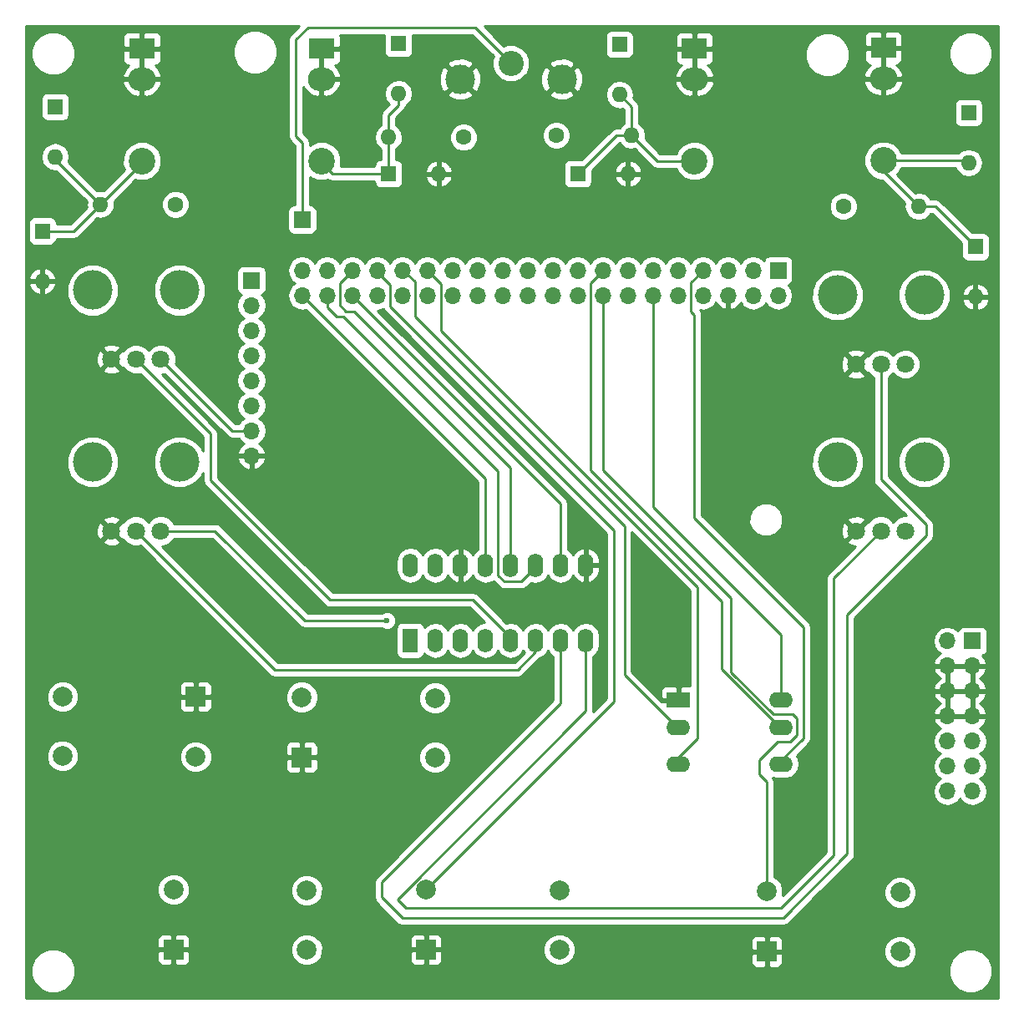
<source format=gtl>
G04 #@! TF.FileFunction,Copper,L1,Top,Signal*
%FSLAX46Y46*%
G04 Gerber Fmt 4.6, Leading zero omitted, Abs format (unit mm)*
G04 Created by KiCad (PCBNEW 4.0.7) date 08/19/19 23:06:34*
%MOMM*%
%LPD*%
G01*
G04 APERTURE LIST*
%ADD10C,0.100000*%
%ADD11R,1.600000X1.600000*%
%ADD12O,1.600000X1.600000*%
%ADD13O,2.800000X2.350000*%
%ADD14R,2.600000X2.150000*%
%ADD15C,2.700000*%
%ADD16R,1.700000X1.700000*%
%ADD17O,1.700000X1.700000*%
%ADD18C,3.000000*%
%ADD19C,2.550000*%
%ADD20R,2.400000X1.600000*%
%ADD21O,2.400000X1.600000*%
%ADD22C,1.600000*%
%ADD23C,1.800000*%
%ADD24C,4.000000*%
%ADD25R,1.600000X2.400000*%
%ADD26O,1.600000X2.400000*%
%ADD27C,2.000000*%
%ADD28R,2.000000X2.000000*%
%ADD29C,0.600000*%
%ADD30C,0.250000*%
%ADD31C,0.254000*%
G04 APERTURE END LIST*
D10*
D11*
X108700000Y-43900000D03*
D12*
X108700000Y-48980000D03*
D11*
X107400000Y-56500000D03*
D12*
X107400000Y-61580000D03*
D11*
X143500000Y-37500000D03*
D12*
X143500000Y-42580000D03*
D11*
X142500000Y-50700000D03*
D12*
X147580000Y-50700000D03*
D11*
X165900000Y-37600000D03*
D12*
X165900000Y-42680000D03*
D11*
X161700000Y-50700000D03*
D12*
X166780000Y-50700000D03*
D11*
X201300000Y-44500000D03*
D12*
X201300000Y-49580000D03*
D11*
X202000000Y-58100000D03*
D12*
X202000000Y-63180000D03*
D13*
X117500000Y-41100000D03*
D14*
X117500000Y-38000000D03*
D15*
X117500000Y-49400000D03*
D13*
X135700000Y-41100000D03*
D14*
X135700000Y-38000000D03*
D15*
X135700000Y-49400000D03*
D13*
X173500000Y-41100000D03*
D14*
X173500000Y-38000000D03*
D15*
X173500000Y-49400000D03*
D13*
X192650000Y-41050000D03*
D14*
X192650000Y-37950000D03*
D15*
X192650000Y-49350000D03*
D16*
X128600000Y-61500000D03*
D17*
X128600000Y-64040000D03*
X128600000Y-66580000D03*
X128600000Y-69120000D03*
X128600000Y-71660000D03*
X128600000Y-74200000D03*
X128600000Y-76740000D03*
X128600000Y-79280000D03*
D16*
X133750000Y-55350000D03*
D18*
X149750000Y-41100000D03*
X160050000Y-41100000D03*
D19*
X154900000Y-39500000D03*
D16*
X182000000Y-60500000D03*
D17*
X182000000Y-63040000D03*
X179460000Y-60500000D03*
X179460000Y-63040000D03*
X176920000Y-60500000D03*
X176920000Y-63040000D03*
X174380000Y-60500000D03*
X174380000Y-63040000D03*
X171840000Y-60500000D03*
X171840000Y-63040000D03*
X169300000Y-60500000D03*
X169300000Y-63040000D03*
X166760000Y-60500000D03*
X166760000Y-63040000D03*
X164220000Y-60500000D03*
X164220000Y-63040000D03*
X161680000Y-60500000D03*
X161680000Y-63040000D03*
X159140000Y-60500000D03*
X159140000Y-63040000D03*
X156600000Y-60500000D03*
X156600000Y-63040000D03*
X154060000Y-60500000D03*
X154060000Y-63040000D03*
X151520000Y-60500000D03*
X151520000Y-63040000D03*
X148980000Y-60500000D03*
X148980000Y-63040000D03*
X146440000Y-60500000D03*
X146440000Y-63040000D03*
X143900000Y-60500000D03*
X143900000Y-63040000D03*
X141360000Y-60500000D03*
X141360000Y-63040000D03*
X138820000Y-60500000D03*
X138820000Y-63040000D03*
X136280000Y-60500000D03*
X136280000Y-63040000D03*
X133740000Y-60500000D03*
X133740000Y-63040000D03*
D20*
X171900000Y-104050000D03*
D21*
X182300000Y-110550000D03*
X171900000Y-106850000D03*
X182300000Y-106850000D03*
X171900000Y-110550000D03*
X182270000Y-104050000D03*
D22*
X120900000Y-53800000D03*
D12*
X113280000Y-53800000D03*
D22*
X150100000Y-47000000D03*
D12*
X142480000Y-47000000D03*
D22*
X159500000Y-46800000D03*
D12*
X167120000Y-46800000D03*
D22*
X188600000Y-54000000D03*
D12*
X196220000Y-54000000D03*
D23*
X114400000Y-69500000D03*
X116900000Y-69500000D03*
X119400000Y-69500000D03*
D24*
X112500000Y-62500000D03*
X121300000Y-62500000D03*
D23*
X114400000Y-86900000D03*
X116900000Y-86900000D03*
X119400000Y-86900000D03*
D24*
X112500000Y-79900000D03*
X121300000Y-79900000D03*
D23*
X189900000Y-70000000D03*
X192400000Y-70000000D03*
X194900000Y-70000000D03*
D24*
X188000000Y-63000000D03*
X196800000Y-63000000D03*
D23*
X189900000Y-86900000D03*
X192400000Y-86900000D03*
X194900000Y-86900000D03*
D24*
X188000000Y-79900000D03*
X196800000Y-79900000D03*
D25*
X144700000Y-98000000D03*
D26*
X162480000Y-90380000D03*
X147240000Y-98000000D03*
X159940000Y-90380000D03*
X149780000Y-98000000D03*
X157400000Y-90380000D03*
X152320000Y-98000000D03*
X154860000Y-90380000D03*
X154860000Y-98000000D03*
X152320000Y-90380000D03*
X157400000Y-98000000D03*
X149780000Y-90380000D03*
X159940000Y-98000000D03*
X147240000Y-90380000D03*
X162480000Y-98000000D03*
X144700000Y-90380000D03*
D16*
X201700000Y-98050000D03*
D17*
X199160000Y-98050000D03*
X201700000Y-100590000D03*
X199160000Y-100590000D03*
X201700000Y-103130000D03*
X199160000Y-103130000D03*
X201700000Y-105670000D03*
X199160000Y-105670000D03*
X201700000Y-108210000D03*
X199160000Y-108210000D03*
X201700000Y-110750000D03*
X199160000Y-110750000D03*
X201700000Y-113290000D03*
X199160000Y-113290000D03*
D27*
X122950000Y-109800000D03*
X109450000Y-109700000D03*
D28*
X122950000Y-103700000D03*
D27*
X109450000Y-103700000D03*
X120700000Y-123250000D03*
X134200000Y-123350000D03*
D28*
X120700000Y-129350000D03*
D27*
X134200000Y-129350000D03*
X133700000Y-103750000D03*
X147200000Y-103850000D03*
D28*
X133700000Y-109850000D03*
D27*
X147200000Y-109850000D03*
X146300000Y-123250000D03*
X159800000Y-123350000D03*
D28*
X146300000Y-129350000D03*
D27*
X159800000Y-129350000D03*
X180850000Y-123450000D03*
X194350000Y-123550000D03*
D28*
X180850000Y-129550000D03*
D27*
X194350000Y-129550000D03*
D29*
X142350000Y-96000000D03*
D30*
X119400000Y-86900000D02*
X124900000Y-86900000D01*
X134000000Y-96000000D02*
X142350000Y-96000000D01*
X124900000Y-86900000D02*
X134000000Y-96000000D01*
X128600000Y-76740000D02*
X126640000Y-76740000D01*
X126640000Y-76740000D02*
X119400000Y-69500000D01*
X107400000Y-56500000D02*
X110580000Y-56500000D01*
X110580000Y-56500000D02*
X113280000Y-53800000D01*
X108700000Y-48980000D02*
X108700000Y-49220000D01*
X108700000Y-49220000D02*
X113280000Y-53800000D01*
X117500000Y-49400000D02*
X117500000Y-49580000D01*
X117500000Y-49580000D02*
X110580000Y-56500000D01*
X142500000Y-50700000D02*
X142500000Y-47020000D01*
X142500000Y-47020000D02*
X142500000Y-44750000D01*
X143500000Y-43750000D02*
X143500000Y-42580000D01*
X142500000Y-44750000D02*
X143500000Y-43750000D01*
X135700000Y-49400000D02*
X135700000Y-49600000D01*
X135700000Y-49600000D02*
X136800000Y-50700000D01*
X136800000Y-50700000D02*
X142500000Y-50700000D01*
X167120000Y-46800000D02*
X165600000Y-46800000D01*
X165600000Y-46800000D02*
X161700000Y-50700000D01*
X167120000Y-46800000D02*
X167120000Y-43900000D01*
X167120000Y-43900000D02*
X165900000Y-42680000D01*
X173500000Y-49400000D02*
X169720000Y-49400000D01*
X169720000Y-49400000D02*
X167120000Y-46800000D01*
X196220000Y-54000000D02*
X197900000Y-54000000D01*
X197900000Y-54000000D02*
X202000000Y-58100000D01*
X192650000Y-49350000D02*
X192650000Y-50430000D01*
X192650000Y-50430000D02*
X196220000Y-54000000D01*
X192650000Y-49350000D02*
X201070000Y-49350000D01*
X201070000Y-49350000D02*
X201300000Y-49580000D01*
X133750000Y-55350000D02*
X133750000Y-47550000D01*
X151250000Y-35850000D02*
X154900000Y-39500000D01*
X134350000Y-35850000D02*
X151250000Y-35850000D01*
X133100000Y-37100000D02*
X134350000Y-35850000D01*
X133100000Y-46900000D02*
X133100000Y-37100000D01*
X133750000Y-47550000D02*
X133100000Y-46900000D01*
X154860000Y-90380000D02*
X154860000Y-80510000D01*
X137550000Y-61770000D02*
X138820000Y-60500000D01*
X137550000Y-64000000D02*
X137550000Y-61770000D01*
X138200000Y-64650000D02*
X137550000Y-64000000D01*
X139000000Y-64650000D02*
X138200000Y-64650000D01*
X154860000Y-80510000D02*
X139000000Y-64650000D01*
X159940000Y-90380000D02*
X159940000Y-84160000D01*
X159940000Y-84160000D02*
X138820000Y-63040000D01*
X157400000Y-90380000D02*
X157400000Y-90600000D01*
X157400000Y-90600000D02*
X155950000Y-92050000D01*
X155950000Y-92050000D02*
X154250000Y-92050000D01*
X154250000Y-92050000D02*
X153600000Y-91400000D01*
X153600000Y-91400000D02*
X153600000Y-80850000D01*
X153600000Y-80850000D02*
X137950000Y-65200000D01*
X137950000Y-65200000D02*
X137200000Y-65200000D01*
X137200000Y-65200000D02*
X136280000Y-64280000D01*
X136280000Y-64280000D02*
X136280000Y-63040000D01*
X152320000Y-90380000D02*
X152320000Y-81620000D01*
X152320000Y-81620000D02*
X133740000Y-63040000D01*
X150100000Y-47000000D02*
X150700000Y-47000000D01*
X154860000Y-98000000D02*
X154860000Y-97710000D01*
X154860000Y-97710000D02*
X151050000Y-93900000D01*
X151050000Y-93900000D02*
X136550000Y-93900000D01*
X136550000Y-93900000D02*
X124450000Y-81800000D01*
X124450000Y-81800000D02*
X124450000Y-77050000D01*
X124450000Y-77050000D02*
X116900000Y-69500000D01*
X157400000Y-98000000D02*
X157400000Y-99150000D01*
X157400000Y-99150000D02*
X155600000Y-100950000D01*
X155600000Y-100950000D02*
X130950000Y-100950000D01*
X130950000Y-100950000D02*
X116900000Y-86900000D01*
X192400000Y-70000000D02*
X192400000Y-81700000D01*
X159940000Y-104360000D02*
X159940000Y-98000000D01*
X141800000Y-122500000D02*
X159940000Y-104360000D01*
X141800000Y-124050000D02*
X141800000Y-122500000D01*
X143900000Y-126150000D02*
X141800000Y-124050000D01*
X182500000Y-126150000D02*
X143900000Y-126150000D01*
X189000000Y-119650000D02*
X182500000Y-126150000D01*
X189000000Y-95400000D02*
X189000000Y-119650000D01*
X197000000Y-87400000D02*
X189000000Y-95400000D01*
X197000000Y-86300000D02*
X197000000Y-87400000D01*
X192400000Y-81700000D02*
X197000000Y-86300000D01*
X162480000Y-98000000D02*
X162480000Y-105170000D01*
X187600000Y-91700000D02*
X192400000Y-86900000D01*
X187600000Y-119800000D02*
X187600000Y-91700000D01*
X182250000Y-125150000D02*
X187600000Y-119800000D01*
X144250000Y-125150000D02*
X182250000Y-125150000D01*
X143400000Y-124300000D02*
X144250000Y-125150000D01*
X143400000Y-124250000D02*
X143400000Y-124300000D01*
X162480000Y-105170000D02*
X143400000Y-124250000D01*
X182300000Y-110550000D02*
X182300000Y-110150000D01*
X182300000Y-110150000D02*
X184550000Y-107900000D01*
X184550000Y-107900000D02*
X184550000Y-96650000D01*
X184550000Y-96650000D02*
X173500000Y-85600000D01*
X173500000Y-85600000D02*
X173500000Y-65000000D01*
X173500000Y-65000000D02*
X173150000Y-64650000D01*
X173150000Y-64650000D02*
X173150000Y-61730000D01*
X173150000Y-61730000D02*
X174380000Y-60500000D01*
X182270000Y-104050000D02*
X182270000Y-97420000D01*
X169300000Y-84450000D02*
X169300000Y-63040000D01*
X182270000Y-97420000D02*
X169300000Y-84450000D01*
X182300000Y-106850000D02*
X182200000Y-106850000D01*
X182200000Y-106850000D02*
X176250000Y-100900000D01*
X176250000Y-100900000D02*
X176250000Y-94050000D01*
X176250000Y-94050000D02*
X162950000Y-80750000D01*
X162950000Y-80750000D02*
X162950000Y-61770000D01*
X162950000Y-61770000D02*
X164220000Y-60500000D01*
X180850000Y-123450000D02*
X180850000Y-112350000D01*
X164220000Y-80720000D02*
X164220000Y-63040000D01*
X177200000Y-93700000D02*
X164220000Y-80720000D01*
X177200000Y-101213602D02*
X177200000Y-93700000D01*
X181486398Y-105500000D02*
X177200000Y-101213602D01*
X183500000Y-105500000D02*
X181486398Y-105500000D01*
X183900000Y-105900000D02*
X183500000Y-105500000D01*
X183900000Y-107600000D02*
X183900000Y-105900000D01*
X183200000Y-108300000D02*
X183900000Y-107600000D01*
X181900000Y-108300000D02*
X183200000Y-108300000D01*
X180100000Y-110100000D02*
X181900000Y-108300000D01*
X180100000Y-111600000D02*
X180100000Y-110100000D01*
X180850000Y-112350000D02*
X180100000Y-111600000D01*
X171900000Y-110550000D02*
X171900000Y-109850000D01*
X171900000Y-109850000D02*
X173800000Y-107950000D01*
X173800000Y-107950000D02*
X173800000Y-92600000D01*
X173800000Y-92600000D02*
X147800000Y-66600000D01*
X147800000Y-66600000D02*
X147800000Y-61860000D01*
X147800000Y-61860000D02*
X146440000Y-60500000D01*
X171900000Y-106850000D02*
X171750000Y-106850000D01*
X171750000Y-106850000D02*
X166400000Y-101500000D01*
X166400000Y-101500000D02*
X166400000Y-86400000D01*
X166400000Y-86400000D02*
X145150000Y-65150000D01*
X145150000Y-65150000D02*
X145150000Y-61650000D01*
X145150000Y-61650000D02*
X144000000Y-60500000D01*
X144000000Y-60500000D02*
X143900000Y-60500000D01*
X141360000Y-60500000D02*
X141360000Y-60710000D01*
X141360000Y-60710000D02*
X142650000Y-62000000D01*
X142650000Y-62000000D02*
X142650000Y-64150000D01*
X142650000Y-64150000D02*
X165350000Y-86850000D01*
X165350000Y-86850000D02*
X165350000Y-104200000D01*
X165350000Y-104200000D02*
X146300000Y-123250000D01*
D31*
G36*
X132562599Y-36562599D02*
X132397852Y-36809161D01*
X132340000Y-37100000D01*
X132340000Y-46900000D01*
X132397852Y-47190839D01*
X132562599Y-47437401D01*
X132990000Y-47864802D01*
X132990000Y-53852560D01*
X132900000Y-53852560D01*
X132664683Y-53896838D01*
X132448559Y-54035910D01*
X132303569Y-54248110D01*
X132252560Y-54500000D01*
X132252560Y-56200000D01*
X132296838Y-56435317D01*
X132435910Y-56651441D01*
X132648110Y-56796431D01*
X132900000Y-56847440D01*
X134600000Y-56847440D01*
X134835317Y-56803162D01*
X135051441Y-56664090D01*
X135196431Y-56451890D01*
X135247440Y-56200000D01*
X135247440Y-54500000D01*
X135206832Y-54284187D01*
X187164752Y-54284187D01*
X187382757Y-54811800D01*
X187786077Y-55215824D01*
X188313309Y-55434750D01*
X188884187Y-55435248D01*
X189411800Y-55217243D01*
X189815824Y-54813923D01*
X190034750Y-54286691D01*
X190035248Y-53715813D01*
X189817243Y-53188200D01*
X189413923Y-52784176D01*
X188886691Y-52565250D01*
X188315813Y-52564752D01*
X187788200Y-52782757D01*
X187384176Y-53186077D01*
X187165250Y-53713309D01*
X187164752Y-54284187D01*
X135206832Y-54284187D01*
X135203162Y-54264683D01*
X135064090Y-54048559D01*
X134851890Y-53903569D01*
X134600000Y-53852560D01*
X134510000Y-53852560D01*
X134510000Y-51017587D01*
X134574120Y-51081819D01*
X135303427Y-51384654D01*
X136093109Y-51385343D01*
X136334647Y-51285542D01*
X136509161Y-51402148D01*
X136800000Y-51460000D01*
X141052560Y-51460000D01*
X141052560Y-51500000D01*
X141096838Y-51735317D01*
X141235910Y-51951441D01*
X141448110Y-52096431D01*
X141700000Y-52147440D01*
X143300000Y-52147440D01*
X143535317Y-52103162D01*
X143751441Y-51964090D01*
X143896431Y-51751890D01*
X143947440Y-51500000D01*
X143947440Y-51049039D01*
X146188096Y-51049039D01*
X146348959Y-51437423D01*
X146724866Y-51852389D01*
X147230959Y-52091914D01*
X147453000Y-51970629D01*
X147453000Y-50827000D01*
X147707000Y-50827000D01*
X147707000Y-51970629D01*
X147929041Y-52091914D01*
X148435134Y-51852389D01*
X148811041Y-51437423D01*
X148971904Y-51049039D01*
X148849915Y-50827000D01*
X147707000Y-50827000D01*
X147453000Y-50827000D01*
X146310085Y-50827000D01*
X146188096Y-51049039D01*
X143947440Y-51049039D01*
X143947440Y-50350961D01*
X146188096Y-50350961D01*
X146310085Y-50573000D01*
X147453000Y-50573000D01*
X147453000Y-49429371D01*
X147707000Y-49429371D01*
X147707000Y-50573000D01*
X148849915Y-50573000D01*
X148971904Y-50350961D01*
X148811041Y-49962577D01*
X148754355Y-49900000D01*
X160252560Y-49900000D01*
X160252560Y-51500000D01*
X160296838Y-51735317D01*
X160435910Y-51951441D01*
X160648110Y-52096431D01*
X160900000Y-52147440D01*
X162500000Y-52147440D01*
X162735317Y-52103162D01*
X162951441Y-51964090D01*
X163096431Y-51751890D01*
X163147440Y-51500000D01*
X163147440Y-51049039D01*
X165388096Y-51049039D01*
X165548959Y-51437423D01*
X165924866Y-51852389D01*
X166430959Y-52091914D01*
X166653000Y-51970629D01*
X166653000Y-50827000D01*
X166907000Y-50827000D01*
X166907000Y-51970629D01*
X167129041Y-52091914D01*
X167635134Y-51852389D01*
X168011041Y-51437423D01*
X168171904Y-51049039D01*
X168049915Y-50827000D01*
X166907000Y-50827000D01*
X166653000Y-50827000D01*
X165510085Y-50827000D01*
X165388096Y-51049039D01*
X163147440Y-51049039D01*
X163147440Y-50350961D01*
X165388096Y-50350961D01*
X165510085Y-50573000D01*
X166653000Y-50573000D01*
X166653000Y-49429371D01*
X166907000Y-49429371D01*
X166907000Y-50573000D01*
X168049915Y-50573000D01*
X168171904Y-50350961D01*
X168011041Y-49962577D01*
X167635134Y-49547611D01*
X167129041Y-49308086D01*
X166907000Y-49429371D01*
X166653000Y-49429371D01*
X166430959Y-49308086D01*
X165924866Y-49547611D01*
X165548959Y-49962577D01*
X165388096Y-50350961D01*
X163147440Y-50350961D01*
X163147440Y-50327362D01*
X165910128Y-47564674D01*
X166077189Y-47814698D01*
X166542736Y-48125767D01*
X167091887Y-48235000D01*
X167148113Y-48235000D01*
X167425102Y-48179904D01*
X169182599Y-49937401D01*
X169429160Y-50102148D01*
X169720000Y-50160000D01*
X171666253Y-50160000D01*
X171816218Y-50522943D01*
X172374120Y-51081819D01*
X173103427Y-51384654D01*
X173893109Y-51385343D01*
X174622943Y-51083782D01*
X175181819Y-50525880D01*
X175484654Y-49796573D01*
X175484700Y-49743109D01*
X190664657Y-49743109D01*
X190966218Y-50472943D01*
X191524120Y-51031819D01*
X192253427Y-51334654D01*
X192480050Y-51334852D01*
X194821312Y-53676114D01*
X194756887Y-54000000D01*
X194866120Y-54549151D01*
X195177189Y-55014698D01*
X195642736Y-55325767D01*
X196191887Y-55435000D01*
X196248113Y-55435000D01*
X196797264Y-55325767D01*
X197262811Y-55014698D01*
X197432995Y-54760000D01*
X197585198Y-54760000D01*
X200552560Y-57727362D01*
X200552560Y-58900000D01*
X200596838Y-59135317D01*
X200735910Y-59351441D01*
X200948110Y-59496431D01*
X201200000Y-59547440D01*
X202800000Y-59547440D01*
X203035317Y-59503162D01*
X203251441Y-59364090D01*
X203396431Y-59151890D01*
X203447440Y-58900000D01*
X203447440Y-57300000D01*
X203403162Y-57064683D01*
X203264090Y-56848559D01*
X203051890Y-56703569D01*
X202800000Y-56652560D01*
X201627362Y-56652560D01*
X198437401Y-53462599D01*
X198190839Y-53297852D01*
X197900000Y-53240000D01*
X197432995Y-53240000D01*
X197262811Y-52985302D01*
X196797264Y-52674233D01*
X196248113Y-52565000D01*
X196191887Y-52565000D01*
X195914898Y-52620096D01*
X194051006Y-50756204D01*
X194331819Y-50475880D01*
X194483746Y-50110000D01*
X199964832Y-50110000D01*
X199974233Y-50157264D01*
X200285302Y-50622811D01*
X200750849Y-50933880D01*
X201300000Y-51043113D01*
X201849151Y-50933880D01*
X202314698Y-50622811D01*
X202625767Y-50157264D01*
X202735000Y-49608113D01*
X202735000Y-49551887D01*
X202625767Y-49002736D01*
X202314698Y-48537189D01*
X201849151Y-48226120D01*
X201300000Y-48116887D01*
X200750849Y-48226120D01*
X200285302Y-48537189D01*
X200250015Y-48590000D01*
X194483747Y-48590000D01*
X194333782Y-48227057D01*
X193775880Y-47668181D01*
X193046573Y-47365346D01*
X192256891Y-47364657D01*
X191527057Y-47666218D01*
X190968181Y-48224120D01*
X190665346Y-48953427D01*
X190664657Y-49743109D01*
X175484700Y-49743109D01*
X175485343Y-49006891D01*
X175183782Y-48277057D01*
X174625880Y-47718181D01*
X173896573Y-47415346D01*
X173106891Y-47414657D01*
X172377057Y-47716218D01*
X171818181Y-48274120D01*
X171666254Y-48640000D01*
X170034802Y-48640000D01*
X168518688Y-47123886D01*
X168583113Y-46800000D01*
X168473880Y-46250849D01*
X168162811Y-45785302D01*
X167880000Y-45596333D01*
X167880000Y-43900000D01*
X167840218Y-43700000D01*
X199852560Y-43700000D01*
X199852560Y-45300000D01*
X199896838Y-45535317D01*
X200035910Y-45751441D01*
X200248110Y-45896431D01*
X200500000Y-45947440D01*
X202100000Y-45947440D01*
X202335317Y-45903162D01*
X202551441Y-45764090D01*
X202696431Y-45551890D01*
X202747440Y-45300000D01*
X202747440Y-43700000D01*
X202703162Y-43464683D01*
X202564090Y-43248559D01*
X202351890Y-43103569D01*
X202100000Y-43052560D01*
X200500000Y-43052560D01*
X200264683Y-43096838D01*
X200048559Y-43235910D01*
X199903569Y-43448110D01*
X199852560Y-43700000D01*
X167840218Y-43700000D01*
X167822148Y-43609161D01*
X167657401Y-43362599D01*
X167279904Y-42985102D01*
X167335000Y-42708113D01*
X167335000Y-42651887D01*
X167225767Y-42102736D01*
X166914698Y-41637189D01*
X166721182Y-41507885D01*
X171511557Y-41507885D01*
X171534554Y-41618628D01*
X171865508Y-42245190D01*
X172411045Y-42697407D01*
X173088111Y-42906433D01*
X173373000Y-42754679D01*
X173373000Y-41227000D01*
X173627000Y-41227000D01*
X173627000Y-42754679D01*
X173911889Y-42906433D01*
X174588955Y-42697407D01*
X175134492Y-42245190D01*
X175465446Y-41618628D01*
X175488443Y-41507885D01*
X175467602Y-41457885D01*
X190661557Y-41457885D01*
X190684554Y-41568628D01*
X191015508Y-42195190D01*
X191561045Y-42647407D01*
X192238111Y-42856433D01*
X192523000Y-42704679D01*
X192523000Y-41177000D01*
X192777000Y-41177000D01*
X192777000Y-42704679D01*
X193061889Y-42856433D01*
X193738955Y-42647407D01*
X194284492Y-42195190D01*
X194615446Y-41568628D01*
X194638443Y-41457885D01*
X194521359Y-41177000D01*
X192777000Y-41177000D01*
X192523000Y-41177000D01*
X190778641Y-41177000D01*
X190661557Y-41457885D01*
X175467602Y-41457885D01*
X175371359Y-41227000D01*
X173627000Y-41227000D01*
X173373000Y-41227000D01*
X171628641Y-41227000D01*
X171511557Y-41507885D01*
X166721182Y-41507885D01*
X166449151Y-41326120D01*
X165900000Y-41216887D01*
X165350849Y-41326120D01*
X164885302Y-41637189D01*
X164574233Y-42102736D01*
X164465000Y-42651887D01*
X164465000Y-42708113D01*
X164574233Y-43257264D01*
X164885302Y-43722811D01*
X165350849Y-44033880D01*
X165900000Y-44143113D01*
X166223886Y-44078688D01*
X166360000Y-44214802D01*
X166360000Y-45596333D01*
X166077189Y-45785302D01*
X165907005Y-46040000D01*
X165600000Y-46040000D01*
X165309161Y-46097852D01*
X165062599Y-46262599D01*
X162072638Y-49252560D01*
X160900000Y-49252560D01*
X160664683Y-49296838D01*
X160448559Y-49435910D01*
X160303569Y-49648110D01*
X160252560Y-49900000D01*
X148754355Y-49900000D01*
X148435134Y-49547611D01*
X147929041Y-49308086D01*
X147707000Y-49429371D01*
X147453000Y-49429371D01*
X147230959Y-49308086D01*
X146724866Y-49547611D01*
X146348959Y-49962577D01*
X146188096Y-50350961D01*
X143947440Y-50350961D01*
X143947440Y-49900000D01*
X143903162Y-49664683D01*
X143764090Y-49448559D01*
X143551890Y-49303569D01*
X143300000Y-49252560D01*
X143260000Y-49252560D01*
X143260000Y-48190303D01*
X143522811Y-48014698D01*
X143833880Y-47549151D01*
X143886584Y-47284187D01*
X148664752Y-47284187D01*
X148882757Y-47811800D01*
X149286077Y-48215824D01*
X149813309Y-48434750D01*
X150384187Y-48435248D01*
X150911800Y-48217243D01*
X151315824Y-47813923D01*
X151534750Y-47286691D01*
X151534926Y-47084187D01*
X158064752Y-47084187D01*
X158282757Y-47611800D01*
X158686077Y-48015824D01*
X159213309Y-48234750D01*
X159784187Y-48235248D01*
X160311800Y-48017243D01*
X160715824Y-47613923D01*
X160934750Y-47086691D01*
X160935248Y-46515813D01*
X160717243Y-45988200D01*
X160313923Y-45584176D01*
X159786691Y-45365250D01*
X159215813Y-45364752D01*
X158688200Y-45582757D01*
X158284176Y-45986077D01*
X158065250Y-46513309D01*
X158064752Y-47084187D01*
X151534926Y-47084187D01*
X151535248Y-46715813D01*
X151317243Y-46188200D01*
X150913923Y-45784176D01*
X150386691Y-45565250D01*
X149815813Y-45564752D01*
X149288200Y-45782757D01*
X148884176Y-46186077D01*
X148665250Y-46713309D01*
X148664752Y-47284187D01*
X143886584Y-47284187D01*
X143943113Y-47000000D01*
X143833880Y-46450849D01*
X143522811Y-45985302D01*
X143260000Y-45809697D01*
X143260000Y-45064802D01*
X144037401Y-44287401D01*
X144202148Y-44040839D01*
X144250137Y-43799585D01*
X144514698Y-43622811D01*
X144825767Y-43157264D01*
X144933834Y-42613970D01*
X148415635Y-42613970D01*
X148575418Y-42932739D01*
X149366187Y-43242723D01*
X150215387Y-43226497D01*
X150924582Y-42932739D01*
X151084365Y-42613970D01*
X158715635Y-42613970D01*
X158875418Y-42932739D01*
X159666187Y-43242723D01*
X160515387Y-43226497D01*
X161224582Y-42932739D01*
X161384365Y-42613970D01*
X160050000Y-41279605D01*
X158715635Y-42613970D01*
X151084365Y-42613970D01*
X149750000Y-41279605D01*
X148415635Y-42613970D01*
X144933834Y-42613970D01*
X144935000Y-42608113D01*
X144935000Y-42551887D01*
X144825767Y-42002736D01*
X144514698Y-41537189D01*
X144049151Y-41226120D01*
X143500000Y-41116887D01*
X142950849Y-41226120D01*
X142485302Y-41537189D01*
X142174233Y-42002736D01*
X142065000Y-42551887D01*
X142065000Y-42608113D01*
X142174233Y-43157264D01*
X142485302Y-43622811D01*
X142525516Y-43649682D01*
X141962599Y-44212599D01*
X141797852Y-44459161D01*
X141740000Y-44750000D01*
X141740000Y-45782970D01*
X141437189Y-45985302D01*
X141126120Y-46450849D01*
X141016887Y-47000000D01*
X141126120Y-47549151D01*
X141437189Y-48014698D01*
X141740000Y-48217030D01*
X141740000Y-49252560D01*
X141700000Y-49252560D01*
X141464683Y-49296838D01*
X141248559Y-49435910D01*
X141103569Y-49648110D01*
X141052560Y-49900000D01*
X141052560Y-49940000D01*
X137625098Y-49940000D01*
X137684654Y-49796573D01*
X137685343Y-49006891D01*
X137383782Y-48277057D01*
X136825880Y-47718181D01*
X136096573Y-47415346D01*
X135306891Y-47414657D01*
X134577057Y-47716218D01*
X134510000Y-47783158D01*
X134510000Y-47550000D01*
X134452148Y-47259161D01*
X134287401Y-47012599D01*
X133860000Y-46585198D01*
X133860000Y-41856122D01*
X134065508Y-42245190D01*
X134611045Y-42697407D01*
X135288111Y-42906433D01*
X135573000Y-42754679D01*
X135573000Y-41227000D01*
X135827000Y-41227000D01*
X135827000Y-42754679D01*
X136111889Y-42906433D01*
X136788955Y-42697407D01*
X137334492Y-42245190D01*
X137665446Y-41618628D01*
X137688443Y-41507885D01*
X137571359Y-41227000D01*
X135827000Y-41227000D01*
X135573000Y-41227000D01*
X135553000Y-41227000D01*
X135553000Y-40973000D01*
X135573000Y-40973000D01*
X135573000Y-38127000D01*
X135827000Y-38127000D01*
X135827000Y-40973000D01*
X137571359Y-40973000D01*
X137678408Y-40716187D01*
X147607277Y-40716187D01*
X147623503Y-41565387D01*
X147917261Y-42274582D01*
X148236030Y-42434365D01*
X149570395Y-41100000D01*
X149929605Y-41100000D01*
X151263970Y-42434365D01*
X151582739Y-42274582D01*
X151892723Y-41483813D01*
X151876497Y-40634613D01*
X151582739Y-39925418D01*
X151263970Y-39765635D01*
X149929605Y-41100000D01*
X149570395Y-41100000D01*
X148236030Y-39765635D01*
X147917261Y-39925418D01*
X147607277Y-40716187D01*
X137678408Y-40716187D01*
X137688443Y-40692115D01*
X137665446Y-40581372D01*
X137334492Y-39954810D01*
X137039163Y-39710000D01*
X137126309Y-39710000D01*
X137359698Y-39613327D01*
X137386995Y-39586030D01*
X148415635Y-39586030D01*
X149750000Y-40920395D01*
X151084365Y-39586030D01*
X150924582Y-39267261D01*
X150133813Y-38957277D01*
X149284613Y-38973503D01*
X148575418Y-39267261D01*
X148415635Y-39586030D01*
X137386995Y-39586030D01*
X137538327Y-39434699D01*
X137635000Y-39201310D01*
X137635000Y-38285750D01*
X137476250Y-38127000D01*
X135827000Y-38127000D01*
X135573000Y-38127000D01*
X135553000Y-38127000D01*
X135553000Y-37873000D01*
X135573000Y-37873000D01*
X135573000Y-37853000D01*
X135827000Y-37853000D01*
X135827000Y-37873000D01*
X137476250Y-37873000D01*
X137635000Y-37714250D01*
X137635000Y-36798690D01*
X137556842Y-36610000D01*
X142070785Y-36610000D01*
X142052560Y-36700000D01*
X142052560Y-38300000D01*
X142096838Y-38535317D01*
X142235910Y-38751441D01*
X142448110Y-38896431D01*
X142700000Y-38947440D01*
X144300000Y-38947440D01*
X144535317Y-38903162D01*
X144751441Y-38764090D01*
X144896431Y-38551890D01*
X144947440Y-38300000D01*
X144947440Y-36700000D01*
X144930505Y-36610000D01*
X150935198Y-36610000D01*
X153123325Y-38798128D01*
X152990332Y-39118411D01*
X152989669Y-39878256D01*
X153279837Y-40580515D01*
X153816659Y-41118275D01*
X154518411Y-41409668D01*
X155278256Y-41410331D01*
X155980515Y-41120163D01*
X156385196Y-40716187D01*
X157907277Y-40716187D01*
X157923503Y-41565387D01*
X158217261Y-42274582D01*
X158536030Y-42434365D01*
X159870395Y-41100000D01*
X160229605Y-41100000D01*
X161563970Y-42434365D01*
X161882739Y-42274582D01*
X162192723Y-41483813D01*
X162177596Y-40692115D01*
X171511557Y-40692115D01*
X171628641Y-40973000D01*
X173373000Y-40973000D01*
X173373000Y-38127000D01*
X173627000Y-38127000D01*
X173627000Y-40973000D01*
X175371359Y-40973000D01*
X175488443Y-40692115D01*
X175465446Y-40581372D01*
X175134492Y-39954810D01*
X174839163Y-39710000D01*
X174926309Y-39710000D01*
X175159698Y-39613327D01*
X175338327Y-39434699D01*
X175435000Y-39201310D01*
X175435000Y-39092619D01*
X184764613Y-39092619D01*
X185104155Y-39914372D01*
X185732321Y-40543636D01*
X186553481Y-40884611D01*
X187442619Y-40885387D01*
X188031381Y-40642115D01*
X190661557Y-40642115D01*
X190778641Y-40923000D01*
X192523000Y-40923000D01*
X192523000Y-38077000D01*
X192777000Y-38077000D01*
X192777000Y-40923000D01*
X194521359Y-40923000D01*
X194638443Y-40642115D01*
X194615446Y-40531372D01*
X194284492Y-39904810D01*
X193989163Y-39660000D01*
X194076309Y-39660000D01*
X194309698Y-39563327D01*
X194488327Y-39384699D01*
X194585000Y-39151310D01*
X194585000Y-38942619D01*
X199264613Y-38942619D01*
X199604155Y-39764372D01*
X200232321Y-40393636D01*
X201053481Y-40734611D01*
X201942619Y-40735387D01*
X202764372Y-40395845D01*
X203393636Y-39767679D01*
X203734611Y-38946519D01*
X203735387Y-38057381D01*
X203395845Y-37235628D01*
X202767679Y-36606364D01*
X201946519Y-36265389D01*
X201057381Y-36264613D01*
X200235628Y-36604155D01*
X199606364Y-37232321D01*
X199265389Y-38053481D01*
X199264613Y-38942619D01*
X194585000Y-38942619D01*
X194585000Y-38235750D01*
X194426250Y-38077000D01*
X192777000Y-38077000D01*
X192523000Y-38077000D01*
X190873750Y-38077000D01*
X190715000Y-38235750D01*
X190715000Y-39151310D01*
X190811673Y-39384699D01*
X190990302Y-39563327D01*
X191223691Y-39660000D01*
X191310837Y-39660000D01*
X191015508Y-39904810D01*
X190684554Y-40531372D01*
X190661557Y-40642115D01*
X188031381Y-40642115D01*
X188264372Y-40545845D01*
X188893636Y-39917679D01*
X189234611Y-39096519D01*
X189235387Y-38207381D01*
X188895845Y-37385628D01*
X188267679Y-36756364D01*
X188249198Y-36748690D01*
X190715000Y-36748690D01*
X190715000Y-37664250D01*
X190873750Y-37823000D01*
X192523000Y-37823000D01*
X192523000Y-36398750D01*
X192777000Y-36398750D01*
X192777000Y-37823000D01*
X194426250Y-37823000D01*
X194585000Y-37664250D01*
X194585000Y-36748690D01*
X194488327Y-36515301D01*
X194309698Y-36336673D01*
X194076309Y-36240000D01*
X192935750Y-36240000D01*
X192777000Y-36398750D01*
X192523000Y-36398750D01*
X192364250Y-36240000D01*
X191223691Y-36240000D01*
X190990302Y-36336673D01*
X190811673Y-36515301D01*
X190715000Y-36748690D01*
X188249198Y-36748690D01*
X187446519Y-36415389D01*
X186557381Y-36414613D01*
X185735628Y-36754155D01*
X185106364Y-37382321D01*
X184765389Y-38203481D01*
X184764613Y-39092619D01*
X175435000Y-39092619D01*
X175435000Y-38285750D01*
X175276250Y-38127000D01*
X173627000Y-38127000D01*
X173373000Y-38127000D01*
X171723750Y-38127000D01*
X171565000Y-38285750D01*
X171565000Y-39201310D01*
X171661673Y-39434699D01*
X171840302Y-39613327D01*
X172073691Y-39710000D01*
X172160837Y-39710000D01*
X171865508Y-39954810D01*
X171534554Y-40581372D01*
X171511557Y-40692115D01*
X162177596Y-40692115D01*
X162176497Y-40634613D01*
X161882739Y-39925418D01*
X161563970Y-39765635D01*
X160229605Y-41100000D01*
X159870395Y-41100000D01*
X158536030Y-39765635D01*
X158217261Y-39925418D01*
X157907277Y-40716187D01*
X156385196Y-40716187D01*
X156518275Y-40583341D01*
X156809668Y-39881589D01*
X156809925Y-39586030D01*
X158715635Y-39586030D01*
X160050000Y-40920395D01*
X161384365Y-39586030D01*
X161224582Y-39267261D01*
X160433813Y-38957277D01*
X159584613Y-38973503D01*
X158875418Y-39267261D01*
X158715635Y-39586030D01*
X156809925Y-39586030D01*
X156810331Y-39121744D01*
X156520163Y-38419485D01*
X155983341Y-37881725D01*
X155281589Y-37590332D01*
X154521744Y-37589669D01*
X154198170Y-37723367D01*
X153274803Y-36800000D01*
X164452560Y-36800000D01*
X164452560Y-38400000D01*
X164496838Y-38635317D01*
X164635910Y-38851441D01*
X164848110Y-38996431D01*
X165100000Y-39047440D01*
X166700000Y-39047440D01*
X166935317Y-39003162D01*
X167151441Y-38864090D01*
X167296431Y-38651890D01*
X167347440Y-38400000D01*
X167347440Y-36800000D01*
X167347194Y-36798690D01*
X171565000Y-36798690D01*
X171565000Y-37714250D01*
X171723750Y-37873000D01*
X173373000Y-37873000D01*
X173373000Y-36448750D01*
X173627000Y-36448750D01*
X173627000Y-37873000D01*
X175276250Y-37873000D01*
X175435000Y-37714250D01*
X175435000Y-36798690D01*
X175338327Y-36565301D01*
X175159698Y-36386673D01*
X174926309Y-36290000D01*
X173785750Y-36290000D01*
X173627000Y-36448750D01*
X173373000Y-36448750D01*
X173214250Y-36290000D01*
X172073691Y-36290000D01*
X171840302Y-36386673D01*
X171661673Y-36565301D01*
X171565000Y-36798690D01*
X167347194Y-36798690D01*
X167303162Y-36564683D01*
X167164090Y-36348559D01*
X166951890Y-36203569D01*
X166700000Y-36152560D01*
X165100000Y-36152560D01*
X164864683Y-36196838D01*
X164648559Y-36335910D01*
X164503569Y-36548110D01*
X164452560Y-36800000D01*
X153274803Y-36800000D01*
X152184802Y-35710000D01*
X204290000Y-35710000D01*
X204290000Y-134290000D01*
X105710000Y-134290000D01*
X105710000Y-131942619D01*
X106264613Y-131942619D01*
X106604155Y-132764372D01*
X107232321Y-133393636D01*
X108053481Y-133734611D01*
X108942619Y-133735387D01*
X109764372Y-133395845D01*
X110393636Y-132767679D01*
X110734611Y-131946519D01*
X110734614Y-131942619D01*
X199264613Y-131942619D01*
X199604155Y-132764372D01*
X200232321Y-133393636D01*
X201053481Y-133734611D01*
X201942619Y-133735387D01*
X202764372Y-133395845D01*
X203393636Y-132767679D01*
X203734611Y-131946519D01*
X203735387Y-131057381D01*
X203395845Y-130235628D01*
X202767679Y-129606364D01*
X201946519Y-129265389D01*
X201057381Y-129264613D01*
X200235628Y-129604155D01*
X199606364Y-130232321D01*
X199265389Y-131053481D01*
X199264613Y-131942619D01*
X110734614Y-131942619D01*
X110735387Y-131057381D01*
X110395845Y-130235628D01*
X109797014Y-129635750D01*
X119065000Y-129635750D01*
X119065000Y-130476310D01*
X119161673Y-130709699D01*
X119340302Y-130888327D01*
X119573691Y-130985000D01*
X120414250Y-130985000D01*
X120573000Y-130826250D01*
X120573000Y-129477000D01*
X120827000Y-129477000D01*
X120827000Y-130826250D01*
X120985750Y-130985000D01*
X121826309Y-130985000D01*
X122059698Y-130888327D01*
X122238327Y-130709699D01*
X122335000Y-130476310D01*
X122335000Y-129673795D01*
X132564716Y-129673795D01*
X132813106Y-130274943D01*
X133272637Y-130735278D01*
X133873352Y-130984716D01*
X134523795Y-130985284D01*
X135124943Y-130736894D01*
X135585278Y-130277363D01*
X135834716Y-129676648D01*
X135834751Y-129635750D01*
X144665000Y-129635750D01*
X144665000Y-130476310D01*
X144761673Y-130709699D01*
X144940302Y-130888327D01*
X145173691Y-130985000D01*
X146014250Y-130985000D01*
X146173000Y-130826250D01*
X146173000Y-129477000D01*
X146427000Y-129477000D01*
X146427000Y-130826250D01*
X146585750Y-130985000D01*
X147426309Y-130985000D01*
X147659698Y-130888327D01*
X147838327Y-130709699D01*
X147935000Y-130476310D01*
X147935000Y-129673795D01*
X158164716Y-129673795D01*
X158413106Y-130274943D01*
X158872637Y-130735278D01*
X159473352Y-130984716D01*
X160123795Y-130985284D01*
X160724943Y-130736894D01*
X161185278Y-130277363D01*
X161368651Y-129835750D01*
X179215000Y-129835750D01*
X179215000Y-130676310D01*
X179311673Y-130909699D01*
X179490302Y-131088327D01*
X179723691Y-131185000D01*
X180564250Y-131185000D01*
X180723000Y-131026250D01*
X180723000Y-129677000D01*
X180977000Y-129677000D01*
X180977000Y-131026250D01*
X181135750Y-131185000D01*
X181976309Y-131185000D01*
X182209698Y-131088327D01*
X182388327Y-130909699D01*
X182485000Y-130676310D01*
X182485000Y-129873795D01*
X192714716Y-129873795D01*
X192963106Y-130474943D01*
X193422637Y-130935278D01*
X194023352Y-131184716D01*
X194673795Y-131185284D01*
X195274943Y-130936894D01*
X195735278Y-130477363D01*
X195984716Y-129876648D01*
X195985284Y-129226205D01*
X195736894Y-128625057D01*
X195277363Y-128164722D01*
X194676648Y-127915284D01*
X194026205Y-127914716D01*
X193425057Y-128163106D01*
X192964722Y-128622637D01*
X192715284Y-129223352D01*
X192714716Y-129873795D01*
X182485000Y-129873795D01*
X182485000Y-129835750D01*
X182326250Y-129677000D01*
X180977000Y-129677000D01*
X180723000Y-129677000D01*
X179373750Y-129677000D01*
X179215000Y-129835750D01*
X161368651Y-129835750D01*
X161434716Y-129676648D01*
X161435284Y-129026205D01*
X161186894Y-128425057D01*
X161185530Y-128423690D01*
X179215000Y-128423690D01*
X179215000Y-129264250D01*
X179373750Y-129423000D01*
X180723000Y-129423000D01*
X180723000Y-128073750D01*
X180977000Y-128073750D01*
X180977000Y-129423000D01*
X182326250Y-129423000D01*
X182485000Y-129264250D01*
X182485000Y-128423690D01*
X182388327Y-128190301D01*
X182209698Y-128011673D01*
X181976309Y-127915000D01*
X181135750Y-127915000D01*
X180977000Y-128073750D01*
X180723000Y-128073750D01*
X180564250Y-127915000D01*
X179723691Y-127915000D01*
X179490302Y-128011673D01*
X179311673Y-128190301D01*
X179215000Y-128423690D01*
X161185530Y-128423690D01*
X160727363Y-127964722D01*
X160126648Y-127715284D01*
X159476205Y-127714716D01*
X158875057Y-127963106D01*
X158414722Y-128422637D01*
X158165284Y-129023352D01*
X158164716Y-129673795D01*
X147935000Y-129673795D01*
X147935000Y-129635750D01*
X147776250Y-129477000D01*
X146427000Y-129477000D01*
X146173000Y-129477000D01*
X144823750Y-129477000D01*
X144665000Y-129635750D01*
X135834751Y-129635750D01*
X135835284Y-129026205D01*
X135586894Y-128425057D01*
X135385879Y-128223690D01*
X144665000Y-128223690D01*
X144665000Y-129064250D01*
X144823750Y-129223000D01*
X146173000Y-129223000D01*
X146173000Y-127873750D01*
X146427000Y-127873750D01*
X146427000Y-129223000D01*
X147776250Y-129223000D01*
X147935000Y-129064250D01*
X147935000Y-128223690D01*
X147838327Y-127990301D01*
X147659698Y-127811673D01*
X147426309Y-127715000D01*
X146585750Y-127715000D01*
X146427000Y-127873750D01*
X146173000Y-127873750D01*
X146014250Y-127715000D01*
X145173691Y-127715000D01*
X144940302Y-127811673D01*
X144761673Y-127990301D01*
X144665000Y-128223690D01*
X135385879Y-128223690D01*
X135127363Y-127964722D01*
X134526648Y-127715284D01*
X133876205Y-127714716D01*
X133275057Y-127963106D01*
X132814722Y-128422637D01*
X132565284Y-129023352D01*
X132564716Y-129673795D01*
X122335000Y-129673795D01*
X122335000Y-129635750D01*
X122176250Y-129477000D01*
X120827000Y-129477000D01*
X120573000Y-129477000D01*
X119223750Y-129477000D01*
X119065000Y-129635750D01*
X109797014Y-129635750D01*
X109767679Y-129606364D01*
X108946519Y-129265389D01*
X108057381Y-129264613D01*
X107235628Y-129604155D01*
X106606364Y-130232321D01*
X106265389Y-131053481D01*
X106264613Y-131942619D01*
X105710000Y-131942619D01*
X105710000Y-128223690D01*
X119065000Y-128223690D01*
X119065000Y-129064250D01*
X119223750Y-129223000D01*
X120573000Y-129223000D01*
X120573000Y-127873750D01*
X120827000Y-127873750D01*
X120827000Y-129223000D01*
X122176250Y-129223000D01*
X122335000Y-129064250D01*
X122335000Y-128223690D01*
X122238327Y-127990301D01*
X122059698Y-127811673D01*
X121826309Y-127715000D01*
X120985750Y-127715000D01*
X120827000Y-127873750D01*
X120573000Y-127873750D01*
X120414250Y-127715000D01*
X119573691Y-127715000D01*
X119340302Y-127811673D01*
X119161673Y-127990301D01*
X119065000Y-128223690D01*
X105710000Y-128223690D01*
X105710000Y-123573795D01*
X119064716Y-123573795D01*
X119313106Y-124174943D01*
X119772637Y-124635278D01*
X120373352Y-124884716D01*
X121023795Y-124885284D01*
X121624943Y-124636894D01*
X122085278Y-124177363D01*
X122294377Y-123673795D01*
X132564716Y-123673795D01*
X132813106Y-124274943D01*
X133272637Y-124735278D01*
X133873352Y-124984716D01*
X134523795Y-124985284D01*
X135124943Y-124736894D01*
X135585278Y-124277363D01*
X135834716Y-123676648D01*
X135835284Y-123026205D01*
X135586894Y-122425057D01*
X135127363Y-121964722D01*
X134526648Y-121715284D01*
X133876205Y-121714716D01*
X133275057Y-121963106D01*
X132814722Y-122422637D01*
X132565284Y-123023352D01*
X132564716Y-123673795D01*
X122294377Y-123673795D01*
X122334716Y-123576648D01*
X122335284Y-122926205D01*
X122086894Y-122325057D01*
X121627363Y-121864722D01*
X121026648Y-121615284D01*
X120376205Y-121614716D01*
X119775057Y-121863106D01*
X119314722Y-122322637D01*
X119065284Y-122923352D01*
X119064716Y-123573795D01*
X105710000Y-123573795D01*
X105710000Y-110023795D01*
X107814716Y-110023795D01*
X108063106Y-110624943D01*
X108522637Y-111085278D01*
X109123352Y-111334716D01*
X109773795Y-111335284D01*
X110374943Y-111086894D01*
X110835278Y-110627363D01*
X111044377Y-110123795D01*
X121314716Y-110123795D01*
X121563106Y-110724943D01*
X122022637Y-111185278D01*
X122623352Y-111434716D01*
X123273795Y-111435284D01*
X123874943Y-111186894D01*
X124335278Y-110727363D01*
X124580936Y-110135750D01*
X132065000Y-110135750D01*
X132065000Y-110976310D01*
X132161673Y-111209699D01*
X132340302Y-111388327D01*
X132573691Y-111485000D01*
X133414250Y-111485000D01*
X133573000Y-111326250D01*
X133573000Y-109977000D01*
X133827000Y-109977000D01*
X133827000Y-111326250D01*
X133985750Y-111485000D01*
X134826309Y-111485000D01*
X135059698Y-111388327D01*
X135238327Y-111209699D01*
X135335000Y-110976310D01*
X135335000Y-110173795D01*
X145564716Y-110173795D01*
X145813106Y-110774943D01*
X146272637Y-111235278D01*
X146873352Y-111484716D01*
X147523795Y-111485284D01*
X148124943Y-111236894D01*
X148585278Y-110777363D01*
X148834716Y-110176648D01*
X148835284Y-109526205D01*
X148586894Y-108925057D01*
X148127363Y-108464722D01*
X147526648Y-108215284D01*
X146876205Y-108214716D01*
X146275057Y-108463106D01*
X145814722Y-108922637D01*
X145565284Y-109523352D01*
X145564716Y-110173795D01*
X135335000Y-110173795D01*
X135335000Y-110135750D01*
X135176250Y-109977000D01*
X133827000Y-109977000D01*
X133573000Y-109977000D01*
X132223750Y-109977000D01*
X132065000Y-110135750D01*
X124580936Y-110135750D01*
X124584716Y-110126648D01*
X124585284Y-109476205D01*
X124336894Y-108875057D01*
X124185792Y-108723690D01*
X132065000Y-108723690D01*
X132065000Y-109564250D01*
X132223750Y-109723000D01*
X133573000Y-109723000D01*
X133573000Y-108373750D01*
X133827000Y-108373750D01*
X133827000Y-109723000D01*
X135176250Y-109723000D01*
X135335000Y-109564250D01*
X135335000Y-108723690D01*
X135238327Y-108490301D01*
X135059698Y-108311673D01*
X134826309Y-108215000D01*
X133985750Y-108215000D01*
X133827000Y-108373750D01*
X133573000Y-108373750D01*
X133414250Y-108215000D01*
X132573691Y-108215000D01*
X132340302Y-108311673D01*
X132161673Y-108490301D01*
X132065000Y-108723690D01*
X124185792Y-108723690D01*
X123877363Y-108414722D01*
X123276648Y-108165284D01*
X122626205Y-108164716D01*
X122025057Y-108413106D01*
X121564722Y-108872637D01*
X121315284Y-109473352D01*
X121314716Y-110123795D01*
X111044377Y-110123795D01*
X111084716Y-110026648D01*
X111085284Y-109376205D01*
X110836894Y-108775057D01*
X110377363Y-108314722D01*
X109776648Y-108065284D01*
X109126205Y-108064716D01*
X108525057Y-108313106D01*
X108064722Y-108772637D01*
X107815284Y-109373352D01*
X107814716Y-110023795D01*
X105710000Y-110023795D01*
X105710000Y-104023795D01*
X107814716Y-104023795D01*
X108063106Y-104624943D01*
X108522637Y-105085278D01*
X109123352Y-105334716D01*
X109773795Y-105335284D01*
X110374943Y-105086894D01*
X110835278Y-104627363D01*
X111084716Y-104026648D01*
X111084751Y-103985750D01*
X121315000Y-103985750D01*
X121315000Y-104826310D01*
X121411673Y-105059699D01*
X121590302Y-105238327D01*
X121823691Y-105335000D01*
X122664250Y-105335000D01*
X122823000Y-105176250D01*
X122823000Y-103827000D01*
X123077000Y-103827000D01*
X123077000Y-105176250D01*
X123235750Y-105335000D01*
X124076309Y-105335000D01*
X124309698Y-105238327D01*
X124488327Y-105059699D01*
X124585000Y-104826310D01*
X124585000Y-104073795D01*
X132064716Y-104073795D01*
X132313106Y-104674943D01*
X132772637Y-105135278D01*
X133373352Y-105384716D01*
X134023795Y-105385284D01*
X134624943Y-105136894D01*
X135085278Y-104677363D01*
X135294377Y-104173795D01*
X145564716Y-104173795D01*
X145813106Y-104774943D01*
X146272637Y-105235278D01*
X146873352Y-105484716D01*
X147523795Y-105485284D01*
X148124943Y-105236894D01*
X148585278Y-104777363D01*
X148834716Y-104176648D01*
X148835284Y-103526205D01*
X148586894Y-102925057D01*
X148127363Y-102464722D01*
X147526648Y-102215284D01*
X146876205Y-102214716D01*
X146275057Y-102463106D01*
X145814722Y-102922637D01*
X145565284Y-103523352D01*
X145564716Y-104173795D01*
X135294377Y-104173795D01*
X135334716Y-104076648D01*
X135335284Y-103426205D01*
X135086894Y-102825057D01*
X134627363Y-102364722D01*
X134026648Y-102115284D01*
X133376205Y-102114716D01*
X132775057Y-102363106D01*
X132314722Y-102822637D01*
X132065284Y-103423352D01*
X132064716Y-104073795D01*
X124585000Y-104073795D01*
X124585000Y-103985750D01*
X124426250Y-103827000D01*
X123077000Y-103827000D01*
X122823000Y-103827000D01*
X121473750Y-103827000D01*
X121315000Y-103985750D01*
X111084751Y-103985750D01*
X111085284Y-103376205D01*
X110836894Y-102775057D01*
X110635879Y-102573690D01*
X121315000Y-102573690D01*
X121315000Y-103414250D01*
X121473750Y-103573000D01*
X122823000Y-103573000D01*
X122823000Y-102223750D01*
X123077000Y-102223750D01*
X123077000Y-103573000D01*
X124426250Y-103573000D01*
X124585000Y-103414250D01*
X124585000Y-102573690D01*
X124488327Y-102340301D01*
X124309698Y-102161673D01*
X124076309Y-102065000D01*
X123235750Y-102065000D01*
X123077000Y-102223750D01*
X122823000Y-102223750D01*
X122664250Y-102065000D01*
X121823691Y-102065000D01*
X121590302Y-102161673D01*
X121411673Y-102340301D01*
X121315000Y-102573690D01*
X110635879Y-102573690D01*
X110377363Y-102314722D01*
X109776648Y-102065284D01*
X109126205Y-102064716D01*
X108525057Y-102313106D01*
X108064722Y-102772637D01*
X107815284Y-103373352D01*
X107814716Y-104023795D01*
X105710000Y-104023795D01*
X105710000Y-87980159D01*
X113499446Y-87980159D01*
X113585852Y-88236643D01*
X114159336Y-88446458D01*
X114769460Y-88420839D01*
X115214148Y-88236643D01*
X115300554Y-87980159D01*
X114400000Y-87079605D01*
X113499446Y-87980159D01*
X105710000Y-87980159D01*
X105710000Y-86659336D01*
X112853542Y-86659336D01*
X112879161Y-87269460D01*
X113063357Y-87714148D01*
X113319841Y-87800554D01*
X114220395Y-86900000D01*
X113319841Y-85999446D01*
X113063357Y-86085852D01*
X112853542Y-86659336D01*
X105710000Y-86659336D01*
X105710000Y-85819841D01*
X113499446Y-85819841D01*
X114400000Y-86720395D01*
X115300554Y-85819841D01*
X115214148Y-85563357D01*
X114640664Y-85353542D01*
X114030540Y-85379161D01*
X113585852Y-85563357D01*
X113499446Y-85819841D01*
X105710000Y-85819841D01*
X105710000Y-80421834D01*
X109864543Y-80421834D01*
X110264853Y-81390658D01*
X111005443Y-82132542D01*
X111973567Y-82534542D01*
X113021834Y-82535457D01*
X113990658Y-82135147D01*
X114732542Y-81394557D01*
X115134542Y-80426433D01*
X115135457Y-79378166D01*
X114735147Y-78409342D01*
X113994557Y-77667458D01*
X113026433Y-77265458D01*
X111978166Y-77264543D01*
X111009342Y-77664853D01*
X110267458Y-78405443D01*
X109865458Y-79373567D01*
X109864543Y-80421834D01*
X105710000Y-80421834D01*
X105710000Y-70580159D01*
X113499446Y-70580159D01*
X113585852Y-70836643D01*
X114159336Y-71046458D01*
X114769460Y-71020839D01*
X115214148Y-70836643D01*
X115300554Y-70580159D01*
X114400000Y-69679605D01*
X113499446Y-70580159D01*
X105710000Y-70580159D01*
X105710000Y-69259336D01*
X112853542Y-69259336D01*
X112879161Y-69869460D01*
X113063357Y-70314148D01*
X113319841Y-70400554D01*
X114220395Y-69500000D01*
X114579605Y-69500000D01*
X115480159Y-70400554D01*
X115595214Y-70361793D01*
X115597932Y-70368371D01*
X116029357Y-70800551D01*
X116593330Y-71034733D01*
X117203991Y-71035265D01*
X117314713Y-70989515D01*
X123690000Y-77364802D01*
X123690000Y-78784115D01*
X123535147Y-78409342D01*
X122794557Y-77667458D01*
X121826433Y-77265458D01*
X120778166Y-77264543D01*
X119809342Y-77664853D01*
X119067458Y-78405443D01*
X118665458Y-79373567D01*
X118664543Y-80421834D01*
X119064853Y-81390658D01*
X119805443Y-82132542D01*
X120773567Y-82534542D01*
X121821834Y-82535457D01*
X122790658Y-82135147D01*
X123532542Y-81394557D01*
X123690000Y-81015356D01*
X123690000Y-81800000D01*
X123747852Y-82090839D01*
X123912599Y-82337401D01*
X136012599Y-94437401D01*
X136259161Y-94602148D01*
X136550000Y-94660000D01*
X150735198Y-94660000D01*
X152223453Y-96148255D01*
X151770849Y-96238283D01*
X151305302Y-96549352D01*
X151050000Y-96931438D01*
X150794698Y-96549352D01*
X150329151Y-96238283D01*
X149780000Y-96129050D01*
X149230849Y-96238283D01*
X148765302Y-96549352D01*
X148510000Y-96931438D01*
X148254698Y-96549352D01*
X147789151Y-96238283D01*
X147240000Y-96129050D01*
X146690849Y-96238283D01*
X146225302Y-96549352D01*
X146127749Y-96695350D01*
X146103162Y-96564683D01*
X145964090Y-96348559D01*
X145751890Y-96203569D01*
X145500000Y-96152560D01*
X143900000Y-96152560D01*
X143664683Y-96196838D01*
X143448559Y-96335910D01*
X143303569Y-96548110D01*
X143252560Y-96800000D01*
X143252560Y-99200000D01*
X143296838Y-99435317D01*
X143435910Y-99651441D01*
X143648110Y-99796431D01*
X143900000Y-99847440D01*
X145500000Y-99847440D01*
X145735317Y-99803162D01*
X145951441Y-99664090D01*
X146096431Y-99451890D01*
X146126597Y-99302926D01*
X146225302Y-99450648D01*
X146690849Y-99761717D01*
X147240000Y-99870950D01*
X147789151Y-99761717D01*
X148254698Y-99450648D01*
X148510000Y-99068562D01*
X148765302Y-99450648D01*
X149230849Y-99761717D01*
X149780000Y-99870950D01*
X150329151Y-99761717D01*
X150794698Y-99450648D01*
X151050000Y-99068562D01*
X151305302Y-99450648D01*
X151770849Y-99761717D01*
X152320000Y-99870950D01*
X152869151Y-99761717D01*
X153334698Y-99450648D01*
X153590000Y-99068562D01*
X153845302Y-99450648D01*
X154310849Y-99761717D01*
X154860000Y-99870950D01*
X155409151Y-99761717D01*
X155874698Y-99450648D01*
X156130000Y-99068562D01*
X156240805Y-99234393D01*
X155285198Y-100190000D01*
X131264802Y-100190000D01*
X119509898Y-88435096D01*
X119703991Y-88435265D01*
X120268371Y-88202068D01*
X120700551Y-87770643D01*
X120746494Y-87660000D01*
X124585198Y-87660000D01*
X133462599Y-96537401D01*
X133709160Y-96702148D01*
X133757414Y-96711746D01*
X134000000Y-96760000D01*
X141787537Y-96760000D01*
X141819673Y-96792192D01*
X142163201Y-96934838D01*
X142535167Y-96935162D01*
X142878943Y-96793117D01*
X143142192Y-96530327D01*
X143284838Y-96186799D01*
X143285162Y-95814833D01*
X143143117Y-95471057D01*
X142880327Y-95207808D01*
X142536799Y-95065162D01*
X142164833Y-95064838D01*
X141821057Y-95206883D01*
X141787882Y-95240000D01*
X134314802Y-95240000D01*
X125437401Y-86362599D01*
X125190839Y-86197852D01*
X124900000Y-86140000D01*
X120746846Y-86140000D01*
X120702068Y-86031629D01*
X120270643Y-85599449D01*
X119706670Y-85365267D01*
X119096009Y-85364735D01*
X118531629Y-85597932D01*
X118149712Y-85979182D01*
X117770643Y-85599449D01*
X117206670Y-85365267D01*
X116596009Y-85364735D01*
X116031629Y-85597932D01*
X115599449Y-86029357D01*
X115595706Y-86038372D01*
X115480159Y-85999446D01*
X114579605Y-86900000D01*
X115480159Y-87800554D01*
X115595214Y-87761793D01*
X115597932Y-87768371D01*
X116029357Y-88200551D01*
X116593330Y-88434733D01*
X117203991Y-88435265D01*
X117314713Y-88389515D01*
X130412599Y-101487401D01*
X130659161Y-101652148D01*
X130950000Y-101710000D01*
X155600000Y-101710000D01*
X155890839Y-101652148D01*
X156137401Y-101487401D01*
X157841715Y-99783087D01*
X157949151Y-99761717D01*
X158414698Y-99450648D01*
X158670000Y-99068562D01*
X158925302Y-99450648D01*
X159180000Y-99620832D01*
X159180000Y-104045198D01*
X141262599Y-121962599D01*
X141097852Y-122209161D01*
X141040000Y-122500000D01*
X141040000Y-124050000D01*
X141097852Y-124340839D01*
X141262599Y-124587401D01*
X143362599Y-126687401D01*
X143609160Y-126852148D01*
X143657414Y-126861746D01*
X143900000Y-126910000D01*
X182500000Y-126910000D01*
X182790839Y-126852148D01*
X183037401Y-126687401D01*
X185851007Y-123873795D01*
X192714716Y-123873795D01*
X192963106Y-124474943D01*
X193422637Y-124935278D01*
X194023352Y-125184716D01*
X194673795Y-125185284D01*
X195274943Y-124936894D01*
X195735278Y-124477363D01*
X195984716Y-123876648D01*
X195985284Y-123226205D01*
X195736894Y-122625057D01*
X195277363Y-122164722D01*
X194676648Y-121915284D01*
X194026205Y-121914716D01*
X193425057Y-122163106D01*
X192964722Y-122622637D01*
X192715284Y-123223352D01*
X192714716Y-123873795D01*
X185851007Y-123873795D01*
X189537401Y-120187401D01*
X189702148Y-119940839D01*
X189760000Y-119650000D01*
X189760000Y-108210000D01*
X197645907Y-108210000D01*
X197758946Y-108778285D01*
X198080853Y-109260054D01*
X198410026Y-109480000D01*
X198080853Y-109699946D01*
X197758946Y-110181715D01*
X197645907Y-110750000D01*
X197758946Y-111318285D01*
X198080853Y-111800054D01*
X198410026Y-112020000D01*
X198080853Y-112239946D01*
X197758946Y-112721715D01*
X197645907Y-113290000D01*
X197758946Y-113858285D01*
X198080853Y-114340054D01*
X198562622Y-114661961D01*
X199130907Y-114775000D01*
X199189093Y-114775000D01*
X199757378Y-114661961D01*
X200239147Y-114340054D01*
X200430000Y-114054422D01*
X200620853Y-114340054D01*
X201102622Y-114661961D01*
X201670907Y-114775000D01*
X201729093Y-114775000D01*
X202297378Y-114661961D01*
X202779147Y-114340054D01*
X203101054Y-113858285D01*
X203214093Y-113290000D01*
X203101054Y-112721715D01*
X202779147Y-112239946D01*
X202449974Y-112020000D01*
X202779147Y-111800054D01*
X203101054Y-111318285D01*
X203214093Y-110750000D01*
X203101054Y-110181715D01*
X202779147Y-109699946D01*
X202449974Y-109480000D01*
X202779147Y-109260054D01*
X203101054Y-108778285D01*
X203214093Y-108210000D01*
X203101054Y-107641715D01*
X202779147Y-107159946D01*
X202438447Y-106932298D01*
X202581358Y-106865183D01*
X202971645Y-106436924D01*
X203141476Y-106026890D01*
X203020155Y-105797000D01*
X201827000Y-105797000D01*
X201827000Y-105817000D01*
X201573000Y-105817000D01*
X201573000Y-105797000D01*
X199287000Y-105797000D01*
X199287000Y-105817000D01*
X199033000Y-105817000D01*
X199033000Y-105797000D01*
X197839845Y-105797000D01*
X197718524Y-106026890D01*
X197888355Y-106436924D01*
X198278642Y-106865183D01*
X198421553Y-106932298D01*
X198080853Y-107159946D01*
X197758946Y-107641715D01*
X197645907Y-108210000D01*
X189760000Y-108210000D01*
X189760000Y-103486890D01*
X197718524Y-103486890D01*
X197888355Y-103896924D01*
X198278642Y-104325183D01*
X198437954Y-104400000D01*
X198278642Y-104474817D01*
X197888355Y-104903076D01*
X197718524Y-105313110D01*
X197839845Y-105543000D01*
X199033000Y-105543000D01*
X199033000Y-103257000D01*
X199287000Y-103257000D01*
X199287000Y-105543000D01*
X201573000Y-105543000D01*
X201573000Y-103257000D01*
X201827000Y-103257000D01*
X201827000Y-105543000D01*
X203020155Y-105543000D01*
X203141476Y-105313110D01*
X202971645Y-104903076D01*
X202581358Y-104474817D01*
X202422046Y-104400000D01*
X202581358Y-104325183D01*
X202971645Y-103896924D01*
X203141476Y-103486890D01*
X203020155Y-103257000D01*
X201827000Y-103257000D01*
X201573000Y-103257000D01*
X199287000Y-103257000D01*
X199033000Y-103257000D01*
X197839845Y-103257000D01*
X197718524Y-103486890D01*
X189760000Y-103486890D01*
X189760000Y-100946890D01*
X197718524Y-100946890D01*
X197888355Y-101356924D01*
X198278642Y-101785183D01*
X198437954Y-101860000D01*
X198278642Y-101934817D01*
X197888355Y-102363076D01*
X197718524Y-102773110D01*
X197839845Y-103003000D01*
X199033000Y-103003000D01*
X199033000Y-100717000D01*
X199287000Y-100717000D01*
X199287000Y-103003000D01*
X201573000Y-103003000D01*
X201573000Y-100717000D01*
X201827000Y-100717000D01*
X201827000Y-103003000D01*
X203020155Y-103003000D01*
X203141476Y-102773110D01*
X202971645Y-102363076D01*
X202581358Y-101934817D01*
X202422046Y-101860000D01*
X202581358Y-101785183D01*
X202971645Y-101356924D01*
X203141476Y-100946890D01*
X203020155Y-100717000D01*
X201827000Y-100717000D01*
X201573000Y-100717000D01*
X199287000Y-100717000D01*
X199033000Y-100717000D01*
X197839845Y-100717000D01*
X197718524Y-100946890D01*
X189760000Y-100946890D01*
X189760000Y-98050000D01*
X197645907Y-98050000D01*
X197758946Y-98618285D01*
X198080853Y-99100054D01*
X198421553Y-99327702D01*
X198278642Y-99394817D01*
X197888355Y-99823076D01*
X197718524Y-100233110D01*
X197839845Y-100463000D01*
X199033000Y-100463000D01*
X199033000Y-100443000D01*
X199287000Y-100443000D01*
X199287000Y-100463000D01*
X201573000Y-100463000D01*
X201573000Y-100443000D01*
X201827000Y-100443000D01*
X201827000Y-100463000D01*
X203020155Y-100463000D01*
X203141476Y-100233110D01*
X202971645Y-99823076D01*
X202695499Y-99520063D01*
X202785317Y-99503162D01*
X203001441Y-99364090D01*
X203146431Y-99151890D01*
X203197440Y-98900000D01*
X203197440Y-97200000D01*
X203153162Y-96964683D01*
X203014090Y-96748559D01*
X202801890Y-96603569D01*
X202550000Y-96552560D01*
X200850000Y-96552560D01*
X200614683Y-96596838D01*
X200398559Y-96735910D01*
X200253569Y-96948110D01*
X200242159Y-97004454D01*
X200239147Y-96999946D01*
X199757378Y-96678039D01*
X199189093Y-96565000D01*
X199130907Y-96565000D01*
X198562622Y-96678039D01*
X198080853Y-96999946D01*
X197758946Y-97481715D01*
X197645907Y-98050000D01*
X189760000Y-98050000D01*
X189760000Y-95714802D01*
X197537401Y-87937402D01*
X197702147Y-87690840D01*
X197702148Y-87690839D01*
X197760000Y-87400000D01*
X197760000Y-86300000D01*
X197727657Y-86137401D01*
X197702148Y-86009160D01*
X197537401Y-85762599D01*
X193160000Y-81385198D01*
X193160000Y-80421834D01*
X194164543Y-80421834D01*
X194564853Y-81390658D01*
X195305443Y-82132542D01*
X196273567Y-82534542D01*
X197321834Y-82535457D01*
X198290658Y-82135147D01*
X199032542Y-81394557D01*
X199434542Y-80426433D01*
X199435457Y-79378166D01*
X199035147Y-78409342D01*
X198294557Y-77667458D01*
X197326433Y-77265458D01*
X196278166Y-77264543D01*
X195309342Y-77664853D01*
X194567458Y-78405443D01*
X194165458Y-79373567D01*
X194164543Y-80421834D01*
X193160000Y-80421834D01*
X193160000Y-71346846D01*
X193268371Y-71302068D01*
X193650288Y-70920818D01*
X194029357Y-71300551D01*
X194593330Y-71534733D01*
X195203991Y-71535265D01*
X195768371Y-71302068D01*
X196200551Y-70870643D01*
X196434733Y-70306670D01*
X196435265Y-69696009D01*
X196202068Y-69131629D01*
X195770643Y-68699449D01*
X195206670Y-68465267D01*
X194596009Y-68464735D01*
X194031629Y-68697932D01*
X193649712Y-69079182D01*
X193270643Y-68699449D01*
X192706670Y-68465267D01*
X192096009Y-68464735D01*
X191531629Y-68697932D01*
X191099449Y-69129357D01*
X191095706Y-69138372D01*
X190980159Y-69099446D01*
X190079605Y-70000000D01*
X190980159Y-70900554D01*
X191095214Y-70861793D01*
X191097932Y-70868371D01*
X191529357Y-71300551D01*
X191640000Y-71346494D01*
X191640000Y-81700000D01*
X191697852Y-81990839D01*
X191862599Y-82237401D01*
X194990276Y-85365078D01*
X194596009Y-85364735D01*
X194031629Y-85597932D01*
X193649712Y-85979182D01*
X193270643Y-85599449D01*
X192706670Y-85365267D01*
X192096009Y-85364735D01*
X191531629Y-85597932D01*
X191099449Y-86029357D01*
X191095706Y-86038372D01*
X190980159Y-85999446D01*
X190079605Y-86900000D01*
X190093748Y-86914143D01*
X189914143Y-87093748D01*
X189900000Y-87079605D01*
X188999446Y-87980159D01*
X189085852Y-88236643D01*
X189659336Y-88446458D01*
X189783974Y-88441224D01*
X187062599Y-91162599D01*
X186897852Y-91409161D01*
X186840000Y-91700000D01*
X186840000Y-119485198D01*
X182439388Y-123885810D01*
X182484716Y-123776648D01*
X182485284Y-123126205D01*
X182236894Y-122525057D01*
X181777363Y-122064722D01*
X181610000Y-121995227D01*
X181610000Y-112350000D01*
X181552148Y-112059161D01*
X181552148Y-112059160D01*
X181447191Y-111902082D01*
X181864050Y-111985000D01*
X182735950Y-111985000D01*
X183285101Y-111875767D01*
X183750648Y-111564698D01*
X184061717Y-111099151D01*
X184170950Y-110550000D01*
X184061717Y-110000849D01*
X183846319Y-109678483D01*
X185087401Y-108437401D01*
X185252148Y-108190839D01*
X185310000Y-107900000D01*
X185310000Y-96650000D01*
X185252148Y-96359161D01*
X185087401Y-96112599D01*
X175068401Y-86093599D01*
X179014699Y-86093599D01*
X179278281Y-86731515D01*
X179765918Y-87220004D01*
X180403373Y-87484699D01*
X181093599Y-87485301D01*
X181731515Y-87221719D01*
X182220004Y-86734082D01*
X182251041Y-86659336D01*
X188353542Y-86659336D01*
X188379161Y-87269460D01*
X188563357Y-87714148D01*
X188819841Y-87800554D01*
X189720395Y-86900000D01*
X188819841Y-85999446D01*
X188563357Y-86085852D01*
X188353542Y-86659336D01*
X182251041Y-86659336D01*
X182484699Y-86096627D01*
X182484940Y-85819841D01*
X188999446Y-85819841D01*
X189900000Y-86720395D01*
X190800554Y-85819841D01*
X190714148Y-85563357D01*
X190140664Y-85353542D01*
X189530540Y-85379161D01*
X189085852Y-85563357D01*
X188999446Y-85819841D01*
X182484940Y-85819841D01*
X182485301Y-85406401D01*
X182221719Y-84768485D01*
X181734082Y-84279996D01*
X181096627Y-84015301D01*
X180406401Y-84014699D01*
X179768485Y-84278281D01*
X179279996Y-84765918D01*
X179015301Y-85403373D01*
X179014699Y-86093599D01*
X175068401Y-86093599D01*
X174260000Y-85285198D01*
X174260000Y-80421834D01*
X185364543Y-80421834D01*
X185764853Y-81390658D01*
X186505443Y-82132542D01*
X187473567Y-82534542D01*
X188521834Y-82535457D01*
X189490658Y-82135147D01*
X190232542Y-81394557D01*
X190634542Y-80426433D01*
X190635457Y-79378166D01*
X190235147Y-78409342D01*
X189494557Y-77667458D01*
X188526433Y-77265458D01*
X187478166Y-77264543D01*
X186509342Y-77664853D01*
X185767458Y-78405443D01*
X185365458Y-79373567D01*
X185364543Y-80421834D01*
X174260000Y-80421834D01*
X174260000Y-71080159D01*
X188999446Y-71080159D01*
X189085852Y-71336643D01*
X189659336Y-71546458D01*
X190269460Y-71520839D01*
X190714148Y-71336643D01*
X190800554Y-71080159D01*
X189900000Y-70179605D01*
X188999446Y-71080159D01*
X174260000Y-71080159D01*
X174260000Y-69759336D01*
X188353542Y-69759336D01*
X188379161Y-70369460D01*
X188563357Y-70814148D01*
X188819841Y-70900554D01*
X189720395Y-70000000D01*
X188819841Y-69099446D01*
X188563357Y-69185852D01*
X188353542Y-69759336D01*
X174260000Y-69759336D01*
X174260000Y-68919841D01*
X188999446Y-68919841D01*
X189900000Y-69820395D01*
X190800554Y-68919841D01*
X190714148Y-68663357D01*
X190140664Y-68453542D01*
X189530540Y-68479161D01*
X189085852Y-68663357D01*
X188999446Y-68919841D01*
X174260000Y-68919841D01*
X174260000Y-65000000D01*
X174202148Y-64709161D01*
X174055392Y-64489524D01*
X174380000Y-64554093D01*
X174948285Y-64441054D01*
X175430054Y-64119147D01*
X175657702Y-63778447D01*
X175724817Y-63921358D01*
X176153076Y-64311645D01*
X176563110Y-64481476D01*
X176793000Y-64360155D01*
X176793000Y-63167000D01*
X176773000Y-63167000D01*
X176773000Y-62913000D01*
X176793000Y-62913000D01*
X176793000Y-62893000D01*
X177047000Y-62893000D01*
X177047000Y-62913000D01*
X177067000Y-62913000D01*
X177067000Y-63167000D01*
X177047000Y-63167000D01*
X177047000Y-64360155D01*
X177276890Y-64481476D01*
X177686924Y-64311645D01*
X178115183Y-63921358D01*
X178182298Y-63778447D01*
X178409946Y-64119147D01*
X178891715Y-64441054D01*
X179460000Y-64554093D01*
X180028285Y-64441054D01*
X180510054Y-64119147D01*
X180730000Y-63789974D01*
X180949946Y-64119147D01*
X181431715Y-64441054D01*
X182000000Y-64554093D01*
X182568285Y-64441054D01*
X183050054Y-64119147D01*
X183371961Y-63637378D01*
X183394944Y-63521834D01*
X185364543Y-63521834D01*
X185764853Y-64490658D01*
X186505443Y-65232542D01*
X187473567Y-65634542D01*
X188521834Y-65635457D01*
X189490658Y-65235147D01*
X190232542Y-64494557D01*
X190634542Y-63526433D01*
X190634546Y-63521834D01*
X194164543Y-63521834D01*
X194564853Y-64490658D01*
X195305443Y-65232542D01*
X196273567Y-65634542D01*
X197321834Y-65635457D01*
X198290658Y-65235147D01*
X199032542Y-64494557D01*
X199433459Y-63529041D01*
X200608086Y-63529041D01*
X200847611Y-64035134D01*
X201262577Y-64411041D01*
X201650961Y-64571904D01*
X201873000Y-64449915D01*
X201873000Y-63307000D01*
X202127000Y-63307000D01*
X202127000Y-64449915D01*
X202349039Y-64571904D01*
X202737423Y-64411041D01*
X203152389Y-64035134D01*
X203391914Y-63529041D01*
X203270629Y-63307000D01*
X202127000Y-63307000D01*
X201873000Y-63307000D01*
X200729371Y-63307000D01*
X200608086Y-63529041D01*
X199433459Y-63529041D01*
X199434542Y-63526433D01*
X199435149Y-62830959D01*
X200608086Y-62830959D01*
X200729371Y-63053000D01*
X201873000Y-63053000D01*
X201873000Y-61910085D01*
X202127000Y-61910085D01*
X202127000Y-63053000D01*
X203270629Y-63053000D01*
X203391914Y-62830959D01*
X203152389Y-62324866D01*
X202737423Y-61948959D01*
X202349039Y-61788096D01*
X202127000Y-61910085D01*
X201873000Y-61910085D01*
X201650961Y-61788096D01*
X201262577Y-61948959D01*
X200847611Y-62324866D01*
X200608086Y-62830959D01*
X199435149Y-62830959D01*
X199435457Y-62478166D01*
X199035147Y-61509342D01*
X198294557Y-60767458D01*
X197326433Y-60365458D01*
X196278166Y-60364543D01*
X195309342Y-60764853D01*
X194567458Y-61505443D01*
X194165458Y-62473567D01*
X194164543Y-63521834D01*
X190634546Y-63521834D01*
X190635457Y-62478166D01*
X190235147Y-61509342D01*
X189494557Y-60767458D01*
X188526433Y-60365458D01*
X187478166Y-60364543D01*
X186509342Y-60764853D01*
X185767458Y-61505443D01*
X185365458Y-62473567D01*
X185364543Y-63521834D01*
X183394944Y-63521834D01*
X183485000Y-63069093D01*
X183485000Y-63010907D01*
X183371961Y-62442622D01*
X183050054Y-61960853D01*
X183048821Y-61960029D01*
X183085317Y-61953162D01*
X183301441Y-61814090D01*
X183446431Y-61601890D01*
X183497440Y-61350000D01*
X183497440Y-59650000D01*
X183453162Y-59414683D01*
X183314090Y-59198559D01*
X183101890Y-59053569D01*
X182850000Y-59002560D01*
X181150000Y-59002560D01*
X180914683Y-59046838D01*
X180698559Y-59185910D01*
X180553569Y-59398110D01*
X180539914Y-59465541D01*
X180510054Y-59420853D01*
X180028285Y-59098946D01*
X179460000Y-58985907D01*
X178891715Y-59098946D01*
X178409946Y-59420853D01*
X178190000Y-59750026D01*
X177970054Y-59420853D01*
X177488285Y-59098946D01*
X176920000Y-58985907D01*
X176351715Y-59098946D01*
X175869946Y-59420853D01*
X175650000Y-59750026D01*
X175430054Y-59420853D01*
X174948285Y-59098946D01*
X174380000Y-58985907D01*
X173811715Y-59098946D01*
X173329946Y-59420853D01*
X173110000Y-59750026D01*
X172890054Y-59420853D01*
X172408285Y-59098946D01*
X171840000Y-58985907D01*
X171271715Y-59098946D01*
X170789946Y-59420853D01*
X170570000Y-59750026D01*
X170350054Y-59420853D01*
X169868285Y-59098946D01*
X169300000Y-58985907D01*
X168731715Y-59098946D01*
X168249946Y-59420853D01*
X168030000Y-59750026D01*
X167810054Y-59420853D01*
X167328285Y-59098946D01*
X166760000Y-58985907D01*
X166191715Y-59098946D01*
X165709946Y-59420853D01*
X165490000Y-59750026D01*
X165270054Y-59420853D01*
X164788285Y-59098946D01*
X164220000Y-58985907D01*
X163651715Y-59098946D01*
X163169946Y-59420853D01*
X162950000Y-59750026D01*
X162730054Y-59420853D01*
X162248285Y-59098946D01*
X161680000Y-58985907D01*
X161111715Y-59098946D01*
X160629946Y-59420853D01*
X160410000Y-59750026D01*
X160190054Y-59420853D01*
X159708285Y-59098946D01*
X159140000Y-58985907D01*
X158571715Y-59098946D01*
X158089946Y-59420853D01*
X157870000Y-59750026D01*
X157650054Y-59420853D01*
X157168285Y-59098946D01*
X156600000Y-58985907D01*
X156031715Y-59098946D01*
X155549946Y-59420853D01*
X155330000Y-59750026D01*
X155110054Y-59420853D01*
X154628285Y-59098946D01*
X154060000Y-58985907D01*
X153491715Y-59098946D01*
X153009946Y-59420853D01*
X152790000Y-59750026D01*
X152570054Y-59420853D01*
X152088285Y-59098946D01*
X151520000Y-58985907D01*
X150951715Y-59098946D01*
X150469946Y-59420853D01*
X150250000Y-59750026D01*
X150030054Y-59420853D01*
X149548285Y-59098946D01*
X148980000Y-58985907D01*
X148411715Y-59098946D01*
X147929946Y-59420853D01*
X147710000Y-59750026D01*
X147490054Y-59420853D01*
X147008285Y-59098946D01*
X146440000Y-58985907D01*
X145871715Y-59098946D01*
X145389946Y-59420853D01*
X145170000Y-59750026D01*
X144950054Y-59420853D01*
X144468285Y-59098946D01*
X143900000Y-58985907D01*
X143331715Y-59098946D01*
X142849946Y-59420853D01*
X142630000Y-59750026D01*
X142410054Y-59420853D01*
X141928285Y-59098946D01*
X141360000Y-58985907D01*
X140791715Y-59098946D01*
X140309946Y-59420853D01*
X140090000Y-59750026D01*
X139870054Y-59420853D01*
X139388285Y-59098946D01*
X138820000Y-58985907D01*
X138251715Y-59098946D01*
X137769946Y-59420853D01*
X137550000Y-59750026D01*
X137330054Y-59420853D01*
X136848285Y-59098946D01*
X136280000Y-58985907D01*
X135711715Y-59098946D01*
X135229946Y-59420853D01*
X135010000Y-59750026D01*
X134790054Y-59420853D01*
X134308285Y-59098946D01*
X133740000Y-58985907D01*
X133171715Y-59098946D01*
X132689946Y-59420853D01*
X132368039Y-59902622D01*
X132255000Y-60470907D01*
X132255000Y-60529093D01*
X132368039Y-61097378D01*
X132689946Y-61579147D01*
X132975578Y-61770000D01*
X132689946Y-61960853D01*
X132368039Y-62442622D01*
X132255000Y-63010907D01*
X132255000Y-63069093D01*
X132368039Y-63637378D01*
X132689946Y-64119147D01*
X133171715Y-64441054D01*
X133740000Y-64554093D01*
X134106408Y-64481210D01*
X151560000Y-81934802D01*
X151560000Y-88759168D01*
X151305302Y-88929352D01*
X151052493Y-89307707D01*
X150704896Y-88875500D01*
X150211819Y-88605633D01*
X150129039Y-88588096D01*
X149907000Y-88710085D01*
X149907000Y-90253000D01*
X149927000Y-90253000D01*
X149927000Y-90507000D01*
X149907000Y-90507000D01*
X149907000Y-92049915D01*
X150129039Y-92171904D01*
X150211819Y-92154367D01*
X150704896Y-91884500D01*
X151052493Y-91452293D01*
X151305302Y-91830648D01*
X151770849Y-92141717D01*
X152320000Y-92250950D01*
X152869151Y-92141717D01*
X153107593Y-91982395D01*
X153712599Y-92587401D01*
X153959161Y-92752148D01*
X154250000Y-92810000D01*
X155950000Y-92810000D01*
X156240839Y-92752148D01*
X156487401Y-92587401D01*
X156919441Y-92155361D01*
X157400000Y-92250950D01*
X157949151Y-92141717D01*
X158414698Y-91830648D01*
X158670000Y-91448562D01*
X158925302Y-91830648D01*
X159390849Y-92141717D01*
X159940000Y-92250950D01*
X160489151Y-92141717D01*
X160954698Y-91830648D01*
X161207507Y-91452293D01*
X161555104Y-91884500D01*
X162048181Y-92154367D01*
X162130961Y-92171904D01*
X162353000Y-92049915D01*
X162353000Y-90507000D01*
X162607000Y-90507000D01*
X162607000Y-92049915D01*
X162829039Y-92171904D01*
X162911819Y-92154367D01*
X163404896Y-91884500D01*
X163757166Y-91446483D01*
X163915000Y-90907000D01*
X163915000Y-90507000D01*
X162607000Y-90507000D01*
X162353000Y-90507000D01*
X162333000Y-90507000D01*
X162333000Y-90253000D01*
X162353000Y-90253000D01*
X162353000Y-88710085D01*
X162607000Y-88710085D01*
X162607000Y-90253000D01*
X163915000Y-90253000D01*
X163915000Y-89853000D01*
X163757166Y-89313517D01*
X163404896Y-88875500D01*
X162911819Y-88605633D01*
X162829039Y-88588096D01*
X162607000Y-88710085D01*
X162353000Y-88710085D01*
X162130961Y-88588096D01*
X162048181Y-88605633D01*
X161555104Y-88875500D01*
X161207507Y-89307707D01*
X160954698Y-88929352D01*
X160700000Y-88759168D01*
X160700000Y-84160000D01*
X160642148Y-83869161D01*
X160642148Y-83869160D01*
X160477401Y-83622599D01*
X141400783Y-64545981D01*
X141928285Y-64441054D01*
X141945594Y-64429488D01*
X141947852Y-64440839D01*
X142112599Y-64687401D01*
X164590000Y-87164802D01*
X164590000Y-103885198D01*
X163223811Y-105251387D01*
X163240000Y-105170000D01*
X163240000Y-99620832D01*
X163494698Y-99450648D01*
X163805767Y-98985101D01*
X163915000Y-98435950D01*
X163915000Y-97564050D01*
X163805767Y-97014899D01*
X163494698Y-96549352D01*
X163029151Y-96238283D01*
X162480000Y-96129050D01*
X161930849Y-96238283D01*
X161465302Y-96549352D01*
X161210000Y-96931438D01*
X160954698Y-96549352D01*
X160489151Y-96238283D01*
X159940000Y-96129050D01*
X159390849Y-96238283D01*
X158925302Y-96549352D01*
X158670000Y-96931438D01*
X158414698Y-96549352D01*
X157949151Y-96238283D01*
X157400000Y-96129050D01*
X156850849Y-96238283D01*
X156385302Y-96549352D01*
X156130000Y-96931438D01*
X155874698Y-96549352D01*
X155409151Y-96238283D01*
X154860000Y-96129050D01*
X154437827Y-96213025D01*
X151587401Y-93362599D01*
X151340839Y-93197852D01*
X151050000Y-93140000D01*
X136864802Y-93140000D01*
X133668852Y-89944050D01*
X143265000Y-89944050D01*
X143265000Y-90815950D01*
X143374233Y-91365101D01*
X143685302Y-91830648D01*
X144150849Y-92141717D01*
X144700000Y-92250950D01*
X145249151Y-92141717D01*
X145714698Y-91830648D01*
X145970000Y-91448562D01*
X146225302Y-91830648D01*
X146690849Y-92141717D01*
X147240000Y-92250950D01*
X147789151Y-92141717D01*
X148254698Y-91830648D01*
X148507507Y-91452293D01*
X148855104Y-91884500D01*
X149348181Y-92154367D01*
X149430961Y-92171904D01*
X149653000Y-92049915D01*
X149653000Y-90507000D01*
X149633000Y-90507000D01*
X149633000Y-90253000D01*
X149653000Y-90253000D01*
X149653000Y-88710085D01*
X149430961Y-88588096D01*
X149348181Y-88605633D01*
X148855104Y-88875500D01*
X148507507Y-89307707D01*
X148254698Y-88929352D01*
X147789151Y-88618283D01*
X147240000Y-88509050D01*
X146690849Y-88618283D01*
X146225302Y-88929352D01*
X145970000Y-89311438D01*
X145714698Y-88929352D01*
X145249151Y-88618283D01*
X144700000Y-88509050D01*
X144150849Y-88618283D01*
X143685302Y-88929352D01*
X143374233Y-89394899D01*
X143265000Y-89944050D01*
X133668852Y-89944050D01*
X125210000Y-81485198D01*
X125210000Y-79636890D01*
X127158524Y-79636890D01*
X127328355Y-80046924D01*
X127718642Y-80475183D01*
X128243108Y-80721486D01*
X128473000Y-80600819D01*
X128473000Y-79407000D01*
X128727000Y-79407000D01*
X128727000Y-80600819D01*
X128956892Y-80721486D01*
X129481358Y-80475183D01*
X129871645Y-80046924D01*
X130041476Y-79636890D01*
X129920155Y-79407000D01*
X128727000Y-79407000D01*
X128473000Y-79407000D01*
X127279845Y-79407000D01*
X127158524Y-79636890D01*
X125210000Y-79636890D01*
X125210000Y-77050000D01*
X125152148Y-76759161D01*
X125152148Y-76759160D01*
X124987401Y-76512599D01*
X119509898Y-71035096D01*
X119703991Y-71035265D01*
X119814713Y-70989515D01*
X126102599Y-77277401D01*
X126349160Y-77442148D01*
X126640000Y-77500000D01*
X127327046Y-77500000D01*
X127520853Y-77790054D01*
X127861553Y-78017702D01*
X127718642Y-78084817D01*
X127328355Y-78513076D01*
X127158524Y-78923110D01*
X127279845Y-79153000D01*
X128473000Y-79153000D01*
X128473000Y-79133000D01*
X128727000Y-79133000D01*
X128727000Y-79153000D01*
X129920155Y-79153000D01*
X130041476Y-78923110D01*
X129871645Y-78513076D01*
X129481358Y-78084817D01*
X129338447Y-78017702D01*
X129679147Y-77790054D01*
X130001054Y-77308285D01*
X130114093Y-76740000D01*
X130001054Y-76171715D01*
X129679147Y-75689946D01*
X129349974Y-75470000D01*
X129679147Y-75250054D01*
X130001054Y-74768285D01*
X130114093Y-74200000D01*
X130001054Y-73631715D01*
X129679147Y-73149946D01*
X129349974Y-72930000D01*
X129679147Y-72710054D01*
X130001054Y-72228285D01*
X130114093Y-71660000D01*
X130001054Y-71091715D01*
X129679147Y-70609946D01*
X129349974Y-70390000D01*
X129679147Y-70170054D01*
X130001054Y-69688285D01*
X130114093Y-69120000D01*
X130001054Y-68551715D01*
X129679147Y-68069946D01*
X129349974Y-67850000D01*
X129679147Y-67630054D01*
X130001054Y-67148285D01*
X130114093Y-66580000D01*
X130001054Y-66011715D01*
X129679147Y-65529946D01*
X129349974Y-65310000D01*
X129679147Y-65090054D01*
X130001054Y-64608285D01*
X130114093Y-64040000D01*
X130001054Y-63471715D01*
X129679147Y-62989946D01*
X129637548Y-62962150D01*
X129685317Y-62953162D01*
X129901441Y-62814090D01*
X130046431Y-62601890D01*
X130097440Y-62350000D01*
X130097440Y-60650000D01*
X130053162Y-60414683D01*
X129914090Y-60198559D01*
X129701890Y-60053569D01*
X129450000Y-60002560D01*
X127750000Y-60002560D01*
X127514683Y-60046838D01*
X127298559Y-60185910D01*
X127153569Y-60398110D01*
X127102560Y-60650000D01*
X127102560Y-62350000D01*
X127146838Y-62585317D01*
X127285910Y-62801441D01*
X127498110Y-62946431D01*
X127565541Y-62960086D01*
X127520853Y-62989946D01*
X127198946Y-63471715D01*
X127085907Y-64040000D01*
X127198946Y-64608285D01*
X127520853Y-65090054D01*
X127850026Y-65310000D01*
X127520853Y-65529946D01*
X127198946Y-66011715D01*
X127085907Y-66580000D01*
X127198946Y-67148285D01*
X127520853Y-67630054D01*
X127850026Y-67850000D01*
X127520853Y-68069946D01*
X127198946Y-68551715D01*
X127085907Y-69120000D01*
X127198946Y-69688285D01*
X127520853Y-70170054D01*
X127850026Y-70390000D01*
X127520853Y-70609946D01*
X127198946Y-71091715D01*
X127085907Y-71660000D01*
X127198946Y-72228285D01*
X127520853Y-72710054D01*
X127850026Y-72930000D01*
X127520853Y-73149946D01*
X127198946Y-73631715D01*
X127085907Y-74200000D01*
X127198946Y-74768285D01*
X127520853Y-75250054D01*
X127850026Y-75470000D01*
X127520853Y-75689946D01*
X127327046Y-75980000D01*
X126954802Y-75980000D01*
X120889766Y-69914964D01*
X120934733Y-69806670D01*
X120935265Y-69196009D01*
X120702068Y-68631629D01*
X120270643Y-68199449D01*
X119706670Y-67965267D01*
X119096009Y-67964735D01*
X118531629Y-68197932D01*
X118149712Y-68579182D01*
X117770643Y-68199449D01*
X117206670Y-67965267D01*
X116596009Y-67964735D01*
X116031629Y-68197932D01*
X115599449Y-68629357D01*
X115595706Y-68638372D01*
X115480159Y-68599446D01*
X114579605Y-69500000D01*
X114220395Y-69500000D01*
X113319841Y-68599446D01*
X113063357Y-68685852D01*
X112853542Y-69259336D01*
X105710000Y-69259336D01*
X105710000Y-68419841D01*
X113499446Y-68419841D01*
X114400000Y-69320395D01*
X115300554Y-68419841D01*
X115214148Y-68163357D01*
X114640664Y-67953542D01*
X114030540Y-67979161D01*
X113585852Y-68163357D01*
X113499446Y-68419841D01*
X105710000Y-68419841D01*
X105710000Y-63021834D01*
X109864543Y-63021834D01*
X110264853Y-63990658D01*
X111005443Y-64732542D01*
X111973567Y-65134542D01*
X113021834Y-65135457D01*
X113990658Y-64735147D01*
X114732542Y-63994557D01*
X115134542Y-63026433D01*
X115134546Y-63021834D01*
X118664543Y-63021834D01*
X119064853Y-63990658D01*
X119805443Y-64732542D01*
X120773567Y-65134542D01*
X121821834Y-65135457D01*
X122790658Y-64735147D01*
X123532542Y-63994557D01*
X123934542Y-63026433D01*
X123935457Y-61978166D01*
X123535147Y-61009342D01*
X122794557Y-60267458D01*
X121826433Y-59865458D01*
X120778166Y-59864543D01*
X119809342Y-60264853D01*
X119067458Y-61005443D01*
X118665458Y-61973567D01*
X118664543Y-63021834D01*
X115134546Y-63021834D01*
X115135457Y-61978166D01*
X114735147Y-61009342D01*
X113994557Y-60267458D01*
X113026433Y-59865458D01*
X111978166Y-59864543D01*
X111009342Y-60264853D01*
X110267458Y-61005443D01*
X109865458Y-61973567D01*
X109864543Y-63021834D01*
X105710000Y-63021834D01*
X105710000Y-61929041D01*
X106008086Y-61929041D01*
X106247611Y-62435134D01*
X106662577Y-62811041D01*
X107050961Y-62971904D01*
X107273000Y-62849915D01*
X107273000Y-61707000D01*
X107527000Y-61707000D01*
X107527000Y-62849915D01*
X107749039Y-62971904D01*
X108137423Y-62811041D01*
X108552389Y-62435134D01*
X108791914Y-61929041D01*
X108670629Y-61707000D01*
X107527000Y-61707000D01*
X107273000Y-61707000D01*
X106129371Y-61707000D01*
X106008086Y-61929041D01*
X105710000Y-61929041D01*
X105710000Y-61230959D01*
X106008086Y-61230959D01*
X106129371Y-61453000D01*
X107273000Y-61453000D01*
X107273000Y-60310085D01*
X107527000Y-60310085D01*
X107527000Y-61453000D01*
X108670629Y-61453000D01*
X108791914Y-61230959D01*
X108552389Y-60724866D01*
X108137423Y-60348959D01*
X107749039Y-60188096D01*
X107527000Y-60310085D01*
X107273000Y-60310085D01*
X107050961Y-60188096D01*
X106662577Y-60348959D01*
X106247611Y-60724866D01*
X106008086Y-61230959D01*
X105710000Y-61230959D01*
X105710000Y-55700000D01*
X105952560Y-55700000D01*
X105952560Y-57300000D01*
X105996838Y-57535317D01*
X106135910Y-57751441D01*
X106348110Y-57896431D01*
X106600000Y-57947440D01*
X108200000Y-57947440D01*
X108435317Y-57903162D01*
X108651441Y-57764090D01*
X108796431Y-57551890D01*
X108847440Y-57300000D01*
X108847440Y-57260000D01*
X110580000Y-57260000D01*
X110870839Y-57202148D01*
X111117401Y-57037401D01*
X112974898Y-55179904D01*
X113251887Y-55235000D01*
X113308113Y-55235000D01*
X113857264Y-55125767D01*
X114322811Y-54814698D01*
X114633880Y-54349151D01*
X114686584Y-54084187D01*
X119464752Y-54084187D01*
X119682757Y-54611800D01*
X120086077Y-55015824D01*
X120613309Y-55234750D01*
X121184187Y-55235248D01*
X121711800Y-55017243D01*
X122115824Y-54613923D01*
X122334750Y-54086691D01*
X122335248Y-53515813D01*
X122117243Y-52988200D01*
X121713923Y-52584176D01*
X121186691Y-52365250D01*
X120615813Y-52364752D01*
X120088200Y-52582757D01*
X119684176Y-52986077D01*
X119465250Y-53513309D01*
X119464752Y-54084187D01*
X114686584Y-54084187D01*
X114743113Y-53800000D01*
X114678688Y-53476114D01*
X116867934Y-51286868D01*
X117103427Y-51384654D01*
X117893109Y-51385343D01*
X118622943Y-51083782D01*
X119181819Y-50525880D01*
X119484654Y-49796573D01*
X119485343Y-49006891D01*
X119183782Y-48277057D01*
X118625880Y-47718181D01*
X117896573Y-47415346D01*
X117106891Y-47414657D01*
X116377057Y-47716218D01*
X115818181Y-48274120D01*
X115515346Y-49003427D01*
X115514657Y-49793109D01*
X115718573Y-50286625D01*
X113585102Y-52420096D01*
X113308113Y-52365000D01*
X113251887Y-52365000D01*
X112974898Y-52420096D01*
X110040085Y-49485283D01*
X110135000Y-49008113D01*
X110135000Y-48951887D01*
X110025767Y-48402736D01*
X109714698Y-47937189D01*
X109249151Y-47626120D01*
X108700000Y-47516887D01*
X108150849Y-47626120D01*
X107685302Y-47937189D01*
X107374233Y-48402736D01*
X107265000Y-48951887D01*
X107265000Y-49008113D01*
X107374233Y-49557264D01*
X107685302Y-50022811D01*
X108150849Y-50333880D01*
X108700000Y-50443113D01*
X108823705Y-50418507D01*
X111881312Y-53476114D01*
X111816887Y-53800000D01*
X111881312Y-54123886D01*
X110265198Y-55740000D01*
X108847440Y-55740000D01*
X108847440Y-55700000D01*
X108803162Y-55464683D01*
X108664090Y-55248559D01*
X108451890Y-55103569D01*
X108200000Y-55052560D01*
X106600000Y-55052560D01*
X106364683Y-55096838D01*
X106148559Y-55235910D01*
X106003569Y-55448110D01*
X105952560Y-55700000D01*
X105710000Y-55700000D01*
X105710000Y-43100000D01*
X107252560Y-43100000D01*
X107252560Y-44700000D01*
X107296838Y-44935317D01*
X107435910Y-45151441D01*
X107648110Y-45296431D01*
X107900000Y-45347440D01*
X109500000Y-45347440D01*
X109735317Y-45303162D01*
X109951441Y-45164090D01*
X110096431Y-44951890D01*
X110147440Y-44700000D01*
X110147440Y-43100000D01*
X110103162Y-42864683D01*
X109964090Y-42648559D01*
X109751890Y-42503569D01*
X109500000Y-42452560D01*
X107900000Y-42452560D01*
X107664683Y-42496838D01*
X107448559Y-42635910D01*
X107303569Y-42848110D01*
X107252560Y-43100000D01*
X105710000Y-43100000D01*
X105710000Y-41507885D01*
X115511557Y-41507885D01*
X115534554Y-41618628D01*
X115865508Y-42245190D01*
X116411045Y-42697407D01*
X117088111Y-42906433D01*
X117373000Y-42754679D01*
X117373000Y-41227000D01*
X117627000Y-41227000D01*
X117627000Y-42754679D01*
X117911889Y-42906433D01*
X118588955Y-42697407D01*
X119134492Y-42245190D01*
X119465446Y-41618628D01*
X119488443Y-41507885D01*
X119371359Y-41227000D01*
X117627000Y-41227000D01*
X117373000Y-41227000D01*
X115628641Y-41227000D01*
X115511557Y-41507885D01*
X105710000Y-41507885D01*
X105710000Y-38942619D01*
X106264613Y-38942619D01*
X106604155Y-39764372D01*
X107232321Y-40393636D01*
X108053481Y-40734611D01*
X108942619Y-40735387D01*
X109047345Y-40692115D01*
X115511557Y-40692115D01*
X115628641Y-40973000D01*
X117373000Y-40973000D01*
X117373000Y-38127000D01*
X117627000Y-38127000D01*
X117627000Y-40973000D01*
X119371359Y-40973000D01*
X119488443Y-40692115D01*
X119465446Y-40581372D01*
X119134492Y-39954810D01*
X118839163Y-39710000D01*
X118926309Y-39710000D01*
X119159698Y-39613327D01*
X119338327Y-39434699D01*
X119435000Y-39201310D01*
X119435000Y-38792619D01*
X126714613Y-38792619D01*
X127054155Y-39614372D01*
X127682321Y-40243636D01*
X128503481Y-40584611D01*
X129392619Y-40585387D01*
X130214372Y-40245845D01*
X130843636Y-39617679D01*
X131184611Y-38796519D01*
X131185387Y-37907381D01*
X130845845Y-37085628D01*
X130217679Y-36456364D01*
X129396519Y-36115389D01*
X128507381Y-36114613D01*
X127685628Y-36454155D01*
X127056364Y-37082321D01*
X126715389Y-37903481D01*
X126714613Y-38792619D01*
X119435000Y-38792619D01*
X119435000Y-38285750D01*
X119276250Y-38127000D01*
X117627000Y-38127000D01*
X117373000Y-38127000D01*
X115723750Y-38127000D01*
X115565000Y-38285750D01*
X115565000Y-39201310D01*
X115661673Y-39434699D01*
X115840302Y-39613327D01*
X116073691Y-39710000D01*
X116160837Y-39710000D01*
X115865508Y-39954810D01*
X115534554Y-40581372D01*
X115511557Y-40692115D01*
X109047345Y-40692115D01*
X109764372Y-40395845D01*
X110393636Y-39767679D01*
X110734611Y-38946519D01*
X110735387Y-38057381D01*
X110395845Y-37235628D01*
X109959670Y-36798690D01*
X115565000Y-36798690D01*
X115565000Y-37714250D01*
X115723750Y-37873000D01*
X117373000Y-37873000D01*
X117373000Y-36448750D01*
X117627000Y-36448750D01*
X117627000Y-37873000D01*
X119276250Y-37873000D01*
X119435000Y-37714250D01*
X119435000Y-36798690D01*
X119338327Y-36565301D01*
X119159698Y-36386673D01*
X118926309Y-36290000D01*
X117785750Y-36290000D01*
X117627000Y-36448750D01*
X117373000Y-36448750D01*
X117214250Y-36290000D01*
X116073691Y-36290000D01*
X115840302Y-36386673D01*
X115661673Y-36565301D01*
X115565000Y-36798690D01*
X109959670Y-36798690D01*
X109767679Y-36606364D01*
X108946519Y-36265389D01*
X108057381Y-36264613D01*
X107235628Y-36604155D01*
X106606364Y-37232321D01*
X106265389Y-38053481D01*
X106264613Y-38942619D01*
X105710000Y-38942619D01*
X105710000Y-35710000D01*
X133415198Y-35710000D01*
X132562599Y-36562599D01*
X132562599Y-36562599D01*
G37*
X132562599Y-36562599D02*
X132397852Y-36809161D01*
X132340000Y-37100000D01*
X132340000Y-46900000D01*
X132397852Y-47190839D01*
X132562599Y-47437401D01*
X132990000Y-47864802D01*
X132990000Y-53852560D01*
X132900000Y-53852560D01*
X132664683Y-53896838D01*
X132448559Y-54035910D01*
X132303569Y-54248110D01*
X132252560Y-54500000D01*
X132252560Y-56200000D01*
X132296838Y-56435317D01*
X132435910Y-56651441D01*
X132648110Y-56796431D01*
X132900000Y-56847440D01*
X134600000Y-56847440D01*
X134835317Y-56803162D01*
X135051441Y-56664090D01*
X135196431Y-56451890D01*
X135247440Y-56200000D01*
X135247440Y-54500000D01*
X135206832Y-54284187D01*
X187164752Y-54284187D01*
X187382757Y-54811800D01*
X187786077Y-55215824D01*
X188313309Y-55434750D01*
X188884187Y-55435248D01*
X189411800Y-55217243D01*
X189815824Y-54813923D01*
X190034750Y-54286691D01*
X190035248Y-53715813D01*
X189817243Y-53188200D01*
X189413923Y-52784176D01*
X188886691Y-52565250D01*
X188315813Y-52564752D01*
X187788200Y-52782757D01*
X187384176Y-53186077D01*
X187165250Y-53713309D01*
X187164752Y-54284187D01*
X135206832Y-54284187D01*
X135203162Y-54264683D01*
X135064090Y-54048559D01*
X134851890Y-53903569D01*
X134600000Y-53852560D01*
X134510000Y-53852560D01*
X134510000Y-51017587D01*
X134574120Y-51081819D01*
X135303427Y-51384654D01*
X136093109Y-51385343D01*
X136334647Y-51285542D01*
X136509161Y-51402148D01*
X136800000Y-51460000D01*
X141052560Y-51460000D01*
X141052560Y-51500000D01*
X141096838Y-51735317D01*
X141235910Y-51951441D01*
X141448110Y-52096431D01*
X141700000Y-52147440D01*
X143300000Y-52147440D01*
X143535317Y-52103162D01*
X143751441Y-51964090D01*
X143896431Y-51751890D01*
X143947440Y-51500000D01*
X143947440Y-51049039D01*
X146188096Y-51049039D01*
X146348959Y-51437423D01*
X146724866Y-51852389D01*
X147230959Y-52091914D01*
X147453000Y-51970629D01*
X147453000Y-50827000D01*
X147707000Y-50827000D01*
X147707000Y-51970629D01*
X147929041Y-52091914D01*
X148435134Y-51852389D01*
X148811041Y-51437423D01*
X148971904Y-51049039D01*
X148849915Y-50827000D01*
X147707000Y-50827000D01*
X147453000Y-50827000D01*
X146310085Y-50827000D01*
X146188096Y-51049039D01*
X143947440Y-51049039D01*
X143947440Y-50350961D01*
X146188096Y-50350961D01*
X146310085Y-50573000D01*
X147453000Y-50573000D01*
X147453000Y-49429371D01*
X147707000Y-49429371D01*
X147707000Y-50573000D01*
X148849915Y-50573000D01*
X148971904Y-50350961D01*
X148811041Y-49962577D01*
X148754355Y-49900000D01*
X160252560Y-49900000D01*
X160252560Y-51500000D01*
X160296838Y-51735317D01*
X160435910Y-51951441D01*
X160648110Y-52096431D01*
X160900000Y-52147440D01*
X162500000Y-52147440D01*
X162735317Y-52103162D01*
X162951441Y-51964090D01*
X163096431Y-51751890D01*
X163147440Y-51500000D01*
X163147440Y-51049039D01*
X165388096Y-51049039D01*
X165548959Y-51437423D01*
X165924866Y-51852389D01*
X166430959Y-52091914D01*
X166653000Y-51970629D01*
X166653000Y-50827000D01*
X166907000Y-50827000D01*
X166907000Y-51970629D01*
X167129041Y-52091914D01*
X167635134Y-51852389D01*
X168011041Y-51437423D01*
X168171904Y-51049039D01*
X168049915Y-50827000D01*
X166907000Y-50827000D01*
X166653000Y-50827000D01*
X165510085Y-50827000D01*
X165388096Y-51049039D01*
X163147440Y-51049039D01*
X163147440Y-50350961D01*
X165388096Y-50350961D01*
X165510085Y-50573000D01*
X166653000Y-50573000D01*
X166653000Y-49429371D01*
X166907000Y-49429371D01*
X166907000Y-50573000D01*
X168049915Y-50573000D01*
X168171904Y-50350961D01*
X168011041Y-49962577D01*
X167635134Y-49547611D01*
X167129041Y-49308086D01*
X166907000Y-49429371D01*
X166653000Y-49429371D01*
X166430959Y-49308086D01*
X165924866Y-49547611D01*
X165548959Y-49962577D01*
X165388096Y-50350961D01*
X163147440Y-50350961D01*
X163147440Y-50327362D01*
X165910128Y-47564674D01*
X166077189Y-47814698D01*
X166542736Y-48125767D01*
X167091887Y-48235000D01*
X167148113Y-48235000D01*
X167425102Y-48179904D01*
X169182599Y-49937401D01*
X169429160Y-50102148D01*
X169720000Y-50160000D01*
X171666253Y-50160000D01*
X171816218Y-50522943D01*
X172374120Y-51081819D01*
X173103427Y-51384654D01*
X173893109Y-51385343D01*
X174622943Y-51083782D01*
X175181819Y-50525880D01*
X175484654Y-49796573D01*
X175484700Y-49743109D01*
X190664657Y-49743109D01*
X190966218Y-50472943D01*
X191524120Y-51031819D01*
X192253427Y-51334654D01*
X192480050Y-51334852D01*
X194821312Y-53676114D01*
X194756887Y-54000000D01*
X194866120Y-54549151D01*
X195177189Y-55014698D01*
X195642736Y-55325767D01*
X196191887Y-55435000D01*
X196248113Y-55435000D01*
X196797264Y-55325767D01*
X197262811Y-55014698D01*
X197432995Y-54760000D01*
X197585198Y-54760000D01*
X200552560Y-57727362D01*
X200552560Y-58900000D01*
X200596838Y-59135317D01*
X200735910Y-59351441D01*
X200948110Y-59496431D01*
X201200000Y-59547440D01*
X202800000Y-59547440D01*
X203035317Y-59503162D01*
X203251441Y-59364090D01*
X203396431Y-59151890D01*
X203447440Y-58900000D01*
X203447440Y-57300000D01*
X203403162Y-57064683D01*
X203264090Y-56848559D01*
X203051890Y-56703569D01*
X202800000Y-56652560D01*
X201627362Y-56652560D01*
X198437401Y-53462599D01*
X198190839Y-53297852D01*
X197900000Y-53240000D01*
X197432995Y-53240000D01*
X197262811Y-52985302D01*
X196797264Y-52674233D01*
X196248113Y-52565000D01*
X196191887Y-52565000D01*
X195914898Y-52620096D01*
X194051006Y-50756204D01*
X194331819Y-50475880D01*
X194483746Y-50110000D01*
X199964832Y-50110000D01*
X199974233Y-50157264D01*
X200285302Y-50622811D01*
X200750849Y-50933880D01*
X201300000Y-51043113D01*
X201849151Y-50933880D01*
X202314698Y-50622811D01*
X202625767Y-50157264D01*
X202735000Y-49608113D01*
X202735000Y-49551887D01*
X202625767Y-49002736D01*
X202314698Y-48537189D01*
X201849151Y-48226120D01*
X201300000Y-48116887D01*
X200750849Y-48226120D01*
X200285302Y-48537189D01*
X200250015Y-48590000D01*
X194483747Y-48590000D01*
X194333782Y-48227057D01*
X193775880Y-47668181D01*
X193046573Y-47365346D01*
X192256891Y-47364657D01*
X191527057Y-47666218D01*
X190968181Y-48224120D01*
X190665346Y-48953427D01*
X190664657Y-49743109D01*
X175484700Y-49743109D01*
X175485343Y-49006891D01*
X175183782Y-48277057D01*
X174625880Y-47718181D01*
X173896573Y-47415346D01*
X173106891Y-47414657D01*
X172377057Y-47716218D01*
X171818181Y-48274120D01*
X171666254Y-48640000D01*
X170034802Y-48640000D01*
X168518688Y-47123886D01*
X168583113Y-46800000D01*
X168473880Y-46250849D01*
X168162811Y-45785302D01*
X167880000Y-45596333D01*
X167880000Y-43900000D01*
X167840218Y-43700000D01*
X199852560Y-43700000D01*
X199852560Y-45300000D01*
X199896838Y-45535317D01*
X200035910Y-45751441D01*
X200248110Y-45896431D01*
X200500000Y-45947440D01*
X202100000Y-45947440D01*
X202335317Y-45903162D01*
X202551441Y-45764090D01*
X202696431Y-45551890D01*
X202747440Y-45300000D01*
X202747440Y-43700000D01*
X202703162Y-43464683D01*
X202564090Y-43248559D01*
X202351890Y-43103569D01*
X202100000Y-43052560D01*
X200500000Y-43052560D01*
X200264683Y-43096838D01*
X200048559Y-43235910D01*
X199903569Y-43448110D01*
X199852560Y-43700000D01*
X167840218Y-43700000D01*
X167822148Y-43609161D01*
X167657401Y-43362599D01*
X167279904Y-42985102D01*
X167335000Y-42708113D01*
X167335000Y-42651887D01*
X167225767Y-42102736D01*
X166914698Y-41637189D01*
X166721182Y-41507885D01*
X171511557Y-41507885D01*
X171534554Y-41618628D01*
X171865508Y-42245190D01*
X172411045Y-42697407D01*
X173088111Y-42906433D01*
X173373000Y-42754679D01*
X173373000Y-41227000D01*
X173627000Y-41227000D01*
X173627000Y-42754679D01*
X173911889Y-42906433D01*
X174588955Y-42697407D01*
X175134492Y-42245190D01*
X175465446Y-41618628D01*
X175488443Y-41507885D01*
X175467602Y-41457885D01*
X190661557Y-41457885D01*
X190684554Y-41568628D01*
X191015508Y-42195190D01*
X191561045Y-42647407D01*
X192238111Y-42856433D01*
X192523000Y-42704679D01*
X192523000Y-41177000D01*
X192777000Y-41177000D01*
X192777000Y-42704679D01*
X193061889Y-42856433D01*
X193738955Y-42647407D01*
X194284492Y-42195190D01*
X194615446Y-41568628D01*
X194638443Y-41457885D01*
X194521359Y-41177000D01*
X192777000Y-41177000D01*
X192523000Y-41177000D01*
X190778641Y-41177000D01*
X190661557Y-41457885D01*
X175467602Y-41457885D01*
X175371359Y-41227000D01*
X173627000Y-41227000D01*
X173373000Y-41227000D01*
X171628641Y-41227000D01*
X171511557Y-41507885D01*
X166721182Y-41507885D01*
X166449151Y-41326120D01*
X165900000Y-41216887D01*
X165350849Y-41326120D01*
X164885302Y-41637189D01*
X164574233Y-42102736D01*
X164465000Y-42651887D01*
X164465000Y-42708113D01*
X164574233Y-43257264D01*
X164885302Y-43722811D01*
X165350849Y-44033880D01*
X165900000Y-44143113D01*
X166223886Y-44078688D01*
X166360000Y-44214802D01*
X166360000Y-45596333D01*
X166077189Y-45785302D01*
X165907005Y-46040000D01*
X165600000Y-46040000D01*
X165309161Y-46097852D01*
X165062599Y-46262599D01*
X162072638Y-49252560D01*
X160900000Y-49252560D01*
X160664683Y-49296838D01*
X160448559Y-49435910D01*
X160303569Y-49648110D01*
X160252560Y-49900000D01*
X148754355Y-49900000D01*
X148435134Y-49547611D01*
X147929041Y-49308086D01*
X147707000Y-49429371D01*
X147453000Y-49429371D01*
X147230959Y-49308086D01*
X146724866Y-49547611D01*
X146348959Y-49962577D01*
X146188096Y-50350961D01*
X143947440Y-50350961D01*
X143947440Y-49900000D01*
X143903162Y-49664683D01*
X143764090Y-49448559D01*
X143551890Y-49303569D01*
X143300000Y-49252560D01*
X143260000Y-49252560D01*
X143260000Y-48190303D01*
X143522811Y-48014698D01*
X143833880Y-47549151D01*
X143886584Y-47284187D01*
X148664752Y-47284187D01*
X148882757Y-47811800D01*
X149286077Y-48215824D01*
X149813309Y-48434750D01*
X150384187Y-48435248D01*
X150911800Y-48217243D01*
X151315824Y-47813923D01*
X151534750Y-47286691D01*
X151534926Y-47084187D01*
X158064752Y-47084187D01*
X158282757Y-47611800D01*
X158686077Y-48015824D01*
X159213309Y-48234750D01*
X159784187Y-48235248D01*
X160311800Y-48017243D01*
X160715824Y-47613923D01*
X160934750Y-47086691D01*
X160935248Y-46515813D01*
X160717243Y-45988200D01*
X160313923Y-45584176D01*
X159786691Y-45365250D01*
X159215813Y-45364752D01*
X158688200Y-45582757D01*
X158284176Y-45986077D01*
X158065250Y-46513309D01*
X158064752Y-47084187D01*
X151534926Y-47084187D01*
X151535248Y-46715813D01*
X151317243Y-46188200D01*
X150913923Y-45784176D01*
X150386691Y-45565250D01*
X149815813Y-45564752D01*
X149288200Y-45782757D01*
X148884176Y-46186077D01*
X148665250Y-46713309D01*
X148664752Y-47284187D01*
X143886584Y-47284187D01*
X143943113Y-47000000D01*
X143833880Y-46450849D01*
X143522811Y-45985302D01*
X143260000Y-45809697D01*
X143260000Y-45064802D01*
X144037401Y-44287401D01*
X144202148Y-44040839D01*
X144250137Y-43799585D01*
X144514698Y-43622811D01*
X144825767Y-43157264D01*
X144933834Y-42613970D01*
X148415635Y-42613970D01*
X148575418Y-42932739D01*
X149366187Y-43242723D01*
X150215387Y-43226497D01*
X150924582Y-42932739D01*
X151084365Y-42613970D01*
X158715635Y-42613970D01*
X158875418Y-42932739D01*
X159666187Y-43242723D01*
X160515387Y-43226497D01*
X161224582Y-42932739D01*
X161384365Y-42613970D01*
X160050000Y-41279605D01*
X158715635Y-42613970D01*
X151084365Y-42613970D01*
X149750000Y-41279605D01*
X148415635Y-42613970D01*
X144933834Y-42613970D01*
X144935000Y-42608113D01*
X144935000Y-42551887D01*
X144825767Y-42002736D01*
X144514698Y-41537189D01*
X144049151Y-41226120D01*
X143500000Y-41116887D01*
X142950849Y-41226120D01*
X142485302Y-41537189D01*
X142174233Y-42002736D01*
X142065000Y-42551887D01*
X142065000Y-42608113D01*
X142174233Y-43157264D01*
X142485302Y-43622811D01*
X142525516Y-43649682D01*
X141962599Y-44212599D01*
X141797852Y-44459161D01*
X141740000Y-44750000D01*
X141740000Y-45782970D01*
X141437189Y-45985302D01*
X141126120Y-46450849D01*
X141016887Y-47000000D01*
X141126120Y-47549151D01*
X141437189Y-48014698D01*
X141740000Y-48217030D01*
X141740000Y-49252560D01*
X141700000Y-49252560D01*
X141464683Y-49296838D01*
X141248559Y-49435910D01*
X141103569Y-49648110D01*
X141052560Y-49900000D01*
X141052560Y-49940000D01*
X137625098Y-49940000D01*
X137684654Y-49796573D01*
X137685343Y-49006891D01*
X137383782Y-48277057D01*
X136825880Y-47718181D01*
X136096573Y-47415346D01*
X135306891Y-47414657D01*
X134577057Y-47716218D01*
X134510000Y-47783158D01*
X134510000Y-47550000D01*
X134452148Y-47259161D01*
X134287401Y-47012599D01*
X133860000Y-46585198D01*
X133860000Y-41856122D01*
X134065508Y-42245190D01*
X134611045Y-42697407D01*
X135288111Y-42906433D01*
X135573000Y-42754679D01*
X135573000Y-41227000D01*
X135827000Y-41227000D01*
X135827000Y-42754679D01*
X136111889Y-42906433D01*
X136788955Y-42697407D01*
X137334492Y-42245190D01*
X137665446Y-41618628D01*
X137688443Y-41507885D01*
X137571359Y-41227000D01*
X135827000Y-41227000D01*
X135573000Y-41227000D01*
X135553000Y-41227000D01*
X135553000Y-40973000D01*
X135573000Y-40973000D01*
X135573000Y-38127000D01*
X135827000Y-38127000D01*
X135827000Y-40973000D01*
X137571359Y-40973000D01*
X137678408Y-40716187D01*
X147607277Y-40716187D01*
X147623503Y-41565387D01*
X147917261Y-42274582D01*
X148236030Y-42434365D01*
X149570395Y-41100000D01*
X149929605Y-41100000D01*
X151263970Y-42434365D01*
X151582739Y-42274582D01*
X151892723Y-41483813D01*
X151876497Y-40634613D01*
X151582739Y-39925418D01*
X151263970Y-39765635D01*
X149929605Y-41100000D01*
X149570395Y-41100000D01*
X148236030Y-39765635D01*
X147917261Y-39925418D01*
X147607277Y-40716187D01*
X137678408Y-40716187D01*
X137688443Y-40692115D01*
X137665446Y-40581372D01*
X137334492Y-39954810D01*
X137039163Y-39710000D01*
X137126309Y-39710000D01*
X137359698Y-39613327D01*
X137386995Y-39586030D01*
X148415635Y-39586030D01*
X149750000Y-40920395D01*
X151084365Y-39586030D01*
X150924582Y-39267261D01*
X150133813Y-38957277D01*
X149284613Y-38973503D01*
X148575418Y-39267261D01*
X148415635Y-39586030D01*
X137386995Y-39586030D01*
X137538327Y-39434699D01*
X137635000Y-39201310D01*
X137635000Y-38285750D01*
X137476250Y-38127000D01*
X135827000Y-38127000D01*
X135573000Y-38127000D01*
X135553000Y-38127000D01*
X135553000Y-37873000D01*
X135573000Y-37873000D01*
X135573000Y-37853000D01*
X135827000Y-37853000D01*
X135827000Y-37873000D01*
X137476250Y-37873000D01*
X137635000Y-37714250D01*
X137635000Y-36798690D01*
X137556842Y-36610000D01*
X142070785Y-36610000D01*
X142052560Y-36700000D01*
X142052560Y-38300000D01*
X142096838Y-38535317D01*
X142235910Y-38751441D01*
X142448110Y-38896431D01*
X142700000Y-38947440D01*
X144300000Y-38947440D01*
X144535317Y-38903162D01*
X144751441Y-38764090D01*
X144896431Y-38551890D01*
X144947440Y-38300000D01*
X144947440Y-36700000D01*
X144930505Y-36610000D01*
X150935198Y-36610000D01*
X153123325Y-38798128D01*
X152990332Y-39118411D01*
X152989669Y-39878256D01*
X153279837Y-40580515D01*
X153816659Y-41118275D01*
X154518411Y-41409668D01*
X155278256Y-41410331D01*
X155980515Y-41120163D01*
X156385196Y-40716187D01*
X157907277Y-40716187D01*
X157923503Y-41565387D01*
X158217261Y-42274582D01*
X158536030Y-42434365D01*
X159870395Y-41100000D01*
X160229605Y-41100000D01*
X161563970Y-42434365D01*
X161882739Y-42274582D01*
X162192723Y-41483813D01*
X162177596Y-40692115D01*
X171511557Y-40692115D01*
X171628641Y-40973000D01*
X173373000Y-40973000D01*
X173373000Y-38127000D01*
X173627000Y-38127000D01*
X173627000Y-40973000D01*
X175371359Y-40973000D01*
X175488443Y-40692115D01*
X175465446Y-40581372D01*
X175134492Y-39954810D01*
X174839163Y-39710000D01*
X174926309Y-39710000D01*
X175159698Y-39613327D01*
X175338327Y-39434699D01*
X175435000Y-39201310D01*
X175435000Y-39092619D01*
X184764613Y-39092619D01*
X185104155Y-39914372D01*
X185732321Y-40543636D01*
X186553481Y-40884611D01*
X187442619Y-40885387D01*
X188031381Y-40642115D01*
X190661557Y-40642115D01*
X190778641Y-40923000D01*
X192523000Y-40923000D01*
X192523000Y-38077000D01*
X192777000Y-38077000D01*
X192777000Y-40923000D01*
X194521359Y-40923000D01*
X194638443Y-40642115D01*
X194615446Y-40531372D01*
X194284492Y-39904810D01*
X193989163Y-39660000D01*
X194076309Y-39660000D01*
X194309698Y-39563327D01*
X194488327Y-39384699D01*
X194585000Y-39151310D01*
X194585000Y-38942619D01*
X199264613Y-38942619D01*
X199604155Y-39764372D01*
X200232321Y-40393636D01*
X201053481Y-40734611D01*
X201942619Y-40735387D01*
X202764372Y-40395845D01*
X203393636Y-39767679D01*
X203734611Y-38946519D01*
X203735387Y-38057381D01*
X203395845Y-37235628D01*
X202767679Y-36606364D01*
X201946519Y-36265389D01*
X201057381Y-36264613D01*
X200235628Y-36604155D01*
X199606364Y-37232321D01*
X199265389Y-38053481D01*
X199264613Y-38942619D01*
X194585000Y-38942619D01*
X194585000Y-38235750D01*
X194426250Y-38077000D01*
X192777000Y-38077000D01*
X192523000Y-38077000D01*
X190873750Y-38077000D01*
X190715000Y-38235750D01*
X190715000Y-39151310D01*
X190811673Y-39384699D01*
X190990302Y-39563327D01*
X191223691Y-39660000D01*
X191310837Y-39660000D01*
X191015508Y-39904810D01*
X190684554Y-40531372D01*
X190661557Y-40642115D01*
X188031381Y-40642115D01*
X188264372Y-40545845D01*
X188893636Y-39917679D01*
X189234611Y-39096519D01*
X189235387Y-38207381D01*
X188895845Y-37385628D01*
X188267679Y-36756364D01*
X188249198Y-36748690D01*
X190715000Y-36748690D01*
X190715000Y-37664250D01*
X190873750Y-37823000D01*
X192523000Y-37823000D01*
X192523000Y-36398750D01*
X192777000Y-36398750D01*
X192777000Y-37823000D01*
X194426250Y-37823000D01*
X194585000Y-37664250D01*
X194585000Y-36748690D01*
X194488327Y-36515301D01*
X194309698Y-36336673D01*
X194076309Y-36240000D01*
X192935750Y-36240000D01*
X192777000Y-36398750D01*
X192523000Y-36398750D01*
X192364250Y-36240000D01*
X191223691Y-36240000D01*
X190990302Y-36336673D01*
X190811673Y-36515301D01*
X190715000Y-36748690D01*
X188249198Y-36748690D01*
X187446519Y-36415389D01*
X186557381Y-36414613D01*
X185735628Y-36754155D01*
X185106364Y-37382321D01*
X184765389Y-38203481D01*
X184764613Y-39092619D01*
X175435000Y-39092619D01*
X175435000Y-38285750D01*
X175276250Y-38127000D01*
X173627000Y-38127000D01*
X173373000Y-38127000D01*
X171723750Y-38127000D01*
X171565000Y-38285750D01*
X171565000Y-39201310D01*
X171661673Y-39434699D01*
X171840302Y-39613327D01*
X172073691Y-39710000D01*
X172160837Y-39710000D01*
X171865508Y-39954810D01*
X171534554Y-40581372D01*
X171511557Y-40692115D01*
X162177596Y-40692115D01*
X162176497Y-40634613D01*
X161882739Y-39925418D01*
X161563970Y-39765635D01*
X160229605Y-41100000D01*
X159870395Y-41100000D01*
X158536030Y-39765635D01*
X158217261Y-39925418D01*
X157907277Y-40716187D01*
X156385196Y-40716187D01*
X156518275Y-40583341D01*
X156809668Y-39881589D01*
X156809925Y-39586030D01*
X158715635Y-39586030D01*
X160050000Y-40920395D01*
X161384365Y-39586030D01*
X161224582Y-39267261D01*
X160433813Y-38957277D01*
X159584613Y-38973503D01*
X158875418Y-39267261D01*
X158715635Y-39586030D01*
X156809925Y-39586030D01*
X156810331Y-39121744D01*
X156520163Y-38419485D01*
X155983341Y-37881725D01*
X155281589Y-37590332D01*
X154521744Y-37589669D01*
X154198170Y-37723367D01*
X153274803Y-36800000D01*
X164452560Y-36800000D01*
X164452560Y-38400000D01*
X164496838Y-38635317D01*
X164635910Y-38851441D01*
X164848110Y-38996431D01*
X165100000Y-39047440D01*
X166700000Y-39047440D01*
X166935317Y-39003162D01*
X167151441Y-38864090D01*
X167296431Y-38651890D01*
X167347440Y-38400000D01*
X167347440Y-36800000D01*
X167347194Y-36798690D01*
X171565000Y-36798690D01*
X171565000Y-37714250D01*
X171723750Y-37873000D01*
X173373000Y-37873000D01*
X173373000Y-36448750D01*
X173627000Y-36448750D01*
X173627000Y-37873000D01*
X175276250Y-37873000D01*
X175435000Y-37714250D01*
X175435000Y-36798690D01*
X175338327Y-36565301D01*
X175159698Y-36386673D01*
X174926309Y-36290000D01*
X173785750Y-36290000D01*
X173627000Y-36448750D01*
X173373000Y-36448750D01*
X173214250Y-36290000D01*
X172073691Y-36290000D01*
X171840302Y-36386673D01*
X171661673Y-36565301D01*
X171565000Y-36798690D01*
X167347194Y-36798690D01*
X167303162Y-36564683D01*
X167164090Y-36348559D01*
X166951890Y-36203569D01*
X166700000Y-36152560D01*
X165100000Y-36152560D01*
X164864683Y-36196838D01*
X164648559Y-36335910D01*
X164503569Y-36548110D01*
X164452560Y-36800000D01*
X153274803Y-36800000D01*
X152184802Y-35710000D01*
X204290000Y-35710000D01*
X204290000Y-134290000D01*
X105710000Y-134290000D01*
X105710000Y-131942619D01*
X106264613Y-131942619D01*
X106604155Y-132764372D01*
X107232321Y-133393636D01*
X108053481Y-133734611D01*
X108942619Y-133735387D01*
X109764372Y-133395845D01*
X110393636Y-132767679D01*
X110734611Y-131946519D01*
X110734614Y-131942619D01*
X199264613Y-131942619D01*
X199604155Y-132764372D01*
X200232321Y-133393636D01*
X201053481Y-133734611D01*
X201942619Y-133735387D01*
X202764372Y-133395845D01*
X203393636Y-132767679D01*
X203734611Y-131946519D01*
X203735387Y-131057381D01*
X203395845Y-130235628D01*
X202767679Y-129606364D01*
X201946519Y-129265389D01*
X201057381Y-129264613D01*
X200235628Y-129604155D01*
X199606364Y-130232321D01*
X199265389Y-131053481D01*
X199264613Y-131942619D01*
X110734614Y-131942619D01*
X110735387Y-131057381D01*
X110395845Y-130235628D01*
X109797014Y-129635750D01*
X119065000Y-129635750D01*
X119065000Y-130476310D01*
X119161673Y-130709699D01*
X119340302Y-130888327D01*
X119573691Y-130985000D01*
X120414250Y-130985000D01*
X120573000Y-130826250D01*
X120573000Y-129477000D01*
X120827000Y-129477000D01*
X120827000Y-130826250D01*
X120985750Y-130985000D01*
X121826309Y-130985000D01*
X122059698Y-130888327D01*
X122238327Y-130709699D01*
X122335000Y-130476310D01*
X122335000Y-129673795D01*
X132564716Y-129673795D01*
X132813106Y-130274943D01*
X133272637Y-130735278D01*
X133873352Y-130984716D01*
X134523795Y-130985284D01*
X135124943Y-130736894D01*
X135585278Y-130277363D01*
X135834716Y-129676648D01*
X135834751Y-129635750D01*
X144665000Y-129635750D01*
X144665000Y-130476310D01*
X144761673Y-130709699D01*
X144940302Y-130888327D01*
X145173691Y-130985000D01*
X146014250Y-130985000D01*
X146173000Y-130826250D01*
X146173000Y-129477000D01*
X146427000Y-129477000D01*
X146427000Y-130826250D01*
X146585750Y-130985000D01*
X147426309Y-130985000D01*
X147659698Y-130888327D01*
X147838327Y-130709699D01*
X147935000Y-130476310D01*
X147935000Y-129673795D01*
X158164716Y-129673795D01*
X158413106Y-130274943D01*
X158872637Y-130735278D01*
X159473352Y-130984716D01*
X160123795Y-130985284D01*
X160724943Y-130736894D01*
X161185278Y-130277363D01*
X161368651Y-129835750D01*
X179215000Y-129835750D01*
X179215000Y-130676310D01*
X179311673Y-130909699D01*
X179490302Y-131088327D01*
X179723691Y-131185000D01*
X180564250Y-131185000D01*
X180723000Y-131026250D01*
X180723000Y-129677000D01*
X180977000Y-129677000D01*
X180977000Y-131026250D01*
X181135750Y-131185000D01*
X181976309Y-131185000D01*
X182209698Y-131088327D01*
X182388327Y-130909699D01*
X182485000Y-130676310D01*
X182485000Y-129873795D01*
X192714716Y-129873795D01*
X192963106Y-130474943D01*
X193422637Y-130935278D01*
X194023352Y-131184716D01*
X194673795Y-131185284D01*
X195274943Y-130936894D01*
X195735278Y-130477363D01*
X195984716Y-129876648D01*
X195985284Y-129226205D01*
X195736894Y-128625057D01*
X195277363Y-128164722D01*
X194676648Y-127915284D01*
X194026205Y-127914716D01*
X193425057Y-128163106D01*
X192964722Y-128622637D01*
X192715284Y-129223352D01*
X192714716Y-129873795D01*
X182485000Y-129873795D01*
X182485000Y-129835750D01*
X182326250Y-129677000D01*
X180977000Y-129677000D01*
X180723000Y-129677000D01*
X179373750Y-129677000D01*
X179215000Y-129835750D01*
X161368651Y-129835750D01*
X161434716Y-129676648D01*
X161435284Y-129026205D01*
X161186894Y-128425057D01*
X161185530Y-128423690D01*
X179215000Y-128423690D01*
X179215000Y-129264250D01*
X179373750Y-129423000D01*
X180723000Y-129423000D01*
X180723000Y-128073750D01*
X180977000Y-128073750D01*
X180977000Y-129423000D01*
X182326250Y-129423000D01*
X182485000Y-129264250D01*
X182485000Y-128423690D01*
X182388327Y-128190301D01*
X182209698Y-128011673D01*
X181976309Y-127915000D01*
X181135750Y-127915000D01*
X180977000Y-128073750D01*
X180723000Y-128073750D01*
X180564250Y-127915000D01*
X179723691Y-127915000D01*
X179490302Y-128011673D01*
X179311673Y-128190301D01*
X179215000Y-128423690D01*
X161185530Y-128423690D01*
X160727363Y-127964722D01*
X160126648Y-127715284D01*
X159476205Y-127714716D01*
X158875057Y-127963106D01*
X158414722Y-128422637D01*
X158165284Y-129023352D01*
X158164716Y-129673795D01*
X147935000Y-129673795D01*
X147935000Y-129635750D01*
X147776250Y-129477000D01*
X146427000Y-129477000D01*
X146173000Y-129477000D01*
X144823750Y-129477000D01*
X144665000Y-129635750D01*
X135834751Y-129635750D01*
X135835284Y-129026205D01*
X135586894Y-128425057D01*
X135385879Y-128223690D01*
X144665000Y-128223690D01*
X144665000Y-129064250D01*
X144823750Y-129223000D01*
X146173000Y-129223000D01*
X146173000Y-127873750D01*
X146427000Y-127873750D01*
X146427000Y-129223000D01*
X147776250Y-129223000D01*
X147935000Y-129064250D01*
X147935000Y-128223690D01*
X147838327Y-127990301D01*
X147659698Y-127811673D01*
X147426309Y-127715000D01*
X146585750Y-127715000D01*
X146427000Y-127873750D01*
X146173000Y-127873750D01*
X146014250Y-127715000D01*
X145173691Y-127715000D01*
X144940302Y-127811673D01*
X144761673Y-127990301D01*
X144665000Y-128223690D01*
X135385879Y-128223690D01*
X135127363Y-127964722D01*
X134526648Y-127715284D01*
X133876205Y-127714716D01*
X133275057Y-127963106D01*
X132814722Y-128422637D01*
X132565284Y-129023352D01*
X132564716Y-129673795D01*
X122335000Y-129673795D01*
X122335000Y-129635750D01*
X122176250Y-129477000D01*
X120827000Y-129477000D01*
X120573000Y-129477000D01*
X119223750Y-129477000D01*
X119065000Y-129635750D01*
X109797014Y-129635750D01*
X109767679Y-129606364D01*
X108946519Y-129265389D01*
X108057381Y-129264613D01*
X107235628Y-129604155D01*
X106606364Y-130232321D01*
X106265389Y-131053481D01*
X106264613Y-131942619D01*
X105710000Y-131942619D01*
X105710000Y-128223690D01*
X119065000Y-128223690D01*
X119065000Y-129064250D01*
X119223750Y-129223000D01*
X120573000Y-129223000D01*
X120573000Y-127873750D01*
X120827000Y-127873750D01*
X120827000Y-129223000D01*
X122176250Y-129223000D01*
X122335000Y-129064250D01*
X122335000Y-128223690D01*
X122238327Y-127990301D01*
X122059698Y-127811673D01*
X121826309Y-127715000D01*
X120985750Y-127715000D01*
X120827000Y-127873750D01*
X120573000Y-127873750D01*
X120414250Y-127715000D01*
X119573691Y-127715000D01*
X119340302Y-127811673D01*
X119161673Y-127990301D01*
X119065000Y-128223690D01*
X105710000Y-128223690D01*
X105710000Y-123573795D01*
X119064716Y-123573795D01*
X119313106Y-124174943D01*
X119772637Y-124635278D01*
X120373352Y-124884716D01*
X121023795Y-124885284D01*
X121624943Y-124636894D01*
X122085278Y-124177363D01*
X122294377Y-123673795D01*
X132564716Y-123673795D01*
X132813106Y-124274943D01*
X133272637Y-124735278D01*
X133873352Y-124984716D01*
X134523795Y-124985284D01*
X135124943Y-124736894D01*
X135585278Y-124277363D01*
X135834716Y-123676648D01*
X135835284Y-123026205D01*
X135586894Y-122425057D01*
X135127363Y-121964722D01*
X134526648Y-121715284D01*
X133876205Y-121714716D01*
X133275057Y-121963106D01*
X132814722Y-122422637D01*
X132565284Y-123023352D01*
X132564716Y-123673795D01*
X122294377Y-123673795D01*
X122334716Y-123576648D01*
X122335284Y-122926205D01*
X122086894Y-122325057D01*
X121627363Y-121864722D01*
X121026648Y-121615284D01*
X120376205Y-121614716D01*
X119775057Y-121863106D01*
X119314722Y-122322637D01*
X119065284Y-122923352D01*
X119064716Y-123573795D01*
X105710000Y-123573795D01*
X105710000Y-110023795D01*
X107814716Y-110023795D01*
X108063106Y-110624943D01*
X108522637Y-111085278D01*
X109123352Y-111334716D01*
X109773795Y-111335284D01*
X110374943Y-111086894D01*
X110835278Y-110627363D01*
X111044377Y-110123795D01*
X121314716Y-110123795D01*
X121563106Y-110724943D01*
X122022637Y-111185278D01*
X122623352Y-111434716D01*
X123273795Y-111435284D01*
X123874943Y-111186894D01*
X124335278Y-110727363D01*
X124580936Y-110135750D01*
X132065000Y-110135750D01*
X132065000Y-110976310D01*
X132161673Y-111209699D01*
X132340302Y-111388327D01*
X132573691Y-111485000D01*
X133414250Y-111485000D01*
X133573000Y-111326250D01*
X133573000Y-109977000D01*
X133827000Y-109977000D01*
X133827000Y-111326250D01*
X133985750Y-111485000D01*
X134826309Y-111485000D01*
X135059698Y-111388327D01*
X135238327Y-111209699D01*
X135335000Y-110976310D01*
X135335000Y-110173795D01*
X145564716Y-110173795D01*
X145813106Y-110774943D01*
X146272637Y-111235278D01*
X146873352Y-111484716D01*
X147523795Y-111485284D01*
X148124943Y-111236894D01*
X148585278Y-110777363D01*
X148834716Y-110176648D01*
X148835284Y-109526205D01*
X148586894Y-108925057D01*
X148127363Y-108464722D01*
X147526648Y-108215284D01*
X146876205Y-108214716D01*
X146275057Y-108463106D01*
X145814722Y-108922637D01*
X145565284Y-109523352D01*
X145564716Y-110173795D01*
X135335000Y-110173795D01*
X135335000Y-110135750D01*
X135176250Y-109977000D01*
X133827000Y-109977000D01*
X133573000Y-109977000D01*
X132223750Y-109977000D01*
X132065000Y-110135750D01*
X124580936Y-110135750D01*
X124584716Y-110126648D01*
X124585284Y-109476205D01*
X124336894Y-108875057D01*
X124185792Y-108723690D01*
X132065000Y-108723690D01*
X132065000Y-109564250D01*
X132223750Y-109723000D01*
X133573000Y-109723000D01*
X133573000Y-108373750D01*
X133827000Y-108373750D01*
X133827000Y-109723000D01*
X135176250Y-109723000D01*
X135335000Y-109564250D01*
X135335000Y-108723690D01*
X135238327Y-108490301D01*
X135059698Y-108311673D01*
X134826309Y-108215000D01*
X133985750Y-108215000D01*
X133827000Y-108373750D01*
X133573000Y-108373750D01*
X133414250Y-108215000D01*
X132573691Y-108215000D01*
X132340302Y-108311673D01*
X132161673Y-108490301D01*
X132065000Y-108723690D01*
X124185792Y-108723690D01*
X123877363Y-108414722D01*
X123276648Y-108165284D01*
X122626205Y-108164716D01*
X122025057Y-108413106D01*
X121564722Y-108872637D01*
X121315284Y-109473352D01*
X121314716Y-110123795D01*
X111044377Y-110123795D01*
X111084716Y-110026648D01*
X111085284Y-109376205D01*
X110836894Y-108775057D01*
X110377363Y-108314722D01*
X109776648Y-108065284D01*
X109126205Y-108064716D01*
X108525057Y-108313106D01*
X108064722Y-108772637D01*
X107815284Y-109373352D01*
X107814716Y-110023795D01*
X105710000Y-110023795D01*
X105710000Y-104023795D01*
X107814716Y-104023795D01*
X108063106Y-104624943D01*
X108522637Y-105085278D01*
X109123352Y-105334716D01*
X109773795Y-105335284D01*
X110374943Y-105086894D01*
X110835278Y-104627363D01*
X111084716Y-104026648D01*
X111084751Y-103985750D01*
X121315000Y-103985750D01*
X121315000Y-104826310D01*
X121411673Y-105059699D01*
X121590302Y-105238327D01*
X121823691Y-105335000D01*
X122664250Y-105335000D01*
X122823000Y-105176250D01*
X122823000Y-103827000D01*
X123077000Y-103827000D01*
X123077000Y-105176250D01*
X123235750Y-105335000D01*
X124076309Y-105335000D01*
X124309698Y-105238327D01*
X124488327Y-105059699D01*
X124585000Y-104826310D01*
X124585000Y-104073795D01*
X132064716Y-104073795D01*
X132313106Y-104674943D01*
X132772637Y-105135278D01*
X133373352Y-105384716D01*
X134023795Y-105385284D01*
X134624943Y-105136894D01*
X135085278Y-104677363D01*
X135294377Y-104173795D01*
X145564716Y-104173795D01*
X145813106Y-104774943D01*
X146272637Y-105235278D01*
X146873352Y-105484716D01*
X147523795Y-105485284D01*
X148124943Y-105236894D01*
X148585278Y-104777363D01*
X148834716Y-104176648D01*
X148835284Y-103526205D01*
X148586894Y-102925057D01*
X148127363Y-102464722D01*
X147526648Y-102215284D01*
X146876205Y-102214716D01*
X146275057Y-102463106D01*
X145814722Y-102922637D01*
X145565284Y-103523352D01*
X145564716Y-104173795D01*
X135294377Y-104173795D01*
X135334716Y-104076648D01*
X135335284Y-103426205D01*
X135086894Y-102825057D01*
X134627363Y-102364722D01*
X134026648Y-102115284D01*
X133376205Y-102114716D01*
X132775057Y-102363106D01*
X132314722Y-102822637D01*
X132065284Y-103423352D01*
X132064716Y-104073795D01*
X124585000Y-104073795D01*
X124585000Y-103985750D01*
X124426250Y-103827000D01*
X123077000Y-103827000D01*
X122823000Y-103827000D01*
X121473750Y-103827000D01*
X121315000Y-103985750D01*
X111084751Y-103985750D01*
X111085284Y-103376205D01*
X110836894Y-102775057D01*
X110635879Y-102573690D01*
X121315000Y-102573690D01*
X121315000Y-103414250D01*
X121473750Y-103573000D01*
X122823000Y-103573000D01*
X122823000Y-102223750D01*
X123077000Y-102223750D01*
X123077000Y-103573000D01*
X124426250Y-103573000D01*
X124585000Y-103414250D01*
X124585000Y-102573690D01*
X124488327Y-102340301D01*
X124309698Y-102161673D01*
X124076309Y-102065000D01*
X123235750Y-102065000D01*
X123077000Y-102223750D01*
X122823000Y-102223750D01*
X122664250Y-102065000D01*
X121823691Y-102065000D01*
X121590302Y-102161673D01*
X121411673Y-102340301D01*
X121315000Y-102573690D01*
X110635879Y-102573690D01*
X110377363Y-102314722D01*
X109776648Y-102065284D01*
X109126205Y-102064716D01*
X108525057Y-102313106D01*
X108064722Y-102772637D01*
X107815284Y-103373352D01*
X107814716Y-104023795D01*
X105710000Y-104023795D01*
X105710000Y-87980159D01*
X113499446Y-87980159D01*
X113585852Y-88236643D01*
X114159336Y-88446458D01*
X114769460Y-88420839D01*
X115214148Y-88236643D01*
X115300554Y-87980159D01*
X114400000Y-87079605D01*
X113499446Y-87980159D01*
X105710000Y-87980159D01*
X105710000Y-86659336D01*
X112853542Y-86659336D01*
X112879161Y-87269460D01*
X113063357Y-87714148D01*
X113319841Y-87800554D01*
X114220395Y-86900000D01*
X113319841Y-85999446D01*
X113063357Y-86085852D01*
X112853542Y-86659336D01*
X105710000Y-86659336D01*
X105710000Y-85819841D01*
X113499446Y-85819841D01*
X114400000Y-86720395D01*
X115300554Y-85819841D01*
X115214148Y-85563357D01*
X114640664Y-85353542D01*
X114030540Y-85379161D01*
X113585852Y-85563357D01*
X113499446Y-85819841D01*
X105710000Y-85819841D01*
X105710000Y-80421834D01*
X109864543Y-80421834D01*
X110264853Y-81390658D01*
X111005443Y-82132542D01*
X111973567Y-82534542D01*
X113021834Y-82535457D01*
X113990658Y-82135147D01*
X114732542Y-81394557D01*
X115134542Y-80426433D01*
X115135457Y-79378166D01*
X114735147Y-78409342D01*
X113994557Y-77667458D01*
X113026433Y-77265458D01*
X111978166Y-77264543D01*
X111009342Y-77664853D01*
X110267458Y-78405443D01*
X109865458Y-79373567D01*
X109864543Y-80421834D01*
X105710000Y-80421834D01*
X105710000Y-70580159D01*
X113499446Y-70580159D01*
X113585852Y-70836643D01*
X114159336Y-71046458D01*
X114769460Y-71020839D01*
X115214148Y-70836643D01*
X115300554Y-70580159D01*
X114400000Y-69679605D01*
X113499446Y-70580159D01*
X105710000Y-70580159D01*
X105710000Y-69259336D01*
X112853542Y-69259336D01*
X112879161Y-69869460D01*
X113063357Y-70314148D01*
X113319841Y-70400554D01*
X114220395Y-69500000D01*
X114579605Y-69500000D01*
X115480159Y-70400554D01*
X115595214Y-70361793D01*
X115597932Y-70368371D01*
X116029357Y-70800551D01*
X116593330Y-71034733D01*
X117203991Y-71035265D01*
X117314713Y-70989515D01*
X123690000Y-77364802D01*
X123690000Y-78784115D01*
X123535147Y-78409342D01*
X122794557Y-77667458D01*
X121826433Y-77265458D01*
X120778166Y-77264543D01*
X119809342Y-77664853D01*
X119067458Y-78405443D01*
X118665458Y-79373567D01*
X118664543Y-80421834D01*
X119064853Y-81390658D01*
X119805443Y-82132542D01*
X120773567Y-82534542D01*
X121821834Y-82535457D01*
X122790658Y-82135147D01*
X123532542Y-81394557D01*
X123690000Y-81015356D01*
X123690000Y-81800000D01*
X123747852Y-82090839D01*
X123912599Y-82337401D01*
X136012599Y-94437401D01*
X136259161Y-94602148D01*
X136550000Y-94660000D01*
X150735198Y-94660000D01*
X152223453Y-96148255D01*
X151770849Y-96238283D01*
X151305302Y-96549352D01*
X151050000Y-96931438D01*
X150794698Y-96549352D01*
X150329151Y-96238283D01*
X149780000Y-96129050D01*
X149230849Y-96238283D01*
X148765302Y-96549352D01*
X148510000Y-96931438D01*
X148254698Y-96549352D01*
X147789151Y-96238283D01*
X147240000Y-96129050D01*
X146690849Y-96238283D01*
X146225302Y-96549352D01*
X146127749Y-96695350D01*
X146103162Y-96564683D01*
X145964090Y-96348559D01*
X145751890Y-96203569D01*
X145500000Y-96152560D01*
X143900000Y-96152560D01*
X143664683Y-96196838D01*
X143448559Y-96335910D01*
X143303569Y-96548110D01*
X143252560Y-96800000D01*
X143252560Y-99200000D01*
X143296838Y-99435317D01*
X143435910Y-99651441D01*
X143648110Y-99796431D01*
X143900000Y-99847440D01*
X145500000Y-99847440D01*
X145735317Y-99803162D01*
X145951441Y-99664090D01*
X146096431Y-99451890D01*
X146126597Y-99302926D01*
X146225302Y-99450648D01*
X146690849Y-99761717D01*
X147240000Y-99870950D01*
X147789151Y-99761717D01*
X148254698Y-99450648D01*
X148510000Y-99068562D01*
X148765302Y-99450648D01*
X149230849Y-99761717D01*
X149780000Y-99870950D01*
X150329151Y-99761717D01*
X150794698Y-99450648D01*
X151050000Y-99068562D01*
X151305302Y-99450648D01*
X151770849Y-99761717D01*
X152320000Y-99870950D01*
X152869151Y-99761717D01*
X153334698Y-99450648D01*
X153590000Y-99068562D01*
X153845302Y-99450648D01*
X154310849Y-99761717D01*
X154860000Y-99870950D01*
X155409151Y-99761717D01*
X155874698Y-99450648D01*
X156130000Y-99068562D01*
X156240805Y-99234393D01*
X155285198Y-100190000D01*
X131264802Y-100190000D01*
X119509898Y-88435096D01*
X119703991Y-88435265D01*
X120268371Y-88202068D01*
X120700551Y-87770643D01*
X120746494Y-87660000D01*
X124585198Y-87660000D01*
X133462599Y-96537401D01*
X133709160Y-96702148D01*
X133757414Y-96711746D01*
X134000000Y-96760000D01*
X141787537Y-96760000D01*
X141819673Y-96792192D01*
X142163201Y-96934838D01*
X142535167Y-96935162D01*
X142878943Y-96793117D01*
X143142192Y-96530327D01*
X143284838Y-96186799D01*
X143285162Y-95814833D01*
X143143117Y-95471057D01*
X142880327Y-95207808D01*
X142536799Y-95065162D01*
X142164833Y-95064838D01*
X141821057Y-95206883D01*
X141787882Y-95240000D01*
X134314802Y-95240000D01*
X125437401Y-86362599D01*
X125190839Y-86197852D01*
X124900000Y-86140000D01*
X120746846Y-86140000D01*
X120702068Y-86031629D01*
X120270643Y-85599449D01*
X119706670Y-85365267D01*
X119096009Y-85364735D01*
X118531629Y-85597932D01*
X118149712Y-85979182D01*
X117770643Y-85599449D01*
X117206670Y-85365267D01*
X116596009Y-85364735D01*
X116031629Y-85597932D01*
X115599449Y-86029357D01*
X115595706Y-86038372D01*
X115480159Y-85999446D01*
X114579605Y-86900000D01*
X115480159Y-87800554D01*
X115595214Y-87761793D01*
X115597932Y-87768371D01*
X116029357Y-88200551D01*
X116593330Y-88434733D01*
X117203991Y-88435265D01*
X117314713Y-88389515D01*
X130412599Y-101487401D01*
X130659161Y-101652148D01*
X130950000Y-101710000D01*
X155600000Y-101710000D01*
X155890839Y-101652148D01*
X156137401Y-101487401D01*
X157841715Y-99783087D01*
X157949151Y-99761717D01*
X158414698Y-99450648D01*
X158670000Y-99068562D01*
X158925302Y-99450648D01*
X159180000Y-99620832D01*
X159180000Y-104045198D01*
X141262599Y-121962599D01*
X141097852Y-122209161D01*
X141040000Y-122500000D01*
X141040000Y-124050000D01*
X141097852Y-124340839D01*
X141262599Y-124587401D01*
X143362599Y-126687401D01*
X143609160Y-126852148D01*
X143657414Y-126861746D01*
X143900000Y-126910000D01*
X182500000Y-126910000D01*
X182790839Y-126852148D01*
X183037401Y-126687401D01*
X185851007Y-123873795D01*
X192714716Y-123873795D01*
X192963106Y-124474943D01*
X193422637Y-124935278D01*
X194023352Y-125184716D01*
X194673795Y-125185284D01*
X195274943Y-124936894D01*
X195735278Y-124477363D01*
X195984716Y-123876648D01*
X195985284Y-123226205D01*
X195736894Y-122625057D01*
X195277363Y-122164722D01*
X194676648Y-121915284D01*
X194026205Y-121914716D01*
X193425057Y-122163106D01*
X192964722Y-122622637D01*
X192715284Y-123223352D01*
X192714716Y-123873795D01*
X185851007Y-123873795D01*
X189537401Y-120187401D01*
X189702148Y-119940839D01*
X189760000Y-119650000D01*
X189760000Y-108210000D01*
X197645907Y-108210000D01*
X197758946Y-108778285D01*
X198080853Y-109260054D01*
X198410026Y-109480000D01*
X198080853Y-109699946D01*
X197758946Y-110181715D01*
X197645907Y-110750000D01*
X197758946Y-111318285D01*
X198080853Y-111800054D01*
X198410026Y-112020000D01*
X198080853Y-112239946D01*
X197758946Y-112721715D01*
X197645907Y-113290000D01*
X197758946Y-113858285D01*
X198080853Y-114340054D01*
X198562622Y-114661961D01*
X199130907Y-114775000D01*
X199189093Y-114775000D01*
X199757378Y-114661961D01*
X200239147Y-114340054D01*
X200430000Y-114054422D01*
X200620853Y-114340054D01*
X201102622Y-114661961D01*
X201670907Y-114775000D01*
X201729093Y-114775000D01*
X202297378Y-114661961D01*
X202779147Y-114340054D01*
X203101054Y-113858285D01*
X203214093Y-113290000D01*
X203101054Y-112721715D01*
X202779147Y-112239946D01*
X202449974Y-112020000D01*
X202779147Y-111800054D01*
X203101054Y-111318285D01*
X203214093Y-110750000D01*
X203101054Y-110181715D01*
X202779147Y-109699946D01*
X202449974Y-109480000D01*
X202779147Y-109260054D01*
X203101054Y-108778285D01*
X203214093Y-108210000D01*
X203101054Y-107641715D01*
X202779147Y-107159946D01*
X202438447Y-106932298D01*
X202581358Y-106865183D01*
X202971645Y-106436924D01*
X203141476Y-106026890D01*
X203020155Y-105797000D01*
X201827000Y-105797000D01*
X201827000Y-105817000D01*
X201573000Y-105817000D01*
X201573000Y-105797000D01*
X199287000Y-105797000D01*
X199287000Y-105817000D01*
X199033000Y-105817000D01*
X199033000Y-105797000D01*
X197839845Y-105797000D01*
X197718524Y-106026890D01*
X197888355Y-106436924D01*
X198278642Y-106865183D01*
X198421553Y-106932298D01*
X198080853Y-107159946D01*
X197758946Y-107641715D01*
X197645907Y-108210000D01*
X189760000Y-108210000D01*
X189760000Y-103486890D01*
X197718524Y-103486890D01*
X197888355Y-103896924D01*
X198278642Y-104325183D01*
X198437954Y-104400000D01*
X198278642Y-104474817D01*
X197888355Y-104903076D01*
X197718524Y-105313110D01*
X197839845Y-105543000D01*
X199033000Y-105543000D01*
X199033000Y-103257000D01*
X199287000Y-103257000D01*
X199287000Y-105543000D01*
X201573000Y-105543000D01*
X201573000Y-103257000D01*
X201827000Y-103257000D01*
X201827000Y-105543000D01*
X203020155Y-105543000D01*
X203141476Y-105313110D01*
X202971645Y-104903076D01*
X202581358Y-104474817D01*
X202422046Y-104400000D01*
X202581358Y-104325183D01*
X202971645Y-103896924D01*
X203141476Y-103486890D01*
X203020155Y-103257000D01*
X201827000Y-103257000D01*
X201573000Y-103257000D01*
X199287000Y-103257000D01*
X199033000Y-103257000D01*
X197839845Y-103257000D01*
X197718524Y-103486890D01*
X189760000Y-103486890D01*
X189760000Y-100946890D01*
X197718524Y-100946890D01*
X197888355Y-101356924D01*
X198278642Y-101785183D01*
X198437954Y-101860000D01*
X198278642Y-101934817D01*
X197888355Y-102363076D01*
X197718524Y-102773110D01*
X197839845Y-103003000D01*
X199033000Y-103003000D01*
X199033000Y-100717000D01*
X199287000Y-100717000D01*
X199287000Y-103003000D01*
X201573000Y-103003000D01*
X201573000Y-100717000D01*
X201827000Y-100717000D01*
X201827000Y-103003000D01*
X203020155Y-103003000D01*
X203141476Y-102773110D01*
X202971645Y-102363076D01*
X202581358Y-101934817D01*
X202422046Y-101860000D01*
X202581358Y-101785183D01*
X202971645Y-101356924D01*
X203141476Y-100946890D01*
X203020155Y-100717000D01*
X201827000Y-100717000D01*
X201573000Y-100717000D01*
X199287000Y-100717000D01*
X199033000Y-100717000D01*
X197839845Y-100717000D01*
X197718524Y-100946890D01*
X189760000Y-100946890D01*
X189760000Y-98050000D01*
X197645907Y-98050000D01*
X197758946Y-98618285D01*
X198080853Y-99100054D01*
X198421553Y-99327702D01*
X198278642Y-99394817D01*
X197888355Y-99823076D01*
X197718524Y-100233110D01*
X197839845Y-100463000D01*
X199033000Y-100463000D01*
X199033000Y-100443000D01*
X199287000Y-100443000D01*
X199287000Y-100463000D01*
X201573000Y-100463000D01*
X201573000Y-100443000D01*
X201827000Y-100443000D01*
X201827000Y-100463000D01*
X203020155Y-100463000D01*
X203141476Y-100233110D01*
X202971645Y-99823076D01*
X202695499Y-99520063D01*
X202785317Y-99503162D01*
X203001441Y-99364090D01*
X203146431Y-99151890D01*
X203197440Y-98900000D01*
X203197440Y-97200000D01*
X203153162Y-96964683D01*
X203014090Y-96748559D01*
X202801890Y-96603569D01*
X202550000Y-96552560D01*
X200850000Y-96552560D01*
X200614683Y-96596838D01*
X200398559Y-96735910D01*
X200253569Y-96948110D01*
X200242159Y-97004454D01*
X200239147Y-96999946D01*
X199757378Y-96678039D01*
X199189093Y-96565000D01*
X199130907Y-96565000D01*
X198562622Y-96678039D01*
X198080853Y-96999946D01*
X197758946Y-97481715D01*
X197645907Y-98050000D01*
X189760000Y-98050000D01*
X189760000Y-95714802D01*
X197537401Y-87937402D01*
X197702147Y-87690840D01*
X197702148Y-87690839D01*
X197760000Y-87400000D01*
X197760000Y-86300000D01*
X197727657Y-86137401D01*
X197702148Y-86009160D01*
X197537401Y-85762599D01*
X193160000Y-81385198D01*
X193160000Y-80421834D01*
X194164543Y-80421834D01*
X194564853Y-81390658D01*
X195305443Y-82132542D01*
X196273567Y-82534542D01*
X197321834Y-82535457D01*
X198290658Y-82135147D01*
X199032542Y-81394557D01*
X199434542Y-80426433D01*
X199435457Y-79378166D01*
X199035147Y-78409342D01*
X198294557Y-77667458D01*
X197326433Y-77265458D01*
X196278166Y-77264543D01*
X195309342Y-77664853D01*
X194567458Y-78405443D01*
X194165458Y-79373567D01*
X194164543Y-80421834D01*
X193160000Y-80421834D01*
X193160000Y-71346846D01*
X193268371Y-71302068D01*
X193650288Y-70920818D01*
X194029357Y-71300551D01*
X194593330Y-71534733D01*
X195203991Y-71535265D01*
X195768371Y-71302068D01*
X196200551Y-70870643D01*
X196434733Y-70306670D01*
X196435265Y-69696009D01*
X196202068Y-69131629D01*
X195770643Y-68699449D01*
X195206670Y-68465267D01*
X194596009Y-68464735D01*
X194031629Y-68697932D01*
X193649712Y-69079182D01*
X193270643Y-68699449D01*
X192706670Y-68465267D01*
X192096009Y-68464735D01*
X191531629Y-68697932D01*
X191099449Y-69129357D01*
X191095706Y-69138372D01*
X190980159Y-69099446D01*
X190079605Y-70000000D01*
X190980159Y-70900554D01*
X191095214Y-70861793D01*
X191097932Y-70868371D01*
X191529357Y-71300551D01*
X191640000Y-71346494D01*
X191640000Y-81700000D01*
X191697852Y-81990839D01*
X191862599Y-82237401D01*
X194990276Y-85365078D01*
X194596009Y-85364735D01*
X194031629Y-85597932D01*
X193649712Y-85979182D01*
X193270643Y-85599449D01*
X192706670Y-85365267D01*
X192096009Y-85364735D01*
X191531629Y-85597932D01*
X191099449Y-86029357D01*
X191095706Y-86038372D01*
X190980159Y-85999446D01*
X190079605Y-86900000D01*
X190093748Y-86914143D01*
X189914143Y-87093748D01*
X189900000Y-87079605D01*
X188999446Y-87980159D01*
X189085852Y-88236643D01*
X189659336Y-88446458D01*
X189783974Y-88441224D01*
X187062599Y-91162599D01*
X186897852Y-91409161D01*
X186840000Y-91700000D01*
X186840000Y-119485198D01*
X182439388Y-123885810D01*
X182484716Y-123776648D01*
X182485284Y-123126205D01*
X182236894Y-122525057D01*
X181777363Y-122064722D01*
X181610000Y-121995227D01*
X181610000Y-112350000D01*
X181552148Y-112059161D01*
X181552148Y-112059160D01*
X181447191Y-111902082D01*
X181864050Y-111985000D01*
X182735950Y-111985000D01*
X183285101Y-111875767D01*
X183750648Y-111564698D01*
X184061717Y-111099151D01*
X184170950Y-110550000D01*
X184061717Y-110000849D01*
X183846319Y-109678483D01*
X185087401Y-108437401D01*
X185252148Y-108190839D01*
X185310000Y-107900000D01*
X185310000Y-96650000D01*
X185252148Y-96359161D01*
X185087401Y-96112599D01*
X175068401Y-86093599D01*
X179014699Y-86093599D01*
X179278281Y-86731515D01*
X179765918Y-87220004D01*
X180403373Y-87484699D01*
X181093599Y-87485301D01*
X181731515Y-87221719D01*
X182220004Y-86734082D01*
X182251041Y-86659336D01*
X188353542Y-86659336D01*
X188379161Y-87269460D01*
X188563357Y-87714148D01*
X188819841Y-87800554D01*
X189720395Y-86900000D01*
X188819841Y-85999446D01*
X188563357Y-86085852D01*
X188353542Y-86659336D01*
X182251041Y-86659336D01*
X182484699Y-86096627D01*
X182484940Y-85819841D01*
X188999446Y-85819841D01*
X189900000Y-86720395D01*
X190800554Y-85819841D01*
X190714148Y-85563357D01*
X190140664Y-85353542D01*
X189530540Y-85379161D01*
X189085852Y-85563357D01*
X188999446Y-85819841D01*
X182484940Y-85819841D01*
X182485301Y-85406401D01*
X182221719Y-84768485D01*
X181734082Y-84279996D01*
X181096627Y-84015301D01*
X180406401Y-84014699D01*
X179768485Y-84278281D01*
X179279996Y-84765918D01*
X179015301Y-85403373D01*
X179014699Y-86093599D01*
X175068401Y-86093599D01*
X174260000Y-85285198D01*
X174260000Y-80421834D01*
X185364543Y-80421834D01*
X185764853Y-81390658D01*
X186505443Y-82132542D01*
X187473567Y-82534542D01*
X188521834Y-82535457D01*
X189490658Y-82135147D01*
X190232542Y-81394557D01*
X190634542Y-80426433D01*
X190635457Y-79378166D01*
X190235147Y-78409342D01*
X189494557Y-77667458D01*
X188526433Y-77265458D01*
X187478166Y-77264543D01*
X186509342Y-77664853D01*
X185767458Y-78405443D01*
X185365458Y-79373567D01*
X185364543Y-80421834D01*
X174260000Y-80421834D01*
X174260000Y-71080159D01*
X188999446Y-71080159D01*
X189085852Y-71336643D01*
X189659336Y-71546458D01*
X190269460Y-71520839D01*
X190714148Y-71336643D01*
X190800554Y-71080159D01*
X189900000Y-70179605D01*
X188999446Y-71080159D01*
X174260000Y-71080159D01*
X174260000Y-69759336D01*
X188353542Y-69759336D01*
X188379161Y-70369460D01*
X188563357Y-70814148D01*
X188819841Y-70900554D01*
X189720395Y-70000000D01*
X188819841Y-69099446D01*
X188563357Y-69185852D01*
X188353542Y-69759336D01*
X174260000Y-69759336D01*
X174260000Y-68919841D01*
X188999446Y-68919841D01*
X189900000Y-69820395D01*
X190800554Y-68919841D01*
X190714148Y-68663357D01*
X190140664Y-68453542D01*
X189530540Y-68479161D01*
X189085852Y-68663357D01*
X188999446Y-68919841D01*
X174260000Y-68919841D01*
X174260000Y-65000000D01*
X174202148Y-64709161D01*
X174055392Y-64489524D01*
X174380000Y-64554093D01*
X174948285Y-64441054D01*
X175430054Y-64119147D01*
X175657702Y-63778447D01*
X175724817Y-63921358D01*
X176153076Y-64311645D01*
X176563110Y-64481476D01*
X176793000Y-64360155D01*
X176793000Y-63167000D01*
X176773000Y-63167000D01*
X176773000Y-62913000D01*
X176793000Y-62913000D01*
X176793000Y-62893000D01*
X177047000Y-62893000D01*
X177047000Y-62913000D01*
X177067000Y-62913000D01*
X177067000Y-63167000D01*
X177047000Y-63167000D01*
X177047000Y-64360155D01*
X177276890Y-64481476D01*
X177686924Y-64311645D01*
X178115183Y-63921358D01*
X178182298Y-63778447D01*
X178409946Y-64119147D01*
X178891715Y-64441054D01*
X179460000Y-64554093D01*
X180028285Y-64441054D01*
X180510054Y-64119147D01*
X180730000Y-63789974D01*
X180949946Y-64119147D01*
X181431715Y-64441054D01*
X182000000Y-64554093D01*
X182568285Y-64441054D01*
X183050054Y-64119147D01*
X183371961Y-63637378D01*
X183394944Y-63521834D01*
X185364543Y-63521834D01*
X185764853Y-64490658D01*
X186505443Y-65232542D01*
X187473567Y-65634542D01*
X188521834Y-65635457D01*
X189490658Y-65235147D01*
X190232542Y-64494557D01*
X190634542Y-63526433D01*
X190634546Y-63521834D01*
X194164543Y-63521834D01*
X194564853Y-64490658D01*
X195305443Y-65232542D01*
X196273567Y-65634542D01*
X197321834Y-65635457D01*
X198290658Y-65235147D01*
X199032542Y-64494557D01*
X199433459Y-63529041D01*
X200608086Y-63529041D01*
X200847611Y-64035134D01*
X201262577Y-64411041D01*
X201650961Y-64571904D01*
X201873000Y-64449915D01*
X201873000Y-63307000D01*
X202127000Y-63307000D01*
X202127000Y-64449915D01*
X202349039Y-64571904D01*
X202737423Y-64411041D01*
X203152389Y-64035134D01*
X203391914Y-63529041D01*
X203270629Y-63307000D01*
X202127000Y-63307000D01*
X201873000Y-63307000D01*
X200729371Y-63307000D01*
X200608086Y-63529041D01*
X199433459Y-63529041D01*
X199434542Y-63526433D01*
X199435149Y-62830959D01*
X200608086Y-62830959D01*
X200729371Y-63053000D01*
X201873000Y-63053000D01*
X201873000Y-61910085D01*
X202127000Y-61910085D01*
X202127000Y-63053000D01*
X203270629Y-63053000D01*
X203391914Y-62830959D01*
X203152389Y-62324866D01*
X202737423Y-61948959D01*
X202349039Y-61788096D01*
X202127000Y-61910085D01*
X201873000Y-61910085D01*
X201650961Y-61788096D01*
X201262577Y-61948959D01*
X200847611Y-62324866D01*
X200608086Y-62830959D01*
X199435149Y-62830959D01*
X199435457Y-62478166D01*
X199035147Y-61509342D01*
X198294557Y-60767458D01*
X197326433Y-60365458D01*
X196278166Y-60364543D01*
X195309342Y-60764853D01*
X194567458Y-61505443D01*
X194165458Y-62473567D01*
X194164543Y-63521834D01*
X190634546Y-63521834D01*
X190635457Y-62478166D01*
X190235147Y-61509342D01*
X189494557Y-60767458D01*
X188526433Y-60365458D01*
X187478166Y-60364543D01*
X186509342Y-60764853D01*
X185767458Y-61505443D01*
X185365458Y-62473567D01*
X185364543Y-63521834D01*
X183394944Y-63521834D01*
X183485000Y-63069093D01*
X183485000Y-63010907D01*
X183371961Y-62442622D01*
X183050054Y-61960853D01*
X183048821Y-61960029D01*
X183085317Y-61953162D01*
X183301441Y-61814090D01*
X183446431Y-61601890D01*
X183497440Y-61350000D01*
X183497440Y-59650000D01*
X183453162Y-59414683D01*
X183314090Y-59198559D01*
X183101890Y-59053569D01*
X182850000Y-59002560D01*
X181150000Y-59002560D01*
X180914683Y-59046838D01*
X180698559Y-59185910D01*
X180553569Y-59398110D01*
X180539914Y-59465541D01*
X180510054Y-59420853D01*
X180028285Y-59098946D01*
X179460000Y-58985907D01*
X178891715Y-59098946D01*
X178409946Y-59420853D01*
X178190000Y-59750026D01*
X177970054Y-59420853D01*
X177488285Y-59098946D01*
X176920000Y-58985907D01*
X176351715Y-59098946D01*
X175869946Y-59420853D01*
X175650000Y-59750026D01*
X175430054Y-59420853D01*
X174948285Y-59098946D01*
X174380000Y-58985907D01*
X173811715Y-59098946D01*
X173329946Y-59420853D01*
X173110000Y-59750026D01*
X172890054Y-59420853D01*
X172408285Y-59098946D01*
X171840000Y-58985907D01*
X171271715Y-59098946D01*
X170789946Y-59420853D01*
X170570000Y-59750026D01*
X170350054Y-59420853D01*
X169868285Y-59098946D01*
X169300000Y-58985907D01*
X168731715Y-59098946D01*
X168249946Y-59420853D01*
X168030000Y-59750026D01*
X167810054Y-59420853D01*
X167328285Y-59098946D01*
X166760000Y-58985907D01*
X166191715Y-59098946D01*
X165709946Y-59420853D01*
X165490000Y-59750026D01*
X165270054Y-59420853D01*
X164788285Y-59098946D01*
X164220000Y-58985907D01*
X163651715Y-59098946D01*
X163169946Y-59420853D01*
X162950000Y-59750026D01*
X162730054Y-59420853D01*
X162248285Y-59098946D01*
X161680000Y-58985907D01*
X161111715Y-59098946D01*
X160629946Y-59420853D01*
X160410000Y-59750026D01*
X160190054Y-59420853D01*
X159708285Y-59098946D01*
X159140000Y-58985907D01*
X158571715Y-59098946D01*
X158089946Y-59420853D01*
X157870000Y-59750026D01*
X157650054Y-59420853D01*
X157168285Y-59098946D01*
X156600000Y-58985907D01*
X156031715Y-59098946D01*
X155549946Y-59420853D01*
X155330000Y-59750026D01*
X155110054Y-59420853D01*
X154628285Y-59098946D01*
X154060000Y-58985907D01*
X153491715Y-59098946D01*
X153009946Y-59420853D01*
X152790000Y-59750026D01*
X152570054Y-59420853D01*
X152088285Y-59098946D01*
X151520000Y-58985907D01*
X150951715Y-59098946D01*
X150469946Y-59420853D01*
X150250000Y-59750026D01*
X150030054Y-59420853D01*
X149548285Y-59098946D01*
X148980000Y-58985907D01*
X148411715Y-59098946D01*
X147929946Y-59420853D01*
X147710000Y-59750026D01*
X147490054Y-59420853D01*
X147008285Y-59098946D01*
X146440000Y-58985907D01*
X145871715Y-59098946D01*
X145389946Y-59420853D01*
X145170000Y-59750026D01*
X144950054Y-59420853D01*
X144468285Y-59098946D01*
X143900000Y-58985907D01*
X143331715Y-59098946D01*
X142849946Y-59420853D01*
X142630000Y-59750026D01*
X142410054Y-59420853D01*
X141928285Y-59098946D01*
X141360000Y-58985907D01*
X140791715Y-59098946D01*
X140309946Y-59420853D01*
X140090000Y-59750026D01*
X139870054Y-59420853D01*
X139388285Y-59098946D01*
X138820000Y-58985907D01*
X138251715Y-59098946D01*
X137769946Y-59420853D01*
X137550000Y-59750026D01*
X137330054Y-59420853D01*
X136848285Y-59098946D01*
X136280000Y-58985907D01*
X135711715Y-59098946D01*
X135229946Y-59420853D01*
X135010000Y-59750026D01*
X134790054Y-59420853D01*
X134308285Y-59098946D01*
X133740000Y-58985907D01*
X133171715Y-59098946D01*
X132689946Y-59420853D01*
X132368039Y-59902622D01*
X132255000Y-60470907D01*
X132255000Y-60529093D01*
X132368039Y-61097378D01*
X132689946Y-61579147D01*
X132975578Y-61770000D01*
X132689946Y-61960853D01*
X132368039Y-62442622D01*
X132255000Y-63010907D01*
X132255000Y-63069093D01*
X132368039Y-63637378D01*
X132689946Y-64119147D01*
X133171715Y-64441054D01*
X133740000Y-64554093D01*
X134106408Y-64481210D01*
X151560000Y-81934802D01*
X151560000Y-88759168D01*
X151305302Y-88929352D01*
X151052493Y-89307707D01*
X150704896Y-88875500D01*
X150211819Y-88605633D01*
X150129039Y-88588096D01*
X149907000Y-88710085D01*
X149907000Y-90253000D01*
X149927000Y-90253000D01*
X149927000Y-90507000D01*
X149907000Y-90507000D01*
X149907000Y-92049915D01*
X150129039Y-92171904D01*
X150211819Y-92154367D01*
X150704896Y-91884500D01*
X151052493Y-91452293D01*
X151305302Y-91830648D01*
X151770849Y-92141717D01*
X152320000Y-92250950D01*
X152869151Y-92141717D01*
X153107593Y-91982395D01*
X153712599Y-92587401D01*
X153959161Y-92752148D01*
X154250000Y-92810000D01*
X155950000Y-92810000D01*
X156240839Y-92752148D01*
X156487401Y-92587401D01*
X156919441Y-92155361D01*
X157400000Y-92250950D01*
X157949151Y-92141717D01*
X158414698Y-91830648D01*
X158670000Y-91448562D01*
X158925302Y-91830648D01*
X159390849Y-92141717D01*
X159940000Y-92250950D01*
X160489151Y-92141717D01*
X160954698Y-91830648D01*
X161207507Y-91452293D01*
X161555104Y-91884500D01*
X162048181Y-92154367D01*
X162130961Y-92171904D01*
X162353000Y-92049915D01*
X162353000Y-90507000D01*
X162607000Y-90507000D01*
X162607000Y-92049915D01*
X162829039Y-92171904D01*
X162911819Y-92154367D01*
X163404896Y-91884500D01*
X163757166Y-91446483D01*
X163915000Y-90907000D01*
X163915000Y-90507000D01*
X162607000Y-90507000D01*
X162353000Y-90507000D01*
X162333000Y-90507000D01*
X162333000Y-90253000D01*
X162353000Y-90253000D01*
X162353000Y-88710085D01*
X162607000Y-88710085D01*
X162607000Y-90253000D01*
X163915000Y-90253000D01*
X163915000Y-89853000D01*
X163757166Y-89313517D01*
X163404896Y-88875500D01*
X162911819Y-88605633D01*
X162829039Y-88588096D01*
X162607000Y-88710085D01*
X162353000Y-88710085D01*
X162130961Y-88588096D01*
X162048181Y-88605633D01*
X161555104Y-88875500D01*
X161207507Y-89307707D01*
X160954698Y-88929352D01*
X160700000Y-88759168D01*
X160700000Y-84160000D01*
X160642148Y-83869161D01*
X160642148Y-83869160D01*
X160477401Y-83622599D01*
X141400783Y-64545981D01*
X141928285Y-64441054D01*
X141945594Y-64429488D01*
X141947852Y-64440839D01*
X142112599Y-64687401D01*
X164590000Y-87164802D01*
X164590000Y-103885198D01*
X163223811Y-105251387D01*
X163240000Y-105170000D01*
X163240000Y-99620832D01*
X163494698Y-99450648D01*
X163805767Y-98985101D01*
X163915000Y-98435950D01*
X163915000Y-97564050D01*
X163805767Y-97014899D01*
X163494698Y-96549352D01*
X163029151Y-96238283D01*
X162480000Y-96129050D01*
X161930849Y-96238283D01*
X161465302Y-96549352D01*
X161210000Y-96931438D01*
X160954698Y-96549352D01*
X160489151Y-96238283D01*
X159940000Y-96129050D01*
X159390849Y-96238283D01*
X158925302Y-96549352D01*
X158670000Y-96931438D01*
X158414698Y-96549352D01*
X157949151Y-96238283D01*
X157400000Y-96129050D01*
X156850849Y-96238283D01*
X156385302Y-96549352D01*
X156130000Y-96931438D01*
X155874698Y-96549352D01*
X155409151Y-96238283D01*
X154860000Y-96129050D01*
X154437827Y-96213025D01*
X151587401Y-93362599D01*
X151340839Y-93197852D01*
X151050000Y-93140000D01*
X136864802Y-93140000D01*
X133668852Y-89944050D01*
X143265000Y-89944050D01*
X143265000Y-90815950D01*
X143374233Y-91365101D01*
X143685302Y-91830648D01*
X144150849Y-92141717D01*
X144700000Y-92250950D01*
X145249151Y-92141717D01*
X145714698Y-91830648D01*
X145970000Y-91448562D01*
X146225302Y-91830648D01*
X146690849Y-92141717D01*
X147240000Y-92250950D01*
X147789151Y-92141717D01*
X148254698Y-91830648D01*
X148507507Y-91452293D01*
X148855104Y-91884500D01*
X149348181Y-92154367D01*
X149430961Y-92171904D01*
X149653000Y-92049915D01*
X149653000Y-90507000D01*
X149633000Y-90507000D01*
X149633000Y-90253000D01*
X149653000Y-90253000D01*
X149653000Y-88710085D01*
X149430961Y-88588096D01*
X149348181Y-88605633D01*
X148855104Y-88875500D01*
X148507507Y-89307707D01*
X148254698Y-88929352D01*
X147789151Y-88618283D01*
X147240000Y-88509050D01*
X146690849Y-88618283D01*
X146225302Y-88929352D01*
X145970000Y-89311438D01*
X145714698Y-88929352D01*
X145249151Y-88618283D01*
X144700000Y-88509050D01*
X144150849Y-88618283D01*
X143685302Y-88929352D01*
X143374233Y-89394899D01*
X143265000Y-89944050D01*
X133668852Y-89944050D01*
X125210000Y-81485198D01*
X125210000Y-79636890D01*
X127158524Y-79636890D01*
X127328355Y-80046924D01*
X127718642Y-80475183D01*
X128243108Y-80721486D01*
X128473000Y-80600819D01*
X128473000Y-79407000D01*
X128727000Y-79407000D01*
X128727000Y-80600819D01*
X128956892Y-80721486D01*
X129481358Y-80475183D01*
X129871645Y-80046924D01*
X130041476Y-79636890D01*
X129920155Y-79407000D01*
X128727000Y-79407000D01*
X128473000Y-79407000D01*
X127279845Y-79407000D01*
X127158524Y-79636890D01*
X125210000Y-79636890D01*
X125210000Y-77050000D01*
X125152148Y-76759161D01*
X125152148Y-76759160D01*
X124987401Y-76512599D01*
X119509898Y-71035096D01*
X119703991Y-71035265D01*
X119814713Y-70989515D01*
X126102599Y-77277401D01*
X126349160Y-77442148D01*
X126640000Y-77500000D01*
X127327046Y-77500000D01*
X127520853Y-77790054D01*
X127861553Y-78017702D01*
X127718642Y-78084817D01*
X127328355Y-78513076D01*
X127158524Y-78923110D01*
X127279845Y-79153000D01*
X128473000Y-79153000D01*
X128473000Y-79133000D01*
X128727000Y-79133000D01*
X128727000Y-79153000D01*
X129920155Y-79153000D01*
X130041476Y-78923110D01*
X129871645Y-78513076D01*
X129481358Y-78084817D01*
X129338447Y-78017702D01*
X129679147Y-77790054D01*
X130001054Y-77308285D01*
X130114093Y-76740000D01*
X130001054Y-76171715D01*
X129679147Y-75689946D01*
X129349974Y-75470000D01*
X129679147Y-75250054D01*
X130001054Y-74768285D01*
X130114093Y-74200000D01*
X130001054Y-73631715D01*
X129679147Y-73149946D01*
X129349974Y-72930000D01*
X129679147Y-72710054D01*
X130001054Y-72228285D01*
X130114093Y-71660000D01*
X130001054Y-71091715D01*
X129679147Y-70609946D01*
X129349974Y-70390000D01*
X129679147Y-70170054D01*
X130001054Y-69688285D01*
X130114093Y-69120000D01*
X130001054Y-68551715D01*
X129679147Y-68069946D01*
X129349974Y-67850000D01*
X129679147Y-67630054D01*
X130001054Y-67148285D01*
X130114093Y-66580000D01*
X130001054Y-66011715D01*
X129679147Y-65529946D01*
X129349974Y-65310000D01*
X129679147Y-65090054D01*
X130001054Y-64608285D01*
X130114093Y-64040000D01*
X130001054Y-63471715D01*
X129679147Y-62989946D01*
X129637548Y-62962150D01*
X129685317Y-62953162D01*
X129901441Y-62814090D01*
X130046431Y-62601890D01*
X130097440Y-62350000D01*
X130097440Y-60650000D01*
X130053162Y-60414683D01*
X129914090Y-60198559D01*
X129701890Y-60053569D01*
X129450000Y-60002560D01*
X127750000Y-60002560D01*
X127514683Y-60046838D01*
X127298559Y-60185910D01*
X127153569Y-60398110D01*
X127102560Y-60650000D01*
X127102560Y-62350000D01*
X127146838Y-62585317D01*
X127285910Y-62801441D01*
X127498110Y-62946431D01*
X127565541Y-62960086D01*
X127520853Y-62989946D01*
X127198946Y-63471715D01*
X127085907Y-64040000D01*
X127198946Y-64608285D01*
X127520853Y-65090054D01*
X127850026Y-65310000D01*
X127520853Y-65529946D01*
X127198946Y-66011715D01*
X127085907Y-66580000D01*
X127198946Y-67148285D01*
X127520853Y-67630054D01*
X127850026Y-67850000D01*
X127520853Y-68069946D01*
X127198946Y-68551715D01*
X127085907Y-69120000D01*
X127198946Y-69688285D01*
X127520853Y-70170054D01*
X127850026Y-70390000D01*
X127520853Y-70609946D01*
X127198946Y-71091715D01*
X127085907Y-71660000D01*
X127198946Y-72228285D01*
X127520853Y-72710054D01*
X127850026Y-72930000D01*
X127520853Y-73149946D01*
X127198946Y-73631715D01*
X127085907Y-74200000D01*
X127198946Y-74768285D01*
X127520853Y-75250054D01*
X127850026Y-75470000D01*
X127520853Y-75689946D01*
X127327046Y-75980000D01*
X126954802Y-75980000D01*
X120889766Y-69914964D01*
X120934733Y-69806670D01*
X120935265Y-69196009D01*
X120702068Y-68631629D01*
X120270643Y-68199449D01*
X119706670Y-67965267D01*
X119096009Y-67964735D01*
X118531629Y-68197932D01*
X118149712Y-68579182D01*
X117770643Y-68199449D01*
X117206670Y-67965267D01*
X116596009Y-67964735D01*
X116031629Y-68197932D01*
X115599449Y-68629357D01*
X115595706Y-68638372D01*
X115480159Y-68599446D01*
X114579605Y-69500000D01*
X114220395Y-69500000D01*
X113319841Y-68599446D01*
X113063357Y-68685852D01*
X112853542Y-69259336D01*
X105710000Y-69259336D01*
X105710000Y-68419841D01*
X113499446Y-68419841D01*
X114400000Y-69320395D01*
X115300554Y-68419841D01*
X115214148Y-68163357D01*
X114640664Y-67953542D01*
X114030540Y-67979161D01*
X113585852Y-68163357D01*
X113499446Y-68419841D01*
X105710000Y-68419841D01*
X105710000Y-63021834D01*
X109864543Y-63021834D01*
X110264853Y-63990658D01*
X111005443Y-64732542D01*
X111973567Y-65134542D01*
X113021834Y-65135457D01*
X113990658Y-64735147D01*
X114732542Y-63994557D01*
X115134542Y-63026433D01*
X115134546Y-63021834D01*
X118664543Y-63021834D01*
X119064853Y-63990658D01*
X119805443Y-64732542D01*
X120773567Y-65134542D01*
X121821834Y-65135457D01*
X122790658Y-64735147D01*
X123532542Y-63994557D01*
X123934542Y-63026433D01*
X123935457Y-61978166D01*
X123535147Y-61009342D01*
X122794557Y-60267458D01*
X121826433Y-59865458D01*
X120778166Y-59864543D01*
X119809342Y-60264853D01*
X119067458Y-61005443D01*
X118665458Y-61973567D01*
X118664543Y-63021834D01*
X115134546Y-63021834D01*
X115135457Y-61978166D01*
X114735147Y-61009342D01*
X113994557Y-60267458D01*
X113026433Y-59865458D01*
X111978166Y-59864543D01*
X111009342Y-60264853D01*
X110267458Y-61005443D01*
X109865458Y-61973567D01*
X109864543Y-63021834D01*
X105710000Y-63021834D01*
X105710000Y-61929041D01*
X106008086Y-61929041D01*
X106247611Y-62435134D01*
X106662577Y-62811041D01*
X107050961Y-62971904D01*
X107273000Y-62849915D01*
X107273000Y-61707000D01*
X107527000Y-61707000D01*
X107527000Y-62849915D01*
X107749039Y-62971904D01*
X108137423Y-62811041D01*
X108552389Y-62435134D01*
X108791914Y-61929041D01*
X108670629Y-61707000D01*
X107527000Y-61707000D01*
X107273000Y-61707000D01*
X106129371Y-61707000D01*
X106008086Y-61929041D01*
X105710000Y-61929041D01*
X105710000Y-61230959D01*
X106008086Y-61230959D01*
X106129371Y-61453000D01*
X107273000Y-61453000D01*
X107273000Y-60310085D01*
X107527000Y-60310085D01*
X107527000Y-61453000D01*
X108670629Y-61453000D01*
X108791914Y-61230959D01*
X108552389Y-60724866D01*
X108137423Y-60348959D01*
X107749039Y-60188096D01*
X107527000Y-60310085D01*
X107273000Y-60310085D01*
X107050961Y-60188096D01*
X106662577Y-60348959D01*
X106247611Y-60724866D01*
X106008086Y-61230959D01*
X105710000Y-61230959D01*
X105710000Y-55700000D01*
X105952560Y-55700000D01*
X105952560Y-57300000D01*
X105996838Y-57535317D01*
X106135910Y-57751441D01*
X106348110Y-57896431D01*
X106600000Y-57947440D01*
X108200000Y-57947440D01*
X108435317Y-57903162D01*
X108651441Y-57764090D01*
X108796431Y-57551890D01*
X108847440Y-57300000D01*
X108847440Y-57260000D01*
X110580000Y-57260000D01*
X110870839Y-57202148D01*
X111117401Y-57037401D01*
X112974898Y-55179904D01*
X113251887Y-55235000D01*
X113308113Y-55235000D01*
X113857264Y-55125767D01*
X114322811Y-54814698D01*
X114633880Y-54349151D01*
X114686584Y-54084187D01*
X119464752Y-54084187D01*
X119682757Y-54611800D01*
X120086077Y-55015824D01*
X120613309Y-55234750D01*
X121184187Y-55235248D01*
X121711800Y-55017243D01*
X122115824Y-54613923D01*
X122334750Y-54086691D01*
X122335248Y-53515813D01*
X122117243Y-52988200D01*
X121713923Y-52584176D01*
X121186691Y-52365250D01*
X120615813Y-52364752D01*
X120088200Y-52582757D01*
X119684176Y-52986077D01*
X119465250Y-53513309D01*
X119464752Y-54084187D01*
X114686584Y-54084187D01*
X114743113Y-53800000D01*
X114678688Y-53476114D01*
X116867934Y-51286868D01*
X117103427Y-51384654D01*
X117893109Y-51385343D01*
X118622943Y-51083782D01*
X119181819Y-50525880D01*
X119484654Y-49796573D01*
X119485343Y-49006891D01*
X119183782Y-48277057D01*
X118625880Y-47718181D01*
X117896573Y-47415346D01*
X117106891Y-47414657D01*
X116377057Y-47716218D01*
X115818181Y-48274120D01*
X115515346Y-49003427D01*
X115514657Y-49793109D01*
X115718573Y-50286625D01*
X113585102Y-52420096D01*
X113308113Y-52365000D01*
X113251887Y-52365000D01*
X112974898Y-52420096D01*
X110040085Y-49485283D01*
X110135000Y-49008113D01*
X110135000Y-48951887D01*
X110025767Y-48402736D01*
X109714698Y-47937189D01*
X109249151Y-47626120D01*
X108700000Y-47516887D01*
X108150849Y-47626120D01*
X107685302Y-47937189D01*
X107374233Y-48402736D01*
X107265000Y-48951887D01*
X107265000Y-49008113D01*
X107374233Y-49557264D01*
X107685302Y-50022811D01*
X108150849Y-50333880D01*
X108700000Y-50443113D01*
X108823705Y-50418507D01*
X111881312Y-53476114D01*
X111816887Y-53800000D01*
X111881312Y-54123886D01*
X110265198Y-55740000D01*
X108847440Y-55740000D01*
X108847440Y-55700000D01*
X108803162Y-55464683D01*
X108664090Y-55248559D01*
X108451890Y-55103569D01*
X108200000Y-55052560D01*
X106600000Y-55052560D01*
X106364683Y-55096838D01*
X106148559Y-55235910D01*
X106003569Y-55448110D01*
X105952560Y-55700000D01*
X105710000Y-55700000D01*
X105710000Y-43100000D01*
X107252560Y-43100000D01*
X107252560Y-44700000D01*
X107296838Y-44935317D01*
X107435910Y-45151441D01*
X107648110Y-45296431D01*
X107900000Y-45347440D01*
X109500000Y-45347440D01*
X109735317Y-45303162D01*
X109951441Y-45164090D01*
X110096431Y-44951890D01*
X110147440Y-44700000D01*
X110147440Y-43100000D01*
X110103162Y-42864683D01*
X109964090Y-42648559D01*
X109751890Y-42503569D01*
X109500000Y-42452560D01*
X107900000Y-42452560D01*
X107664683Y-42496838D01*
X107448559Y-42635910D01*
X107303569Y-42848110D01*
X107252560Y-43100000D01*
X105710000Y-43100000D01*
X105710000Y-41507885D01*
X115511557Y-41507885D01*
X115534554Y-41618628D01*
X115865508Y-42245190D01*
X116411045Y-42697407D01*
X117088111Y-42906433D01*
X117373000Y-42754679D01*
X117373000Y-41227000D01*
X117627000Y-41227000D01*
X117627000Y-42754679D01*
X117911889Y-42906433D01*
X118588955Y-42697407D01*
X119134492Y-42245190D01*
X119465446Y-41618628D01*
X119488443Y-41507885D01*
X119371359Y-41227000D01*
X117627000Y-41227000D01*
X117373000Y-41227000D01*
X115628641Y-41227000D01*
X115511557Y-41507885D01*
X105710000Y-41507885D01*
X105710000Y-38942619D01*
X106264613Y-38942619D01*
X106604155Y-39764372D01*
X107232321Y-40393636D01*
X108053481Y-40734611D01*
X108942619Y-40735387D01*
X109047345Y-40692115D01*
X115511557Y-40692115D01*
X115628641Y-40973000D01*
X117373000Y-40973000D01*
X117373000Y-38127000D01*
X117627000Y-38127000D01*
X117627000Y-40973000D01*
X119371359Y-40973000D01*
X119488443Y-40692115D01*
X119465446Y-40581372D01*
X119134492Y-39954810D01*
X118839163Y-39710000D01*
X118926309Y-39710000D01*
X119159698Y-39613327D01*
X119338327Y-39434699D01*
X119435000Y-39201310D01*
X119435000Y-38792619D01*
X126714613Y-38792619D01*
X127054155Y-39614372D01*
X127682321Y-40243636D01*
X128503481Y-40584611D01*
X129392619Y-40585387D01*
X130214372Y-40245845D01*
X130843636Y-39617679D01*
X131184611Y-38796519D01*
X131185387Y-37907381D01*
X130845845Y-37085628D01*
X130217679Y-36456364D01*
X129396519Y-36115389D01*
X128507381Y-36114613D01*
X127685628Y-36454155D01*
X127056364Y-37082321D01*
X126715389Y-37903481D01*
X126714613Y-38792619D01*
X119435000Y-38792619D01*
X119435000Y-38285750D01*
X119276250Y-38127000D01*
X117627000Y-38127000D01*
X117373000Y-38127000D01*
X115723750Y-38127000D01*
X115565000Y-38285750D01*
X115565000Y-39201310D01*
X115661673Y-39434699D01*
X115840302Y-39613327D01*
X116073691Y-39710000D01*
X116160837Y-39710000D01*
X115865508Y-39954810D01*
X115534554Y-40581372D01*
X115511557Y-40692115D01*
X109047345Y-40692115D01*
X109764372Y-40395845D01*
X110393636Y-39767679D01*
X110734611Y-38946519D01*
X110735387Y-38057381D01*
X110395845Y-37235628D01*
X109959670Y-36798690D01*
X115565000Y-36798690D01*
X115565000Y-37714250D01*
X115723750Y-37873000D01*
X117373000Y-37873000D01*
X117373000Y-36448750D01*
X117627000Y-36448750D01*
X117627000Y-37873000D01*
X119276250Y-37873000D01*
X119435000Y-37714250D01*
X119435000Y-36798690D01*
X119338327Y-36565301D01*
X119159698Y-36386673D01*
X118926309Y-36290000D01*
X117785750Y-36290000D01*
X117627000Y-36448750D01*
X117373000Y-36448750D01*
X117214250Y-36290000D01*
X116073691Y-36290000D01*
X115840302Y-36386673D01*
X115661673Y-36565301D01*
X115565000Y-36798690D01*
X109959670Y-36798690D01*
X109767679Y-36606364D01*
X108946519Y-36265389D01*
X108057381Y-36264613D01*
X107235628Y-36604155D01*
X106606364Y-37232321D01*
X106265389Y-38053481D01*
X106264613Y-38942619D01*
X105710000Y-38942619D01*
X105710000Y-35710000D01*
X133415198Y-35710000D01*
X132562599Y-36562599D01*
G36*
X173040000Y-92914802D02*
X173040000Y-102615000D01*
X172185750Y-102615000D01*
X172027000Y-102773750D01*
X172027000Y-103923000D01*
X172047000Y-103923000D01*
X172047000Y-104177000D01*
X172027000Y-104177000D01*
X172027000Y-104197000D01*
X171773000Y-104197000D01*
X171773000Y-104177000D01*
X170223750Y-104177000D01*
X170187776Y-104212974D01*
X169098492Y-103123690D01*
X170065000Y-103123690D01*
X170065000Y-103764250D01*
X170223750Y-103923000D01*
X171773000Y-103923000D01*
X171773000Y-102773750D01*
X171614250Y-102615000D01*
X170573691Y-102615000D01*
X170340302Y-102711673D01*
X170161673Y-102890301D01*
X170065000Y-103123690D01*
X169098492Y-103123690D01*
X167160000Y-101185198D01*
X167160000Y-87034802D01*
X173040000Y-92914802D01*
X173040000Y-92914802D01*
G37*
X173040000Y-92914802D02*
X173040000Y-102615000D01*
X172185750Y-102615000D01*
X172027000Y-102773750D01*
X172027000Y-103923000D01*
X172047000Y-103923000D01*
X172047000Y-104177000D01*
X172027000Y-104177000D01*
X172027000Y-104197000D01*
X171773000Y-104197000D01*
X171773000Y-104177000D01*
X170223750Y-104177000D01*
X170187776Y-104212974D01*
X169098492Y-103123690D01*
X170065000Y-103123690D01*
X170065000Y-103764250D01*
X170223750Y-103923000D01*
X171773000Y-103923000D01*
X171773000Y-102773750D01*
X171614250Y-102615000D01*
X170573691Y-102615000D01*
X170340302Y-102711673D01*
X170161673Y-102890301D01*
X170065000Y-103123690D01*
X169098492Y-103123690D01*
X167160000Y-101185198D01*
X167160000Y-87034802D01*
X173040000Y-92914802D01*
M02*

</source>
